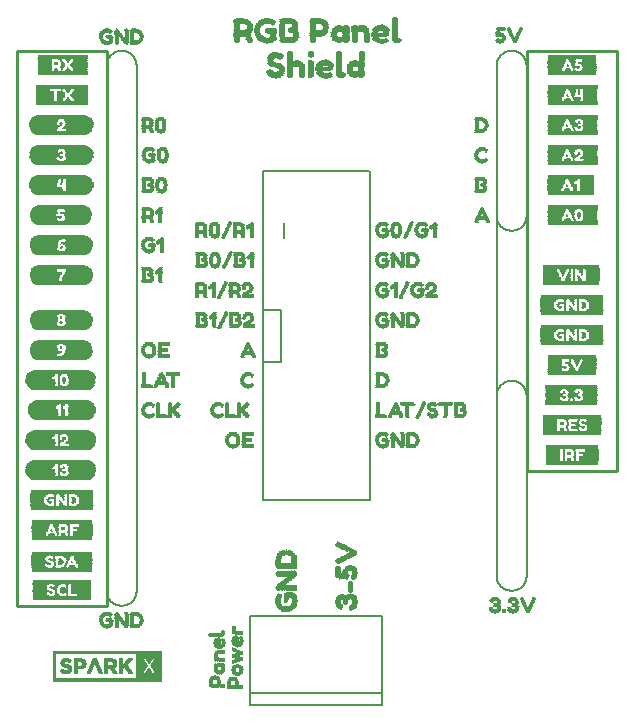
<source format=gto>
G75*
%MOIN*%
%OFA0B0*%
%FSLAX25Y25*%
%IPPOS*%
%LPD*%
%AMOC8*
5,1,8,0,0,1.08239X$1,22.5*
%
%ADD10C,0.01000*%
%ADD11C,0.00800*%
%ADD12R,0.00276X0.01654*%
%ADD13R,0.00276X0.03031*%
%ADD14R,0.00276X0.00551*%
%ADD15R,0.00315X0.03031*%
%ADD16R,0.00315X0.03858*%
%ADD17R,0.00315X0.01378*%
%ADD18R,0.00276X0.03858*%
%ADD19R,0.00276X0.04134*%
%ADD20R,0.00276X0.01929*%
%ADD21R,0.00236X0.04134*%
%ADD22R,0.00236X0.01929*%
%ADD23R,0.00236X0.02205*%
%ADD24R,0.00315X0.04685*%
%ADD25R,0.00315X0.04134*%
%ADD26R,0.00315X0.01929*%
%ADD27R,0.00276X0.04685*%
%ADD28R,0.00276X0.04409*%
%ADD29R,0.00276X0.05236*%
%ADD30R,0.00276X0.02205*%
%ADD31R,0.00315X0.02205*%
%ADD32R,0.00276X0.01102*%
%ADD33R,0.00276X0.02480*%
%ADD34R,0.00276X0.03307*%
%ADD35R,0.00276X0.03583*%
%ADD36R,0.00315X0.03307*%
%ADD37R,0.00315X0.04409*%
%ADD38R,0.00276X0.01378*%
%ADD39R,0.00276X0.00276*%
%ADD40R,0.00276X0.00827*%
%ADD41R,0.00276X0.02756*%
%ADD42R,0.00236X0.04685*%
%ADD43R,0.00236X0.04409*%
%ADD44R,0.00236X0.02756*%
%ADD45R,0.00236X0.02480*%
%ADD46R,0.00236X0.01102*%
%ADD47R,0.16535X0.00157*%
%ADD48R,0.08346X0.00157*%
%ADD49R,0.02520X0.00157*%
%ADD50R,0.04882X0.00157*%
%ADD51R,0.04724X0.00157*%
%ADD52R,0.01260X0.00157*%
%ADD53R,0.02205X0.00157*%
%ADD54R,0.04567X0.00157*%
%ADD55R,0.00787X0.00157*%
%ADD56R,0.01890X0.00157*%
%ADD57R,0.00630X0.00157*%
%ADD58R,0.01575X0.00157*%
%ADD59R,0.04409X0.00157*%
%ADD60R,0.00472X0.00157*%
%ADD61R,0.00945X0.00157*%
%ADD62R,0.01102X0.00157*%
%ADD63R,0.00315X0.00157*%
%ADD64R,0.05039X0.00157*%
%ADD65R,0.05197X0.00157*%
%ADD66R,0.05354X0.00157*%
%ADD67R,0.05512X0.00157*%
%ADD68R,0.05669X0.00157*%
%ADD69R,0.05827X0.00157*%
%ADD70R,0.01417X0.00157*%
%ADD71R,0.00157X0.00157*%
%ADD72R,0.02047X0.00157*%
%ADD73R,0.02362X0.00157*%
%ADD74R,0.00315X0.01654*%
%ADD75R,0.00236X0.04961*%
%ADD76R,0.00236X0.05236*%
%ADD77R,0.00315X0.05512*%
%ADD78R,0.00315X0.02480*%
%ADD79R,0.00276X0.05512*%
%ADD80R,0.00276X0.05787*%
%ADD81R,0.00236X0.03031*%
%ADD82R,0.00315X0.00276*%
%ADD83R,0.00276X0.06063*%
%ADD84R,0.00276X0.04961*%
%ADD85R,0.00236X0.01378*%
%ADD86R,0.00236X0.03583*%
%ADD87R,0.01181X0.00197*%
%ADD88R,0.00394X0.00197*%
%ADD89R,0.02165X0.00197*%
%ADD90R,0.00984X0.00197*%
%ADD91R,0.02756X0.00197*%
%ADD92R,0.01378X0.00197*%
%ADD93R,0.02953X0.00197*%
%ADD94R,0.03150X0.00197*%
%ADD95R,0.03346X0.00197*%
%ADD96R,0.03543X0.00197*%
%ADD97R,0.01575X0.00197*%
%ADD98R,0.03740X0.00197*%
%ADD99R,0.00787X0.00197*%
%ADD100R,0.00591X0.00197*%
%ADD101R,0.02362X0.00197*%
%ADD102R,0.01969X0.00197*%
%ADD103R,0.02362X0.00236*%
%ADD104R,0.01378X0.00236*%
%ADD105R,0.01772X0.00197*%
%ADD106R,0.02559X0.00197*%
%ADD107R,0.01575X0.00236*%
%ADD108R,0.00787X0.00236*%
%ADD109R,0.02165X0.00236*%
%ADD110R,0.03937X0.00197*%
%ADD111R,0.02756X0.00236*%
%ADD112R,0.03346X0.00236*%
%ADD113R,0.01181X0.00236*%
%ADD114R,0.02559X0.00236*%
%ADD115R,0.00197X0.00197*%
%ADD116R,0.04134X0.00197*%
%ADD117R,0.04528X0.00197*%
%ADD118R,0.04528X0.00236*%
%ADD119R,0.04921X0.00197*%
%ADD120R,0.01969X0.00236*%
%ADD121R,0.04134X0.00236*%
%ADD122R,0.03543X0.00236*%
%ADD123R,0.03937X0.00236*%
%ADD124R,0.01772X0.00236*%
%ADD125R,0.03740X0.00236*%
%ADD126R,0.04331X0.00236*%
%ADD127R,0.03150X0.00236*%
%ADD128R,0.04331X0.00197*%
%ADD129R,0.02953X0.00236*%
%ADD130R,0.05118X0.00197*%
%ADD131R,0.04724X0.00197*%
%ADD132R,0.17165X0.00157*%
%ADD133R,0.03937X0.00157*%
%ADD134R,0.03307X0.00157*%
%ADD135R,0.02677X0.00157*%
%ADD136R,0.03150X0.00157*%
%ADD137R,0.02992X0.00157*%
%ADD138R,0.06457X0.00157*%
%ADD139R,0.03622X0.00157*%
%ADD140R,0.01732X0.00157*%
%ADD141R,0.16220X0.00157*%
%ADD142R,0.08031X0.00157*%
%ADD143R,0.02835X0.00157*%
%ADD144R,0.06142X0.00157*%
%ADD145R,0.06299X0.00157*%
%ADD146R,0.05984X0.00157*%
%ADD147R,0.10079X0.00157*%
%ADD148R,0.15591X0.00157*%
%ADD149R,0.09606X0.00157*%
%ADD150R,0.06772X0.00157*%
%ADD151R,0.20315X0.00157*%
%ADD152R,0.06929X0.00157*%
%ADD153R,0.20945X0.00157*%
%ADD154R,0.13858X0.00157*%
%ADD155R,0.17480X0.00157*%
%ADD156R,0.19370X0.00157*%
%ADD157R,0.12756X0.00157*%
%ADD158R,0.06614X0.00157*%
%ADD159R,0.08976X0.00157*%
%ADD160R,0.18740X0.00157*%
%ADD161R,0.10551X0.00157*%
%ADD162R,0.18110X0.00157*%
%ADD163R,0.19055X0.00157*%
%ADD164R,0.19685X0.00157*%
%ADD165R,0.09764X0.00157*%
%ADD166R,0.09291X0.00157*%
%ADD167R,0.09449X0.00157*%
%ADD168R,0.09134X0.00157*%
%ADD169R,0.10709X0.00157*%
%ADD170R,0.10236X0.00157*%
%ADD171R,0.09921X0.00157*%
%ADD172R,0.08819X0.00157*%
%ADD173R,0.08661X0.00157*%
%ADD174R,0.08504X0.00157*%
%ADD175R,0.10866X0.00157*%
%ADD176R,0.20000X0.00157*%
%ADD177R,0.15906X0.00157*%
%ADD178R,0.16850X0.00157*%
%ADD179R,0.18425X0.00157*%
%ADD180R,0.10394X0.00157*%
%ADD181R,0.17795X0.00157*%
%ADD182R,0.21260X0.00157*%
%ADD183R,0.21575X0.00157*%
%ADD184R,0.21890X0.00157*%
%ADD185R,0.11969X0.00157*%
%ADD186R,0.20630X0.00157*%
%ADD187R,0.11811X0.00157*%
%ADD188R,0.00197X0.00984*%
%ADD189R,0.00197X0.01772*%
%ADD190R,0.00197X0.01378*%
%ADD191R,0.00197X0.02953*%
%ADD192R,0.00197X0.03346*%
%ADD193R,0.00197X0.03543*%
%ADD194R,0.00197X0.03740*%
%ADD195R,0.00197X0.03937*%
%ADD196R,0.00197X0.01181*%
%ADD197R,0.00197X0.01575*%
%ADD198R,0.00197X0.00394*%
%ADD199R,0.00197X0.02559*%
%ADD200R,0.00197X0.03150*%
%ADD201R,0.00236X0.03740*%
%ADD202R,0.00236X0.01181*%
%ADD203R,0.00236X0.01575*%
%ADD204R,0.00197X0.00591*%
%ADD205R,0.00197X0.01969*%
%ADD206R,0.00236X0.02953*%
%ADD207R,0.00197X0.00787*%
%ADD208R,0.00197X0.02362*%
%ADD209R,0.00197X0.02756*%
%ADD210R,0.00236X0.04724*%
%ADD211R,0.00197X0.04724*%
%ADD212R,0.00197X0.04331*%
%ADD213R,0.00197X0.04134*%
%ADD214R,0.00236X0.01969*%
%ADD215R,0.00236X0.01772*%
%ADD216R,0.00236X0.02362*%
%ADD217R,0.00197X0.02165*%
%ADD218R,0.01260X0.00315*%
%ADD219R,0.02835X0.00315*%
%ADD220R,0.02205X0.00315*%
%ADD221R,0.03465X0.00315*%
%ADD222R,0.03150X0.00315*%
%ADD223R,0.01890X0.00315*%
%ADD224R,0.04724X0.00315*%
%ADD225R,0.03780X0.00315*%
%ADD226R,0.05039X0.00315*%
%ADD227R,0.05354X0.00315*%
%ADD228R,0.05669X0.00315*%
%ADD229R,0.05984X0.00315*%
%ADD230R,0.06299X0.00315*%
%ADD231R,0.02520X0.00315*%
%ADD232R,0.01575X0.00315*%
%ADD233R,0.00630X0.00315*%
%ADD234R,0.00315X0.00315*%
%ADD235R,0.04094X0.00315*%
%ADD236R,0.06614X0.00315*%
%ADD237R,0.00945X0.00315*%
%ADD238R,0.04409X0.00315*%
%ADD239R,0.04724X0.00236*%
%ADD240C,0.00039*%
D10*
X0010000Y0097524D02*
X0040000Y0097524D01*
X0040000Y0102524D01*
X0040000Y0277524D01*
X0040000Y0282524D01*
X0010000Y0282524D01*
X0010000Y0097524D01*
X0180000Y0142524D02*
X0210000Y0142524D01*
X0210000Y0282524D01*
X0180000Y0282524D01*
X0180000Y0277524D01*
X0180000Y0227524D01*
X0180000Y0142524D01*
D11*
X0180000Y0167524D01*
X0175000Y0172524D02*
X0174860Y0172522D01*
X0174720Y0172516D01*
X0174580Y0172506D01*
X0174440Y0172493D01*
X0174301Y0172475D01*
X0174162Y0172453D01*
X0174025Y0172428D01*
X0173887Y0172399D01*
X0173751Y0172366D01*
X0173616Y0172329D01*
X0173482Y0172288D01*
X0173349Y0172243D01*
X0173217Y0172195D01*
X0173087Y0172143D01*
X0172958Y0172088D01*
X0172831Y0172029D01*
X0172705Y0171966D01*
X0172581Y0171900D01*
X0172460Y0171831D01*
X0172340Y0171758D01*
X0172222Y0171681D01*
X0172107Y0171602D01*
X0171993Y0171519D01*
X0171883Y0171433D01*
X0171774Y0171344D01*
X0171668Y0171252D01*
X0171565Y0171157D01*
X0171464Y0171060D01*
X0171367Y0170959D01*
X0171272Y0170856D01*
X0171180Y0170750D01*
X0171091Y0170641D01*
X0171005Y0170531D01*
X0170922Y0170417D01*
X0170843Y0170302D01*
X0170766Y0170184D01*
X0170693Y0170064D01*
X0170624Y0169943D01*
X0170558Y0169819D01*
X0170495Y0169693D01*
X0170436Y0169566D01*
X0170381Y0169437D01*
X0170329Y0169307D01*
X0170281Y0169175D01*
X0170236Y0169042D01*
X0170195Y0168908D01*
X0170158Y0168773D01*
X0170125Y0168637D01*
X0170096Y0168499D01*
X0170071Y0168362D01*
X0170049Y0168223D01*
X0170031Y0168084D01*
X0170018Y0167944D01*
X0170008Y0167804D01*
X0170002Y0167664D01*
X0170000Y0167524D01*
X0170000Y0227524D01*
X0170000Y0277524D01*
X0170002Y0277664D01*
X0170008Y0277804D01*
X0170018Y0277944D01*
X0170031Y0278084D01*
X0170049Y0278223D01*
X0170071Y0278362D01*
X0170096Y0278499D01*
X0170125Y0278637D01*
X0170158Y0278773D01*
X0170195Y0278908D01*
X0170236Y0279042D01*
X0170281Y0279175D01*
X0170329Y0279307D01*
X0170381Y0279437D01*
X0170436Y0279566D01*
X0170495Y0279693D01*
X0170558Y0279819D01*
X0170624Y0279943D01*
X0170693Y0280064D01*
X0170766Y0280184D01*
X0170843Y0280302D01*
X0170922Y0280417D01*
X0171005Y0280531D01*
X0171091Y0280641D01*
X0171180Y0280750D01*
X0171272Y0280856D01*
X0171367Y0280959D01*
X0171464Y0281060D01*
X0171565Y0281157D01*
X0171668Y0281252D01*
X0171774Y0281344D01*
X0171883Y0281433D01*
X0171993Y0281519D01*
X0172107Y0281602D01*
X0172222Y0281681D01*
X0172340Y0281758D01*
X0172460Y0281831D01*
X0172581Y0281900D01*
X0172705Y0281966D01*
X0172831Y0282029D01*
X0172958Y0282088D01*
X0173087Y0282143D01*
X0173217Y0282195D01*
X0173349Y0282243D01*
X0173482Y0282288D01*
X0173616Y0282329D01*
X0173751Y0282366D01*
X0173887Y0282399D01*
X0174025Y0282428D01*
X0174162Y0282453D01*
X0174301Y0282475D01*
X0174440Y0282493D01*
X0174580Y0282506D01*
X0174720Y0282516D01*
X0174860Y0282522D01*
X0175000Y0282524D01*
X0175140Y0282522D01*
X0175280Y0282516D01*
X0175420Y0282506D01*
X0175560Y0282493D01*
X0175699Y0282475D01*
X0175838Y0282453D01*
X0175975Y0282428D01*
X0176113Y0282399D01*
X0176249Y0282366D01*
X0176384Y0282329D01*
X0176518Y0282288D01*
X0176651Y0282243D01*
X0176783Y0282195D01*
X0176913Y0282143D01*
X0177042Y0282088D01*
X0177169Y0282029D01*
X0177295Y0281966D01*
X0177419Y0281900D01*
X0177540Y0281831D01*
X0177660Y0281758D01*
X0177778Y0281681D01*
X0177893Y0281602D01*
X0178007Y0281519D01*
X0178117Y0281433D01*
X0178226Y0281344D01*
X0178332Y0281252D01*
X0178435Y0281157D01*
X0178536Y0281060D01*
X0178633Y0280959D01*
X0178728Y0280856D01*
X0178820Y0280750D01*
X0178909Y0280641D01*
X0178995Y0280531D01*
X0179078Y0280417D01*
X0179157Y0280302D01*
X0179234Y0280184D01*
X0179307Y0280064D01*
X0179376Y0279943D01*
X0179442Y0279819D01*
X0179505Y0279693D01*
X0179564Y0279566D01*
X0179619Y0279437D01*
X0179671Y0279307D01*
X0179719Y0279175D01*
X0179764Y0279042D01*
X0179805Y0278908D01*
X0179842Y0278773D01*
X0179875Y0278637D01*
X0179904Y0278499D01*
X0179929Y0278362D01*
X0179951Y0278223D01*
X0179969Y0278084D01*
X0179982Y0277944D01*
X0179992Y0277804D01*
X0179998Y0277664D01*
X0180000Y0277524D01*
X0170000Y0227524D02*
X0170002Y0227384D01*
X0170008Y0227244D01*
X0170018Y0227104D01*
X0170031Y0226964D01*
X0170049Y0226825D01*
X0170071Y0226686D01*
X0170096Y0226549D01*
X0170125Y0226411D01*
X0170158Y0226275D01*
X0170195Y0226140D01*
X0170236Y0226006D01*
X0170281Y0225873D01*
X0170329Y0225741D01*
X0170381Y0225611D01*
X0170436Y0225482D01*
X0170495Y0225355D01*
X0170558Y0225229D01*
X0170624Y0225105D01*
X0170693Y0224984D01*
X0170766Y0224864D01*
X0170843Y0224746D01*
X0170922Y0224631D01*
X0171005Y0224517D01*
X0171091Y0224407D01*
X0171180Y0224298D01*
X0171272Y0224192D01*
X0171367Y0224089D01*
X0171464Y0223988D01*
X0171565Y0223891D01*
X0171668Y0223796D01*
X0171774Y0223704D01*
X0171883Y0223615D01*
X0171993Y0223529D01*
X0172107Y0223446D01*
X0172222Y0223367D01*
X0172340Y0223290D01*
X0172460Y0223217D01*
X0172581Y0223148D01*
X0172705Y0223082D01*
X0172831Y0223019D01*
X0172958Y0222960D01*
X0173087Y0222905D01*
X0173217Y0222853D01*
X0173349Y0222805D01*
X0173482Y0222760D01*
X0173616Y0222719D01*
X0173751Y0222682D01*
X0173887Y0222649D01*
X0174025Y0222620D01*
X0174162Y0222595D01*
X0174301Y0222573D01*
X0174440Y0222555D01*
X0174580Y0222542D01*
X0174720Y0222532D01*
X0174860Y0222526D01*
X0175000Y0222524D01*
X0175140Y0222526D01*
X0175280Y0222532D01*
X0175420Y0222542D01*
X0175560Y0222555D01*
X0175699Y0222573D01*
X0175838Y0222595D01*
X0175975Y0222620D01*
X0176113Y0222649D01*
X0176249Y0222682D01*
X0176384Y0222719D01*
X0176518Y0222760D01*
X0176651Y0222805D01*
X0176783Y0222853D01*
X0176913Y0222905D01*
X0177042Y0222960D01*
X0177169Y0223019D01*
X0177295Y0223082D01*
X0177419Y0223148D01*
X0177540Y0223217D01*
X0177660Y0223290D01*
X0177778Y0223367D01*
X0177893Y0223446D01*
X0178007Y0223529D01*
X0178117Y0223615D01*
X0178226Y0223704D01*
X0178332Y0223796D01*
X0178435Y0223891D01*
X0178536Y0223988D01*
X0178633Y0224089D01*
X0178728Y0224192D01*
X0178820Y0224298D01*
X0178909Y0224407D01*
X0178995Y0224517D01*
X0179078Y0224631D01*
X0179157Y0224746D01*
X0179234Y0224864D01*
X0179307Y0224984D01*
X0179376Y0225105D01*
X0179442Y0225229D01*
X0179505Y0225355D01*
X0179564Y0225482D01*
X0179619Y0225611D01*
X0179671Y0225741D01*
X0179719Y0225873D01*
X0179764Y0226006D01*
X0179805Y0226140D01*
X0179842Y0226275D01*
X0179875Y0226411D01*
X0179904Y0226549D01*
X0179929Y0226686D01*
X0179951Y0226825D01*
X0179969Y0226964D01*
X0179982Y0227104D01*
X0179992Y0227244D01*
X0179998Y0227384D01*
X0180000Y0227524D01*
X0175000Y0172524D02*
X0175140Y0172522D01*
X0175280Y0172516D01*
X0175420Y0172506D01*
X0175560Y0172493D01*
X0175699Y0172475D01*
X0175838Y0172453D01*
X0175975Y0172428D01*
X0176113Y0172399D01*
X0176249Y0172366D01*
X0176384Y0172329D01*
X0176518Y0172288D01*
X0176651Y0172243D01*
X0176783Y0172195D01*
X0176913Y0172143D01*
X0177042Y0172088D01*
X0177169Y0172029D01*
X0177295Y0171966D01*
X0177419Y0171900D01*
X0177540Y0171831D01*
X0177660Y0171758D01*
X0177778Y0171681D01*
X0177893Y0171602D01*
X0178007Y0171519D01*
X0178117Y0171433D01*
X0178226Y0171344D01*
X0178332Y0171252D01*
X0178435Y0171157D01*
X0178536Y0171060D01*
X0178633Y0170959D01*
X0178728Y0170856D01*
X0178820Y0170750D01*
X0178909Y0170641D01*
X0178995Y0170531D01*
X0179078Y0170417D01*
X0179157Y0170302D01*
X0179234Y0170184D01*
X0179307Y0170064D01*
X0179376Y0169943D01*
X0179442Y0169819D01*
X0179505Y0169693D01*
X0179564Y0169566D01*
X0179619Y0169437D01*
X0179671Y0169307D01*
X0179719Y0169175D01*
X0179764Y0169042D01*
X0179805Y0168908D01*
X0179842Y0168773D01*
X0179875Y0168637D01*
X0179904Y0168499D01*
X0179929Y0168362D01*
X0179951Y0168223D01*
X0179969Y0168084D01*
X0179982Y0167944D01*
X0179992Y0167804D01*
X0179998Y0167664D01*
X0180000Y0167524D01*
X0170000Y0167524D02*
X0170000Y0107524D01*
X0170002Y0107384D01*
X0170008Y0107244D01*
X0170018Y0107104D01*
X0170031Y0106964D01*
X0170049Y0106825D01*
X0170071Y0106686D01*
X0170096Y0106549D01*
X0170125Y0106411D01*
X0170158Y0106275D01*
X0170195Y0106140D01*
X0170236Y0106006D01*
X0170281Y0105873D01*
X0170329Y0105741D01*
X0170381Y0105611D01*
X0170436Y0105482D01*
X0170495Y0105355D01*
X0170558Y0105229D01*
X0170624Y0105105D01*
X0170693Y0104984D01*
X0170766Y0104864D01*
X0170843Y0104746D01*
X0170922Y0104631D01*
X0171005Y0104517D01*
X0171091Y0104407D01*
X0171180Y0104298D01*
X0171272Y0104192D01*
X0171367Y0104089D01*
X0171464Y0103988D01*
X0171565Y0103891D01*
X0171668Y0103796D01*
X0171774Y0103704D01*
X0171883Y0103615D01*
X0171993Y0103529D01*
X0172107Y0103446D01*
X0172222Y0103367D01*
X0172340Y0103290D01*
X0172460Y0103217D01*
X0172581Y0103148D01*
X0172705Y0103082D01*
X0172831Y0103019D01*
X0172958Y0102960D01*
X0173087Y0102905D01*
X0173217Y0102853D01*
X0173349Y0102805D01*
X0173482Y0102760D01*
X0173616Y0102719D01*
X0173751Y0102682D01*
X0173887Y0102649D01*
X0174025Y0102620D01*
X0174162Y0102595D01*
X0174301Y0102573D01*
X0174440Y0102555D01*
X0174580Y0102542D01*
X0174720Y0102532D01*
X0174860Y0102526D01*
X0175000Y0102524D01*
X0175140Y0102526D01*
X0175280Y0102532D01*
X0175420Y0102542D01*
X0175560Y0102555D01*
X0175699Y0102573D01*
X0175838Y0102595D01*
X0175975Y0102620D01*
X0176113Y0102649D01*
X0176249Y0102682D01*
X0176384Y0102719D01*
X0176518Y0102760D01*
X0176651Y0102805D01*
X0176783Y0102853D01*
X0176913Y0102905D01*
X0177042Y0102960D01*
X0177169Y0103019D01*
X0177295Y0103082D01*
X0177419Y0103148D01*
X0177540Y0103217D01*
X0177660Y0103290D01*
X0177778Y0103367D01*
X0177893Y0103446D01*
X0178007Y0103529D01*
X0178117Y0103615D01*
X0178226Y0103704D01*
X0178332Y0103796D01*
X0178435Y0103891D01*
X0178536Y0103988D01*
X0178633Y0104089D01*
X0178728Y0104192D01*
X0178820Y0104298D01*
X0178909Y0104407D01*
X0178995Y0104517D01*
X0179078Y0104631D01*
X0179157Y0104746D01*
X0179234Y0104864D01*
X0179307Y0104984D01*
X0179376Y0105105D01*
X0179442Y0105229D01*
X0179505Y0105355D01*
X0179564Y0105482D01*
X0179619Y0105611D01*
X0179671Y0105741D01*
X0179719Y0105873D01*
X0179764Y0106006D01*
X0179805Y0106140D01*
X0179842Y0106275D01*
X0179875Y0106411D01*
X0179904Y0106549D01*
X0179929Y0106686D01*
X0179951Y0106825D01*
X0179969Y0106964D01*
X0179982Y0107104D01*
X0179992Y0107244D01*
X0179998Y0107384D01*
X0180000Y0107524D01*
X0180000Y0142524D01*
X0131890Y0094059D02*
X0131890Y0068469D01*
X0087795Y0068469D01*
X0087795Y0094059D01*
X0131890Y0094059D01*
X0131890Y0068469D02*
X0131890Y0064531D01*
X0087795Y0064531D01*
X0087795Y0068469D01*
X0050000Y0102524D02*
X0050000Y0277524D01*
X0045000Y0282524D02*
X0044860Y0282522D01*
X0044720Y0282516D01*
X0044580Y0282506D01*
X0044440Y0282493D01*
X0044301Y0282475D01*
X0044162Y0282453D01*
X0044025Y0282428D01*
X0043887Y0282399D01*
X0043751Y0282366D01*
X0043616Y0282329D01*
X0043482Y0282288D01*
X0043349Y0282243D01*
X0043217Y0282195D01*
X0043087Y0282143D01*
X0042958Y0282088D01*
X0042831Y0282029D01*
X0042705Y0281966D01*
X0042581Y0281900D01*
X0042460Y0281831D01*
X0042340Y0281758D01*
X0042222Y0281681D01*
X0042107Y0281602D01*
X0041993Y0281519D01*
X0041883Y0281433D01*
X0041774Y0281344D01*
X0041668Y0281252D01*
X0041565Y0281157D01*
X0041464Y0281060D01*
X0041367Y0280959D01*
X0041272Y0280856D01*
X0041180Y0280750D01*
X0041091Y0280641D01*
X0041005Y0280531D01*
X0040922Y0280417D01*
X0040843Y0280302D01*
X0040766Y0280184D01*
X0040693Y0280064D01*
X0040624Y0279943D01*
X0040558Y0279819D01*
X0040495Y0279693D01*
X0040436Y0279566D01*
X0040381Y0279437D01*
X0040329Y0279307D01*
X0040281Y0279175D01*
X0040236Y0279042D01*
X0040195Y0278908D01*
X0040158Y0278773D01*
X0040125Y0278637D01*
X0040096Y0278499D01*
X0040071Y0278362D01*
X0040049Y0278223D01*
X0040031Y0278084D01*
X0040018Y0277944D01*
X0040008Y0277804D01*
X0040002Y0277664D01*
X0040000Y0277524D01*
X0045000Y0282524D02*
X0045140Y0282522D01*
X0045280Y0282516D01*
X0045420Y0282506D01*
X0045560Y0282493D01*
X0045699Y0282475D01*
X0045838Y0282453D01*
X0045975Y0282428D01*
X0046113Y0282399D01*
X0046249Y0282366D01*
X0046384Y0282329D01*
X0046518Y0282288D01*
X0046651Y0282243D01*
X0046783Y0282195D01*
X0046913Y0282143D01*
X0047042Y0282088D01*
X0047169Y0282029D01*
X0047295Y0281966D01*
X0047419Y0281900D01*
X0047540Y0281831D01*
X0047660Y0281758D01*
X0047778Y0281681D01*
X0047893Y0281602D01*
X0048007Y0281519D01*
X0048117Y0281433D01*
X0048226Y0281344D01*
X0048332Y0281252D01*
X0048435Y0281157D01*
X0048536Y0281060D01*
X0048633Y0280959D01*
X0048728Y0280856D01*
X0048820Y0280750D01*
X0048909Y0280641D01*
X0048995Y0280531D01*
X0049078Y0280417D01*
X0049157Y0280302D01*
X0049234Y0280184D01*
X0049307Y0280064D01*
X0049376Y0279943D01*
X0049442Y0279819D01*
X0049505Y0279693D01*
X0049564Y0279566D01*
X0049619Y0279437D01*
X0049671Y0279307D01*
X0049719Y0279175D01*
X0049764Y0279042D01*
X0049805Y0278908D01*
X0049842Y0278773D01*
X0049875Y0278637D01*
X0049904Y0278499D01*
X0049929Y0278362D01*
X0049951Y0278223D01*
X0049969Y0278084D01*
X0049982Y0277944D01*
X0049992Y0277804D01*
X0049998Y0277664D01*
X0050000Y0277524D01*
X0092283Y0242287D02*
X0127323Y0242287D01*
X0127717Y0242287D02*
X0127717Y0132760D01*
X0092283Y0132760D01*
X0092283Y0178862D01*
X0098189Y0178862D01*
X0098189Y0196185D01*
X0092283Y0196185D01*
X0092283Y0242287D01*
X0099075Y0225024D02*
X0099075Y0220024D01*
X0092283Y0196185D02*
X0092283Y0178862D01*
X0040000Y0102524D02*
X0040002Y0102384D01*
X0040008Y0102244D01*
X0040018Y0102104D01*
X0040031Y0101964D01*
X0040049Y0101825D01*
X0040071Y0101686D01*
X0040096Y0101549D01*
X0040125Y0101411D01*
X0040158Y0101275D01*
X0040195Y0101140D01*
X0040236Y0101006D01*
X0040281Y0100873D01*
X0040329Y0100741D01*
X0040381Y0100611D01*
X0040436Y0100482D01*
X0040495Y0100355D01*
X0040558Y0100229D01*
X0040624Y0100105D01*
X0040693Y0099984D01*
X0040766Y0099864D01*
X0040843Y0099746D01*
X0040922Y0099631D01*
X0041005Y0099517D01*
X0041091Y0099407D01*
X0041180Y0099298D01*
X0041272Y0099192D01*
X0041367Y0099089D01*
X0041464Y0098988D01*
X0041565Y0098891D01*
X0041668Y0098796D01*
X0041774Y0098704D01*
X0041883Y0098615D01*
X0041993Y0098529D01*
X0042107Y0098446D01*
X0042222Y0098367D01*
X0042340Y0098290D01*
X0042460Y0098217D01*
X0042581Y0098148D01*
X0042705Y0098082D01*
X0042831Y0098019D01*
X0042958Y0097960D01*
X0043087Y0097905D01*
X0043217Y0097853D01*
X0043349Y0097805D01*
X0043482Y0097760D01*
X0043616Y0097719D01*
X0043751Y0097682D01*
X0043887Y0097649D01*
X0044025Y0097620D01*
X0044162Y0097595D01*
X0044301Y0097573D01*
X0044440Y0097555D01*
X0044580Y0097542D01*
X0044720Y0097532D01*
X0044860Y0097526D01*
X0045000Y0097524D01*
X0045140Y0097526D01*
X0045280Y0097532D01*
X0045420Y0097542D01*
X0045560Y0097555D01*
X0045699Y0097573D01*
X0045838Y0097595D01*
X0045975Y0097620D01*
X0046113Y0097649D01*
X0046249Y0097682D01*
X0046384Y0097719D01*
X0046518Y0097760D01*
X0046651Y0097805D01*
X0046783Y0097853D01*
X0046913Y0097905D01*
X0047042Y0097960D01*
X0047169Y0098019D01*
X0047295Y0098082D01*
X0047419Y0098148D01*
X0047540Y0098217D01*
X0047660Y0098290D01*
X0047778Y0098367D01*
X0047893Y0098446D01*
X0048007Y0098529D01*
X0048117Y0098615D01*
X0048226Y0098704D01*
X0048332Y0098796D01*
X0048435Y0098891D01*
X0048536Y0098988D01*
X0048633Y0099089D01*
X0048728Y0099192D01*
X0048820Y0099298D01*
X0048909Y0099407D01*
X0048995Y0099517D01*
X0049078Y0099631D01*
X0049157Y0099746D01*
X0049234Y0099864D01*
X0049307Y0099984D01*
X0049376Y0100105D01*
X0049442Y0100229D01*
X0049505Y0100355D01*
X0049564Y0100482D01*
X0049619Y0100611D01*
X0049671Y0100741D01*
X0049719Y0100873D01*
X0049764Y0101006D01*
X0049805Y0101140D01*
X0049842Y0101275D01*
X0049875Y0101411D01*
X0049904Y0101549D01*
X0049929Y0101686D01*
X0049951Y0101825D01*
X0049969Y0101964D01*
X0049982Y0102104D01*
X0049992Y0102244D01*
X0049998Y0102384D01*
X0050000Y0102524D01*
D12*
X0096988Y0108039D03*
X0099744Y0115205D03*
X0100295Y0115205D03*
X0103327Y0108039D03*
X0116398Y0098618D03*
X0121673Y0100547D03*
X0123327Y0115154D03*
X0120846Y0116256D03*
X0116988Y0117909D03*
D13*
X0116398Y0108677D03*
X0119744Y0099307D03*
X0120020Y0099307D03*
X0101949Y0107626D03*
X0099744Y0100185D03*
X0099469Y0100185D03*
D14*
X0103878Y0098945D03*
X0116398Y0112398D03*
X0116398Y0117634D03*
D15*
X0116693Y0098756D03*
D16*
X0116693Y0108815D03*
X0096693Y0111898D03*
D17*
X0096693Y0103492D03*
X0116693Y0112260D03*
X0116693Y0117772D03*
X0118622Y0097102D03*
D18*
X0116988Y0098618D03*
X0123327Y0098618D03*
X0121949Y0103854D03*
X0121673Y0103854D03*
X0121398Y0103854D03*
X0121122Y0103854D03*
X0121122Y0115154D03*
X0100846Y0107213D03*
X0099469Y0104457D03*
D19*
X0099744Y0104594D03*
X0103327Y0099083D03*
X0116988Y0108677D03*
X0118091Y0108402D03*
X0119744Y0108402D03*
X0123051Y0108402D03*
D20*
X0121673Y0110055D03*
X0121398Y0110055D03*
X0121122Y0110055D03*
X0119744Y0113362D03*
X0119469Y0113362D03*
X0120020Y0113638D03*
X0120295Y0113638D03*
X0120846Y0113913D03*
X0118917Y0113087D03*
X0117815Y0112535D03*
X0116988Y0112260D03*
X0120295Y0116394D03*
X0120020Y0116669D03*
X0119744Y0116669D03*
X0119469Y0116945D03*
X0119193Y0116945D03*
X0118917Y0117220D03*
X0118091Y0117496D03*
X0117815Y0117772D03*
X0121398Y0100685D03*
X0121122Y0100409D03*
X0121949Y0100409D03*
X0121673Y0096827D03*
X0121398Y0096827D03*
X0103327Y0103492D03*
X0103051Y0103492D03*
X0102500Y0103492D03*
X0102224Y0103492D03*
X0101949Y0103492D03*
X0101673Y0103492D03*
X0101398Y0103492D03*
X0101122Y0103492D03*
X0100846Y0103492D03*
X0100295Y0103492D03*
X0100020Y0103492D03*
X0100020Y0105697D03*
X0100020Y0108177D03*
X0100295Y0108177D03*
X0099744Y0108177D03*
X0099469Y0108177D03*
X0099193Y0108177D03*
X0098917Y0108177D03*
X0098091Y0108177D03*
X0097815Y0108177D03*
X0098917Y0110657D03*
X0099193Y0110657D03*
X0099469Y0110657D03*
X0099744Y0110657D03*
X0100020Y0110657D03*
X0100295Y0110657D03*
X0100846Y0110657D03*
X0101122Y0110657D03*
X0101398Y0110657D03*
X0101673Y0110657D03*
X0101122Y0115067D03*
X0100846Y0115067D03*
X0100020Y0115343D03*
X0099469Y0115067D03*
X0099193Y0115067D03*
X0096988Y0103492D03*
X0096398Y0099083D03*
X0099193Y0096327D03*
X0099469Y0096327D03*
X0099744Y0096327D03*
X0100020Y0096327D03*
X0100295Y0096327D03*
X0100846Y0096327D03*
X0101398Y0096602D03*
X0101398Y0101012D03*
X0101673Y0101012D03*
X0101122Y0101012D03*
D21*
X0117244Y0098756D03*
X0117244Y0108677D03*
D22*
X0118346Y0107299D03*
X0117244Y0112260D03*
X0118346Y0112811D03*
X0118346Y0117496D03*
X0118346Y0100409D03*
X0118346Y0097102D03*
X0102756Y0103492D03*
X0098346Y0108177D03*
X0097244Y0108177D03*
X0098346Y0110657D03*
D23*
X0097244Y0103630D03*
X0117244Y0117909D03*
X0122756Y0115154D03*
D24*
X0117520Y0098756D03*
D25*
X0117520Y0108677D03*
X0100551Y0107075D03*
D26*
X0098622Y0108177D03*
X0097520Y0108177D03*
X0098622Y0110657D03*
X0100551Y0110657D03*
X0100551Y0103492D03*
X0100551Y0096327D03*
X0118622Y0100409D03*
X0118622Y0107299D03*
X0117520Y0112535D03*
X0120551Y0113913D03*
X0120551Y0116394D03*
X0118622Y0117220D03*
X0117520Y0117772D03*
D27*
X0120295Y0108402D03*
X0122224Y0108402D03*
X0122500Y0108402D03*
X0117815Y0098756D03*
X0103051Y0099083D03*
X0096988Y0112035D03*
D28*
X0103327Y0111898D03*
X0096988Y0098945D03*
X0117815Y0108539D03*
X0120020Y0108264D03*
X0123051Y0098618D03*
D29*
X0122500Y0098756D03*
X0122224Y0098756D03*
X0118091Y0098756D03*
D30*
X0118917Y0100272D03*
X0120846Y0100272D03*
X0121949Y0096965D03*
X0121949Y0109917D03*
X0120846Y0109917D03*
X0119193Y0113224D03*
X0118091Y0112673D03*
X0123051Y0115154D03*
X0103051Y0108039D03*
X0100295Y0105835D03*
X0101949Y0100874D03*
X0101673Y0096740D03*
X0101122Y0096465D03*
X0098917Y0096465D03*
X0096398Y0111622D03*
X0098917Y0114929D03*
X0101398Y0114929D03*
X0101673Y0114654D03*
D31*
X0098622Y0114654D03*
X0098622Y0096740D03*
X0118622Y0112949D03*
D32*
X0123878Y0098618D03*
X0118917Y0097240D03*
D33*
X0118917Y0107575D03*
X0101949Y0097154D03*
X0097815Y0103768D03*
D34*
X0098917Y0104181D03*
X0100295Y0100323D03*
X0100020Y0100047D03*
X0101673Y0107488D03*
X0119193Y0107988D03*
X0120846Y0103854D03*
X0120295Y0099445D03*
X0119469Y0099445D03*
X0119193Y0099720D03*
X0121673Y0115154D03*
X0121949Y0115154D03*
D35*
X0121398Y0115016D03*
X0123327Y0108402D03*
X0119469Y0108126D03*
X0122224Y0103717D03*
X0101398Y0107350D03*
X0101122Y0107350D03*
X0099193Y0104319D03*
D36*
X0098622Y0104181D03*
X0100551Y0100323D03*
X0096693Y0098945D03*
X0120551Y0099720D03*
D37*
X0120551Y0108539D03*
D38*
X0120846Y0107299D03*
X0121949Y0107024D03*
X0121122Y0096827D03*
D39*
X0121122Y0107299D03*
X0096398Y0108177D03*
X0096398Y0103492D03*
D40*
X0121673Y0107024D03*
X0123878Y0108402D03*
D41*
X0122500Y0115154D03*
X0122224Y0115154D03*
X0102500Y0107764D03*
X0102224Y0107764D03*
X0098091Y0103906D03*
X0100846Y0100598D03*
D42*
X0122756Y0098756D03*
D43*
X0122756Y0108264D03*
D44*
X0123583Y0098618D03*
X0098346Y0114378D03*
X0085362Y0085693D03*
X0079362Y0085209D03*
D45*
X0098346Y0096878D03*
X0102756Y0107902D03*
X0123583Y0108402D03*
D46*
X0123583Y0115154D03*
X0098346Y0100598D03*
D47*
X0024945Y0234374D03*
X0024945Y0240673D03*
X0024945Y0244374D03*
X0024945Y0250673D03*
X0024945Y0254374D03*
X0024945Y0260673D03*
X0025315Y0274374D03*
X0025315Y0274531D03*
X0025315Y0274689D03*
X0025315Y0274846D03*
X0025315Y0275004D03*
X0025315Y0275161D03*
X0025315Y0275319D03*
X0025315Y0279728D03*
X0025315Y0279886D03*
X0025315Y0280043D03*
X0025315Y0280201D03*
X0025315Y0280358D03*
X0025315Y0280516D03*
X0025315Y0280673D03*
X0195315Y0270673D03*
X0195315Y0270516D03*
X0195315Y0270358D03*
X0195315Y0270201D03*
X0195315Y0270043D03*
X0195315Y0269886D03*
X0195315Y0269728D03*
X0195315Y0265319D03*
X0195315Y0265161D03*
X0195315Y0265004D03*
X0195315Y0264846D03*
X0195315Y0264689D03*
X0195315Y0264531D03*
X0195315Y0264374D03*
X0195315Y0260673D03*
X0195315Y0260516D03*
X0195315Y0260358D03*
X0195315Y0260201D03*
X0195315Y0260043D03*
X0195315Y0259886D03*
X0195315Y0259728D03*
X0195315Y0255319D03*
X0195315Y0255161D03*
X0195315Y0255004D03*
X0195315Y0254846D03*
X0195315Y0254689D03*
X0195315Y0254531D03*
X0195315Y0254374D03*
X0195315Y0250673D03*
X0195315Y0250516D03*
X0195315Y0250358D03*
X0195315Y0250201D03*
X0195315Y0250043D03*
X0195315Y0249886D03*
X0195315Y0249728D03*
X0195315Y0245319D03*
X0195315Y0245161D03*
X0195315Y0245004D03*
X0195315Y0244846D03*
X0195315Y0244689D03*
X0195315Y0244531D03*
X0195315Y0244374D03*
X0195315Y0230673D03*
X0195315Y0230516D03*
X0195315Y0230358D03*
X0195315Y0230201D03*
X0195315Y0230043D03*
X0195315Y0229886D03*
X0195315Y0229728D03*
X0195315Y0225319D03*
X0195315Y0225161D03*
X0195315Y0225004D03*
X0195315Y0224846D03*
X0195315Y0224689D03*
X0195315Y0224531D03*
X0195315Y0224374D03*
D48*
X0021220Y0279571D03*
D49*
X0027126Y0279571D03*
X0027256Y0269571D03*
X0024736Y0268154D03*
X0024736Y0266894D03*
X0023421Y0100476D03*
X0192161Y0209413D03*
X0195236Y0229256D03*
X0195394Y0239098D03*
X0196181Y0247366D03*
X0195236Y0249256D03*
X0195866Y0257996D03*
X0195236Y0259256D03*
X0196654Y0266421D03*
X0196654Y0266579D03*
X0195236Y0269413D03*
X0193661Y0275476D03*
X0196654Y0179413D03*
X0196098Y0158469D03*
X0196098Y0158311D03*
X0196098Y0158154D03*
X0196098Y0156421D03*
X0197516Y0157051D03*
D50*
X0202476Y0157524D03*
X0202476Y0158783D03*
X0202476Y0158941D03*
X0202476Y0159098D03*
X0202476Y0155949D03*
X0202476Y0155791D03*
X0201114Y0165949D03*
X0201114Y0167366D03*
X0201114Y0167839D03*
X0201114Y0168941D03*
X0200827Y0178154D03*
X0200827Y0178311D03*
X0203051Y0186264D03*
X0203051Y0186421D03*
X0203051Y0188626D03*
X0203051Y0196264D03*
X0203051Y0196421D03*
X0203051Y0198626D03*
X0186988Y0198626D03*
X0186988Y0196421D03*
X0186988Y0196264D03*
X0186988Y0188626D03*
X0186988Y0186421D03*
X0186988Y0186264D03*
X0189488Y0179413D03*
X0189488Y0179256D03*
X0189488Y0177051D03*
X0189488Y0176579D03*
X0189488Y0175634D03*
X0188831Y0168941D03*
X0188831Y0168783D03*
X0188831Y0168469D03*
X0188831Y0168311D03*
X0188831Y0165949D03*
X0187988Y0155476D03*
X0187988Y0208154D03*
X0187988Y0208311D03*
X0189488Y0226579D03*
X0189488Y0226736D03*
X0189331Y0235476D03*
X0189331Y0236421D03*
X0189331Y0236579D03*
X0189488Y0246579D03*
X0189488Y0246736D03*
X0189488Y0256579D03*
X0189488Y0256736D03*
X0189488Y0266579D03*
X0189488Y0266736D03*
X0189488Y0275476D03*
X0189488Y0276421D03*
X0189488Y0276579D03*
X0200827Y0275949D03*
X0200827Y0275791D03*
X0200827Y0277524D03*
X0200827Y0277681D03*
X0200827Y0278626D03*
X0201142Y0265476D03*
X0201142Y0259098D03*
X0201142Y0257681D03*
X0201142Y0257366D03*
X0201142Y0255791D03*
X0201142Y0248941D03*
X0201142Y0248783D03*
X0201142Y0247366D03*
X0201142Y0247209D03*
X0200039Y0235476D03*
X0201142Y0228941D03*
X0201142Y0226106D03*
X0201142Y0225949D03*
X0033051Y0133626D03*
X0033051Y0131421D03*
X0033051Y0131264D03*
X0032764Y0111079D03*
X0032764Y0110921D03*
X0032764Y0109976D03*
X0017331Y0110291D03*
X0017331Y0110449D03*
X0017331Y0111236D03*
X0017331Y0112181D03*
X0017331Y0112339D03*
X0017331Y0113441D03*
X0017331Y0113598D03*
X0017488Y0121579D03*
X0017488Y0121736D03*
X0016988Y0131264D03*
X0016988Y0131421D03*
X0016988Y0133626D03*
X0017831Y0104098D03*
X0017831Y0103941D03*
X0017831Y0102681D03*
X0017831Y0101736D03*
X0017831Y0100791D03*
X0031272Y0266421D03*
X0031272Y0268469D03*
X0031272Y0268626D03*
X0031272Y0269571D03*
X0031142Y0276421D03*
X0031142Y0278469D03*
X0031142Y0279571D03*
D51*
X0031220Y0279413D03*
X0031220Y0278783D03*
X0031220Y0278626D03*
X0031220Y0276264D03*
X0031220Y0275476D03*
X0031350Y0269413D03*
X0031350Y0268783D03*
X0031350Y0266264D03*
X0031350Y0265476D03*
X0018909Y0268783D03*
X0019409Y0275476D03*
X0019409Y0275634D03*
X0019409Y0279413D03*
X0016909Y0133469D03*
X0016909Y0133311D03*
X0016909Y0133154D03*
X0016909Y0131894D03*
X0016909Y0131736D03*
X0016909Y0131579D03*
X0017409Y0121421D03*
X0017409Y0121264D03*
X0017409Y0120476D03*
X0017252Y0113283D03*
X0017252Y0113126D03*
X0017252Y0112969D03*
X0017252Y0112811D03*
X0017252Y0112654D03*
X0017252Y0112496D03*
X0017252Y0111079D03*
X0017252Y0110921D03*
X0017252Y0110764D03*
X0017252Y0110606D03*
X0017752Y0103783D03*
X0017752Y0103626D03*
X0017752Y0103469D03*
X0017752Y0103311D03*
X0017752Y0103154D03*
X0017752Y0102996D03*
X0017752Y0102839D03*
X0017752Y0101579D03*
X0017752Y0101421D03*
X0017752Y0101106D03*
X0017752Y0100949D03*
X0032398Y0100476D03*
X0032843Y0110606D03*
X0032843Y0110764D03*
X0033000Y0123626D03*
X0033130Y0131579D03*
X0033130Y0131736D03*
X0033130Y0133311D03*
X0033130Y0133469D03*
X0187909Y0155634D03*
X0187909Y0155791D03*
X0187909Y0155949D03*
X0187909Y0156106D03*
X0187909Y0156264D03*
X0187909Y0156421D03*
X0187909Y0156579D03*
X0187909Y0156736D03*
X0187909Y0156894D03*
X0187909Y0157051D03*
X0187909Y0157209D03*
X0187909Y0157366D03*
X0187909Y0157524D03*
X0187909Y0157681D03*
X0187909Y0157839D03*
X0187909Y0157996D03*
X0187909Y0158154D03*
X0187909Y0158311D03*
X0187909Y0158469D03*
X0187909Y0158626D03*
X0187909Y0158783D03*
X0187909Y0158941D03*
X0187909Y0159098D03*
X0187909Y0159256D03*
X0187909Y0159413D03*
X0188752Y0166106D03*
X0188752Y0166264D03*
X0188752Y0166421D03*
X0188752Y0166894D03*
X0188752Y0168626D03*
X0189409Y0176421D03*
X0189409Y0178154D03*
X0189409Y0178311D03*
X0189409Y0178469D03*
X0189409Y0178626D03*
X0189409Y0178783D03*
X0189409Y0178941D03*
X0189409Y0179098D03*
X0186909Y0186579D03*
X0186909Y0186736D03*
X0186909Y0186894D03*
X0186909Y0188154D03*
X0186909Y0188311D03*
X0186909Y0188469D03*
X0186909Y0196579D03*
X0186909Y0196736D03*
X0186909Y0196894D03*
X0186909Y0198154D03*
X0186909Y0198311D03*
X0186909Y0198469D03*
X0187909Y0208469D03*
X0187909Y0208626D03*
X0187909Y0209413D03*
X0189409Y0225476D03*
X0189409Y0226264D03*
X0189409Y0226421D03*
X0189252Y0235634D03*
X0189252Y0236106D03*
X0189252Y0236264D03*
X0189409Y0245476D03*
X0189409Y0246264D03*
X0189409Y0246421D03*
X0189409Y0255476D03*
X0189409Y0256264D03*
X0189409Y0256421D03*
X0189409Y0265476D03*
X0189409Y0266264D03*
X0189409Y0266421D03*
X0189409Y0276106D03*
X0189409Y0276264D03*
X0200906Y0276264D03*
X0200906Y0276106D03*
X0200906Y0277209D03*
X0200906Y0277366D03*
X0200906Y0278783D03*
X0200906Y0278941D03*
X0200906Y0279098D03*
X0200906Y0279256D03*
X0200906Y0279413D03*
X0201220Y0269413D03*
X0201220Y0269256D03*
X0201220Y0269098D03*
X0201220Y0268941D03*
X0201220Y0268783D03*
X0201220Y0268626D03*
X0201220Y0268469D03*
X0201220Y0268311D03*
X0201220Y0268154D03*
X0201220Y0267996D03*
X0201220Y0267839D03*
X0201220Y0267681D03*
X0201220Y0267524D03*
X0201220Y0267366D03*
X0201220Y0267209D03*
X0201220Y0267051D03*
X0201220Y0266894D03*
X0201220Y0266736D03*
X0201220Y0266579D03*
X0201220Y0266421D03*
X0201220Y0266264D03*
X0201220Y0266106D03*
X0201220Y0265949D03*
X0201220Y0265791D03*
X0201220Y0265634D03*
X0201220Y0258941D03*
X0201220Y0258783D03*
X0201220Y0258626D03*
X0201220Y0257996D03*
X0201220Y0257839D03*
X0201220Y0257209D03*
X0201220Y0256106D03*
X0201220Y0255949D03*
X0201220Y0248626D03*
X0201220Y0248469D03*
X0201220Y0248311D03*
X0201220Y0247839D03*
X0201220Y0247681D03*
X0201220Y0247524D03*
X0200118Y0239413D03*
X0200118Y0239256D03*
X0200118Y0239098D03*
X0200118Y0238941D03*
X0200118Y0238783D03*
X0200118Y0238626D03*
X0200118Y0238469D03*
X0200118Y0238311D03*
X0200118Y0238154D03*
X0200118Y0237996D03*
X0200118Y0237839D03*
X0200118Y0237681D03*
X0200118Y0237524D03*
X0200118Y0237366D03*
X0200118Y0237209D03*
X0200118Y0237051D03*
X0200118Y0236894D03*
X0200118Y0236736D03*
X0200118Y0236579D03*
X0200118Y0236421D03*
X0200118Y0236264D03*
X0200118Y0236106D03*
X0200118Y0235949D03*
X0200118Y0235791D03*
X0200118Y0235634D03*
X0201220Y0228783D03*
X0201220Y0228626D03*
X0201220Y0228469D03*
X0201220Y0226421D03*
X0201220Y0226264D03*
X0201925Y0209413D03*
X0201925Y0205476D03*
X0203130Y0198469D03*
X0203130Y0198311D03*
X0203130Y0196736D03*
X0203130Y0196579D03*
X0203130Y0188469D03*
X0203130Y0188311D03*
X0203130Y0186736D03*
X0203130Y0186579D03*
X0200906Y0179413D03*
X0200906Y0178626D03*
X0200906Y0178469D03*
X0201193Y0168783D03*
X0201193Y0168626D03*
X0201193Y0168469D03*
X0201193Y0168311D03*
X0201193Y0168154D03*
X0201193Y0167996D03*
X0201193Y0167209D03*
X0201193Y0167051D03*
X0201193Y0166264D03*
X0201193Y0166106D03*
X0202555Y0157366D03*
X0202555Y0157209D03*
X0202555Y0156264D03*
X0202555Y0156106D03*
X0201665Y0148626D03*
X0188909Y0148626D03*
X0188909Y0148783D03*
X0188909Y0148941D03*
X0188909Y0149098D03*
X0188909Y0149256D03*
X0188909Y0149413D03*
X0188909Y0148469D03*
X0188909Y0148311D03*
X0188909Y0148154D03*
X0188909Y0147996D03*
X0188909Y0147839D03*
X0188909Y0147681D03*
X0188909Y0147524D03*
X0188909Y0147366D03*
X0188909Y0147209D03*
X0188909Y0147051D03*
X0188909Y0146894D03*
X0188909Y0146736D03*
X0188909Y0146579D03*
X0188909Y0146421D03*
X0188909Y0146264D03*
X0188909Y0146106D03*
X0188909Y0145949D03*
X0188909Y0145791D03*
X0188909Y0145634D03*
X0188909Y0145476D03*
D52*
X0194264Y0145634D03*
X0194264Y0145791D03*
X0194264Y0145949D03*
X0194264Y0147839D03*
X0194264Y0147996D03*
X0194264Y0148154D03*
X0194264Y0148311D03*
X0195681Y0149413D03*
X0197516Y0155476D03*
X0197043Y0157524D03*
X0197043Y0157681D03*
X0193264Y0159413D03*
X0191846Y0158311D03*
X0191846Y0158154D03*
X0191846Y0157996D03*
X0191846Y0157839D03*
X0191846Y0155949D03*
X0191846Y0155791D03*
X0191846Y0155634D03*
X0193949Y0165476D03*
X0192531Y0166736D03*
X0192531Y0166894D03*
X0195996Y0165476D03*
X0197413Y0166736D03*
X0197256Y0166894D03*
X0194921Y0176894D03*
X0194921Y0177051D03*
X0194764Y0177209D03*
X0194764Y0177366D03*
X0194606Y0177524D03*
X0194606Y0177681D03*
X0196654Y0177996D03*
X0196654Y0178154D03*
X0194941Y0185949D03*
X0194941Y0186106D03*
X0192736Y0185476D03*
X0191161Y0186579D03*
X0192736Y0189413D03*
X0195256Y0188783D03*
X0199035Y0188154D03*
X0199035Y0186736D03*
X0199035Y0196736D03*
X0199035Y0198154D03*
X0195256Y0198783D03*
X0192736Y0199413D03*
X0191161Y0196579D03*
X0192736Y0195476D03*
X0194941Y0195949D03*
X0194941Y0196106D03*
X0197673Y0206106D03*
X0198146Y0208626D03*
X0198146Y0208783D03*
X0194051Y0207366D03*
X0194051Y0207209D03*
X0192161Y0207996D03*
X0192161Y0208154D03*
X0196181Y0235634D03*
X0196181Y0235791D03*
X0196181Y0235949D03*
X0196181Y0236106D03*
X0195236Y0237996D03*
X0195394Y0247681D03*
X0195236Y0247996D03*
X0195236Y0248154D03*
X0196024Y0255476D03*
X0197441Y0256736D03*
X0197441Y0256894D03*
X0195394Y0267681D03*
X0195394Y0267839D03*
X0195394Y0277839D03*
X0195394Y0277996D03*
X0029035Y0133154D03*
X0029035Y0131736D03*
X0024941Y0131106D03*
X0024941Y0130949D03*
X0022736Y0130476D03*
X0021161Y0131579D03*
X0022736Y0134413D03*
X0025256Y0133783D03*
X0024469Y0140476D03*
X0025886Y0141736D03*
X0025728Y0141894D03*
X0024469Y0144413D03*
X0024469Y0154413D03*
X0025469Y0160791D03*
X0025469Y0160949D03*
X0025469Y0161106D03*
X0025469Y0161264D03*
X0025469Y0161421D03*
X0025469Y0161579D03*
X0025469Y0161736D03*
X0025469Y0161894D03*
X0025469Y0162051D03*
X0025469Y0162209D03*
X0025469Y0162366D03*
X0025469Y0162524D03*
X0025469Y0162681D03*
X0025469Y0164256D03*
X0025886Y0172051D03*
X0025886Y0172209D03*
X0025886Y0172366D03*
X0025886Y0172524D03*
X0025886Y0172681D03*
X0025886Y0172839D03*
X0024469Y0174413D03*
X0027016Y0124413D03*
X0025598Y0123311D03*
X0025598Y0123154D03*
X0025598Y0122996D03*
X0025598Y0122839D03*
X0025598Y0120949D03*
X0025598Y0120791D03*
X0023394Y0122681D03*
X0023394Y0122839D03*
X0024496Y0112811D03*
X0024496Y0111079D03*
X0022291Y0112339D03*
X0020874Y0111236D03*
X0027016Y0112654D03*
X0027016Y0112811D03*
X0023421Y0104098D03*
X0021374Y0101736D03*
X0026728Y0100476D03*
X0024866Y0246894D03*
X0027256Y0266106D03*
X0027126Y0276106D03*
X0025551Y0277839D03*
X0024606Y0279413D03*
X0027126Y0278941D03*
D53*
X0027126Y0279413D03*
X0027256Y0269413D03*
X0024579Y0268469D03*
X0024579Y0266579D03*
X0024421Y0265476D03*
X0024941Y0152524D03*
X0021661Y0120634D03*
X0021819Y0112654D03*
X0026858Y0113598D03*
X0028591Y0110134D03*
X0022319Y0103154D03*
X0192161Y0209098D03*
X0192161Y0209256D03*
X0193579Y0205476D03*
X0193661Y0225634D03*
X0195236Y0228941D03*
X0195236Y0229098D03*
X0193504Y0235634D03*
X0193661Y0245634D03*
X0195236Y0249098D03*
X0193661Y0255634D03*
X0196024Y0257366D03*
X0196024Y0257524D03*
X0195236Y0259098D03*
X0193661Y0265634D03*
X0196811Y0265634D03*
X0196811Y0265791D03*
X0196811Y0265949D03*
X0195236Y0269098D03*
X0195236Y0269256D03*
X0193661Y0275634D03*
X0195236Y0279256D03*
X0196654Y0179256D03*
X0196654Y0179098D03*
X0193819Y0178311D03*
X0193819Y0178154D03*
X0195079Y0175791D03*
X0195051Y0168941D03*
X0195209Y0168154D03*
D54*
X0201272Y0166894D03*
X0201272Y0166736D03*
X0201272Y0166579D03*
X0201272Y0166421D03*
X0202634Y0157051D03*
X0202634Y0156894D03*
X0202634Y0156736D03*
X0202634Y0156579D03*
X0202634Y0156421D03*
X0201744Y0149413D03*
X0201744Y0149256D03*
X0201744Y0149098D03*
X0201744Y0148941D03*
X0201744Y0148783D03*
X0188673Y0166579D03*
X0188673Y0166736D03*
X0189331Y0175791D03*
X0189331Y0175949D03*
X0189331Y0176264D03*
X0189331Y0177209D03*
X0189331Y0177366D03*
X0189331Y0177524D03*
X0189331Y0177681D03*
X0189331Y0177839D03*
X0189331Y0177996D03*
X0186831Y0187051D03*
X0186831Y0187209D03*
X0186831Y0187366D03*
X0186831Y0187524D03*
X0186831Y0187681D03*
X0186831Y0187839D03*
X0186831Y0187996D03*
X0186831Y0197051D03*
X0186831Y0197209D03*
X0186831Y0197366D03*
X0186831Y0197524D03*
X0186831Y0197681D03*
X0186831Y0197839D03*
X0186831Y0197996D03*
X0187831Y0208783D03*
X0187831Y0208941D03*
X0187831Y0209256D03*
X0189331Y0225634D03*
X0189331Y0225949D03*
X0189331Y0226106D03*
X0189173Y0235791D03*
X0189173Y0235949D03*
X0189331Y0245634D03*
X0189331Y0245949D03*
X0189331Y0246106D03*
X0189331Y0255634D03*
X0189331Y0255949D03*
X0189331Y0256106D03*
X0189331Y0265634D03*
X0189331Y0265791D03*
X0189331Y0265949D03*
X0189331Y0266106D03*
X0189331Y0275634D03*
X0189331Y0275791D03*
X0189331Y0275949D03*
X0200984Y0276421D03*
X0200984Y0276579D03*
X0200984Y0276736D03*
X0200984Y0276894D03*
X0200984Y0277051D03*
X0201299Y0258469D03*
X0201299Y0258311D03*
X0201299Y0258154D03*
X0201299Y0257051D03*
X0201299Y0256894D03*
X0201299Y0256736D03*
X0201299Y0256579D03*
X0201299Y0256421D03*
X0201299Y0256264D03*
X0201299Y0248154D03*
X0201299Y0247996D03*
X0201299Y0246264D03*
X0201299Y0245634D03*
X0201299Y0245476D03*
X0201299Y0228311D03*
X0201299Y0228154D03*
X0201299Y0227996D03*
X0201299Y0227839D03*
X0201299Y0227681D03*
X0201299Y0227524D03*
X0201299Y0227366D03*
X0201299Y0227209D03*
X0201299Y0227051D03*
X0201299Y0226894D03*
X0201299Y0226736D03*
X0201299Y0226579D03*
X0202004Y0209256D03*
X0202004Y0209098D03*
X0202004Y0208941D03*
X0202004Y0208783D03*
X0202004Y0208626D03*
X0202004Y0208469D03*
X0202004Y0208311D03*
X0202004Y0208154D03*
X0202004Y0207996D03*
X0202004Y0207839D03*
X0202004Y0207681D03*
X0202004Y0207524D03*
X0202004Y0207366D03*
X0202004Y0207209D03*
X0202004Y0207051D03*
X0202004Y0206894D03*
X0202004Y0206736D03*
X0202004Y0206579D03*
X0202004Y0206421D03*
X0202004Y0206264D03*
X0202004Y0206106D03*
X0202004Y0205949D03*
X0202004Y0205791D03*
X0202004Y0205634D03*
X0203209Y0198154D03*
X0203209Y0197996D03*
X0203209Y0197839D03*
X0203209Y0197681D03*
X0203209Y0197524D03*
X0203209Y0197366D03*
X0203209Y0197209D03*
X0203209Y0197051D03*
X0203209Y0196894D03*
X0203209Y0188154D03*
X0203209Y0187996D03*
X0203209Y0187839D03*
X0203209Y0187681D03*
X0203209Y0187524D03*
X0203209Y0187366D03*
X0203209Y0187209D03*
X0203209Y0187051D03*
X0203209Y0186894D03*
X0200984Y0179256D03*
X0200984Y0178941D03*
X0200984Y0178783D03*
X0033209Y0133154D03*
X0033209Y0132996D03*
X0033209Y0132839D03*
X0033209Y0132681D03*
X0033209Y0132524D03*
X0033209Y0132366D03*
X0033209Y0132209D03*
X0033209Y0132051D03*
X0033209Y0131894D03*
X0033079Y0124413D03*
X0033079Y0124256D03*
X0033079Y0124098D03*
X0033079Y0123941D03*
X0033079Y0123783D03*
X0032921Y0110449D03*
X0032921Y0110291D03*
X0032921Y0110134D03*
X0032476Y0101106D03*
X0032476Y0100949D03*
X0032476Y0100791D03*
X0032476Y0100634D03*
X0017673Y0101264D03*
X0017331Y0120634D03*
X0017331Y0120791D03*
X0017331Y0120949D03*
X0017331Y0121106D03*
X0016831Y0132051D03*
X0016831Y0132209D03*
X0016831Y0132366D03*
X0016831Y0132524D03*
X0016831Y0132681D03*
X0016831Y0132839D03*
X0016831Y0132996D03*
X0031429Y0265634D03*
X0031429Y0265791D03*
X0031429Y0265949D03*
X0031429Y0266106D03*
X0031429Y0268941D03*
X0031429Y0269098D03*
X0031429Y0269256D03*
X0031299Y0275634D03*
X0031299Y0275791D03*
X0031299Y0276106D03*
X0031299Y0278941D03*
X0031299Y0279256D03*
X0019331Y0279256D03*
X0019331Y0279098D03*
X0019331Y0278941D03*
X0019331Y0278783D03*
X0019331Y0278626D03*
X0019331Y0278469D03*
X0019331Y0278311D03*
X0019331Y0278154D03*
X0019331Y0277996D03*
X0019331Y0277839D03*
X0019331Y0277681D03*
X0019331Y0277524D03*
X0019331Y0277366D03*
X0019331Y0277209D03*
X0019331Y0277051D03*
X0019331Y0276894D03*
X0019331Y0276736D03*
X0019331Y0276579D03*
X0019331Y0276421D03*
X0019331Y0276264D03*
X0019331Y0276106D03*
X0019331Y0275949D03*
X0019331Y0275791D03*
X0018831Y0269413D03*
X0018831Y0269256D03*
X0018831Y0269098D03*
X0018831Y0268941D03*
D55*
X0025000Y0275476D03*
X0025000Y0276421D03*
X0025315Y0278311D03*
X0025157Y0278469D03*
X0024685Y0279256D03*
X0027047Y0278626D03*
X0027177Y0268626D03*
X0027177Y0266421D03*
X0024945Y0258469D03*
X0024945Y0248469D03*
X0024945Y0246421D03*
X0025102Y0239413D03*
X0024945Y0238154D03*
X0024945Y0237996D03*
X0024945Y0237839D03*
X0024945Y0237681D03*
X0024630Y0226421D03*
X0024945Y0216736D03*
X0024945Y0216421D03*
X0024945Y0193469D03*
X0024945Y0193311D03*
X0024945Y0192051D03*
X0024945Y0191421D03*
X0024945Y0183469D03*
X0024945Y0183311D03*
X0024945Y0183154D03*
X0024232Y0173941D03*
X0024232Y0173783D03*
X0024232Y0171106D03*
X0024232Y0170949D03*
X0025232Y0163783D03*
X0024232Y0154098D03*
X0025807Y0153469D03*
X0024232Y0151579D03*
X0024232Y0144098D03*
X0024232Y0143941D03*
X0024232Y0143311D03*
X0024232Y0140949D03*
X0024232Y0140791D03*
X0022815Y0134256D03*
X0022815Y0133469D03*
X0024705Y0131736D03*
X0024705Y0131579D03*
X0025492Y0133154D03*
X0027067Y0130476D03*
X0027252Y0124098D03*
X0027252Y0122051D03*
X0027252Y0121894D03*
X0027252Y0121736D03*
X0027409Y0120476D03*
X0023787Y0120476D03*
X0023630Y0121736D03*
X0023630Y0121894D03*
X0022528Y0113756D03*
X0022528Y0113126D03*
X0022528Y0112181D03*
X0022528Y0110291D03*
X0026937Y0112024D03*
X0026937Y0112181D03*
X0026807Y0103311D03*
X0025390Y0101421D03*
X0023343Y0101264D03*
X0023343Y0101106D03*
X0022870Y0102681D03*
X0021240Y0131421D03*
X0192453Y0145476D03*
X0195917Y0146736D03*
X0195917Y0146894D03*
X0195917Y0147051D03*
X0195917Y0148941D03*
X0197437Y0155634D03*
X0198854Y0156421D03*
X0198854Y0158469D03*
X0197437Y0159256D03*
X0193500Y0158941D03*
X0193500Y0157051D03*
X0193500Y0156894D03*
X0193500Y0156736D03*
X0195917Y0165634D03*
X0192610Y0166421D03*
X0192610Y0168469D03*
X0192795Y0176421D03*
X0194370Y0178626D03*
X0197067Y0185476D03*
X0195492Y0188154D03*
X0194705Y0186736D03*
X0194705Y0186579D03*
X0192815Y0188469D03*
X0192815Y0189256D03*
X0191240Y0186421D03*
X0191240Y0196421D03*
X0192815Y0198469D03*
X0192815Y0199256D03*
X0195492Y0198154D03*
X0194705Y0196736D03*
X0194705Y0196579D03*
X0197067Y0195476D03*
X0195862Y0205476D03*
X0197437Y0206736D03*
X0198382Y0207996D03*
X0198382Y0208154D03*
X0194287Y0208154D03*
X0194287Y0208311D03*
X0195630Y0226736D03*
X0195630Y0226894D03*
X0195472Y0227051D03*
X0195472Y0227209D03*
X0193583Y0227209D03*
X0197520Y0226579D03*
X0197520Y0228469D03*
X0195787Y0245476D03*
X0195787Y0246579D03*
X0193583Y0247209D03*
X0195630Y0256894D03*
X0197520Y0256421D03*
X0197520Y0258469D03*
X0193583Y0257209D03*
X0195630Y0266736D03*
X0195472Y0267051D03*
X0195472Y0267209D03*
X0197520Y0267996D03*
X0197520Y0268154D03*
X0197520Y0268311D03*
X0197520Y0268469D03*
X0197205Y0276421D03*
D56*
X0195236Y0278783D03*
X0195236Y0278941D03*
X0193661Y0276106D03*
X0193661Y0275949D03*
X0193661Y0265949D03*
X0195236Y0258783D03*
X0195551Y0258154D03*
X0193661Y0255949D03*
X0193661Y0245949D03*
X0195236Y0238783D03*
X0195866Y0237366D03*
X0195866Y0237209D03*
X0193504Y0235949D03*
X0195236Y0228783D03*
X0195236Y0228626D03*
X0193661Y0225949D03*
X0192161Y0208941D03*
X0192161Y0208783D03*
X0193736Y0206106D03*
X0193736Y0205949D03*
X0197831Y0205476D03*
X0195098Y0199413D03*
X0195098Y0195476D03*
X0195098Y0189413D03*
X0195098Y0185476D03*
X0196654Y0178941D03*
X0196654Y0178783D03*
X0195079Y0176106D03*
X0195051Y0168469D03*
X0195051Y0166894D03*
X0197358Y0157209D03*
X0028591Y0110449D03*
X0021976Y0112496D03*
X0021661Y0120949D03*
X0023079Y0124098D03*
X0023079Y0124256D03*
X0025098Y0130476D03*
X0025098Y0134413D03*
X0024783Y0152366D03*
X0022476Y0102996D03*
X0023421Y0100634D03*
X0024421Y0265634D03*
X0024421Y0266106D03*
X0024421Y0266264D03*
X0027256Y0269256D03*
X0027126Y0275791D03*
X0027126Y0279256D03*
D57*
X0025079Y0278626D03*
X0024921Y0278783D03*
X0024764Y0279098D03*
X0027126Y0276421D03*
X0025024Y0238783D03*
X0025024Y0238626D03*
X0025024Y0238469D03*
X0025024Y0238311D03*
X0024709Y0227051D03*
X0025024Y0216894D03*
X0024154Y0173626D03*
X0024154Y0173469D03*
X0024154Y0173311D03*
X0024154Y0171579D03*
X0024154Y0171421D03*
X0024154Y0171264D03*
X0025886Y0171421D03*
X0025886Y0173469D03*
X0025154Y0163626D03*
X0024154Y0153941D03*
X0024154Y0153783D03*
X0024154Y0152681D03*
X0024154Y0151421D03*
X0024154Y0150476D03*
X0024154Y0143783D03*
X0024154Y0143626D03*
X0024154Y0143469D03*
X0024154Y0141894D03*
X0024154Y0141106D03*
X0022894Y0134098D03*
X0022894Y0133941D03*
X0022894Y0133783D03*
X0022894Y0133626D03*
X0022894Y0132839D03*
X0024626Y0131894D03*
X0025571Y0132996D03*
X0027146Y0134413D03*
X0028720Y0131421D03*
X0027146Y0130634D03*
X0022894Y0130791D03*
X0027331Y0123941D03*
X0027331Y0123783D03*
X0027331Y0122366D03*
X0027331Y0122209D03*
X0027331Y0121579D03*
X0027331Y0121421D03*
X0023709Y0121421D03*
X0023709Y0121579D03*
X0021661Y0122209D03*
X0022606Y0113598D03*
X0022606Y0113441D03*
X0022606Y0113283D03*
X0022606Y0112024D03*
X0022606Y0110449D03*
X0024339Y0110921D03*
X0026228Y0110606D03*
X0026228Y0110449D03*
X0026386Y0110764D03*
X0026701Y0111394D03*
X0026858Y0111709D03*
X0026858Y0111866D03*
X0028591Y0111709D03*
X0026886Y0104256D03*
X0026886Y0103469D03*
X0026886Y0101579D03*
X0023264Y0101579D03*
X0023264Y0101421D03*
X0021531Y0103626D03*
X0021031Y0113126D03*
X0192374Y0149413D03*
X0195996Y0148783D03*
X0195996Y0148626D03*
X0195996Y0147366D03*
X0195996Y0147209D03*
X0195996Y0146579D03*
X0195996Y0146421D03*
X0195996Y0146264D03*
X0195996Y0145476D03*
X0193579Y0155476D03*
X0193579Y0156264D03*
X0193579Y0156421D03*
X0193579Y0156579D03*
X0193579Y0157209D03*
X0193579Y0157366D03*
X0193579Y0158626D03*
X0193579Y0158783D03*
X0197358Y0159098D03*
X0198776Y0158626D03*
X0197358Y0155791D03*
X0195839Y0165791D03*
X0195524Y0166421D03*
X0194421Y0166421D03*
X0194106Y0165791D03*
X0192874Y0177051D03*
X0194449Y0179413D03*
X0196654Y0177524D03*
X0196654Y0177366D03*
X0197146Y0185634D03*
X0198720Y0186421D03*
X0197146Y0189413D03*
X0195571Y0187996D03*
X0194626Y0186894D03*
X0192894Y0187839D03*
X0192894Y0188626D03*
X0192894Y0188783D03*
X0192894Y0188941D03*
X0192894Y0189098D03*
X0192894Y0185791D03*
X0192894Y0195791D03*
X0192894Y0197839D03*
X0192894Y0198626D03*
X0192894Y0198783D03*
X0192894Y0198941D03*
X0192894Y0199098D03*
X0194626Y0196894D03*
X0195571Y0197996D03*
X0197146Y0199413D03*
X0198720Y0196421D03*
X0197146Y0195634D03*
X0197358Y0206894D03*
X0197358Y0207051D03*
X0198461Y0207839D03*
X0195783Y0209413D03*
X0194366Y0209413D03*
X0194366Y0208626D03*
X0194366Y0208469D03*
X0192161Y0207524D03*
X0192161Y0207366D03*
X0196024Y0225791D03*
X0196024Y0225949D03*
X0195866Y0226106D03*
X0195866Y0226264D03*
X0195709Y0226421D03*
X0195709Y0226579D03*
X0197441Y0226421D03*
X0193504Y0237209D03*
X0195709Y0246421D03*
X0197441Y0248469D03*
X0196024Y0255791D03*
X0195709Y0256421D03*
X0195551Y0256736D03*
X0195551Y0266894D03*
X0193661Y0267209D03*
X0197598Y0268626D03*
X0197598Y0268783D03*
X0197598Y0268941D03*
X0197598Y0269098D03*
X0197598Y0269256D03*
X0197598Y0269413D03*
X0196024Y0275634D03*
X0195866Y0276421D03*
X0197283Y0277051D03*
X0193661Y0277209D03*
X0193661Y0277366D03*
D58*
X0193661Y0276264D03*
X0195394Y0278154D03*
X0195394Y0278311D03*
X0195394Y0268154D03*
X0193661Y0266264D03*
X0193661Y0256264D03*
X0195236Y0248469D03*
X0193661Y0246264D03*
X0196024Y0236736D03*
X0196024Y0236579D03*
X0196181Y0235476D03*
X0193504Y0236264D03*
X0195236Y0228469D03*
X0195236Y0228311D03*
X0193661Y0226264D03*
X0197988Y0209098D03*
X0197831Y0205791D03*
X0197831Y0205634D03*
X0193894Y0206579D03*
X0193894Y0206736D03*
X0192161Y0208469D03*
X0195098Y0199256D03*
X0199193Y0197839D03*
X0199193Y0197681D03*
X0199193Y0197524D03*
X0199193Y0197366D03*
X0199193Y0197209D03*
X0195098Y0189256D03*
X0199193Y0187839D03*
X0199193Y0187681D03*
X0199193Y0187524D03*
X0199193Y0187366D03*
X0199193Y0187209D03*
X0196654Y0178469D03*
X0194291Y0177996D03*
X0195079Y0176421D03*
X0191004Y0186894D03*
X0191004Y0187051D03*
X0191004Y0196894D03*
X0191004Y0197051D03*
X0197201Y0157366D03*
X0191846Y0155476D03*
X0194264Y0145476D03*
X0029193Y0132839D03*
X0029193Y0132681D03*
X0029193Y0132524D03*
X0029193Y0132366D03*
X0029193Y0132209D03*
X0025098Y0134256D03*
X0021004Y0132051D03*
X0021004Y0131894D03*
X0023236Y0123626D03*
X0023236Y0123469D03*
X0023236Y0123311D03*
X0021661Y0121264D03*
X0025598Y0120476D03*
X0027016Y0113126D03*
X0027016Y0112969D03*
X0024654Y0112496D03*
X0024654Y0112339D03*
X0024654Y0111709D03*
X0024654Y0111551D03*
X0024654Y0111394D03*
X0028591Y0110764D03*
X0025469Y0103311D03*
X0023421Y0100791D03*
X0024626Y0142366D03*
X0024626Y0142524D03*
X0024626Y0142681D03*
X0024626Y0142839D03*
X0025469Y0160476D03*
X0027256Y0265949D03*
X0027256Y0269098D03*
X0027126Y0275949D03*
X0025551Y0277366D03*
X0025551Y0277524D03*
X0025551Y0277681D03*
X0025394Y0277209D03*
X0025236Y0277051D03*
X0027126Y0279098D03*
D59*
X0031378Y0279098D03*
X0031378Y0275949D03*
X0187752Y0209098D03*
X0189252Y0225791D03*
X0189252Y0245791D03*
X0189252Y0255791D03*
X0201378Y0246106D03*
X0201378Y0245949D03*
X0201378Y0245791D03*
X0201063Y0179098D03*
X0189252Y0176106D03*
X0197043Y0156894D03*
D60*
X0197280Y0155949D03*
X0197122Y0158626D03*
X0197280Y0158783D03*
X0197280Y0158941D03*
X0193657Y0158469D03*
X0193657Y0158311D03*
X0193657Y0158154D03*
X0193657Y0157996D03*
X0193657Y0157839D03*
X0193657Y0157681D03*
X0193657Y0157524D03*
X0193657Y0156106D03*
X0193657Y0155949D03*
X0193657Y0155791D03*
X0193657Y0155634D03*
X0192453Y0149256D03*
X0192453Y0149098D03*
X0192453Y0148941D03*
X0192453Y0148783D03*
X0192453Y0148626D03*
X0192453Y0148469D03*
X0192453Y0148311D03*
X0192453Y0148154D03*
X0192453Y0147996D03*
X0192453Y0147839D03*
X0192453Y0147681D03*
X0192453Y0147524D03*
X0192453Y0147366D03*
X0192453Y0147209D03*
X0192453Y0147051D03*
X0192453Y0146894D03*
X0192453Y0146736D03*
X0192453Y0146579D03*
X0192453Y0146421D03*
X0192453Y0146264D03*
X0192453Y0146106D03*
X0192453Y0145949D03*
X0192453Y0145791D03*
X0192453Y0145634D03*
X0196075Y0145634D03*
X0196075Y0145791D03*
X0196075Y0145949D03*
X0196075Y0146106D03*
X0196075Y0147524D03*
X0196075Y0147681D03*
X0196075Y0147839D03*
X0196075Y0147996D03*
X0196075Y0148154D03*
X0196075Y0148311D03*
X0196075Y0148469D03*
X0195760Y0165949D03*
X0195760Y0166106D03*
X0194343Y0166264D03*
X0194185Y0166106D03*
X0194185Y0165949D03*
X0192610Y0168626D03*
X0194370Y0178783D03*
X0194370Y0178941D03*
X0194370Y0179098D03*
X0194370Y0179256D03*
X0192972Y0185949D03*
X0192972Y0186106D03*
X0192972Y0186264D03*
X0192972Y0186421D03*
X0192972Y0186579D03*
X0192972Y0186736D03*
X0192972Y0186894D03*
X0192972Y0187051D03*
X0192972Y0187209D03*
X0192972Y0187366D03*
X0192972Y0187524D03*
X0192972Y0187681D03*
X0194547Y0187051D03*
X0195650Y0187681D03*
X0195650Y0187839D03*
X0197067Y0187839D03*
X0197067Y0187996D03*
X0197067Y0188154D03*
X0197067Y0188311D03*
X0197067Y0188469D03*
X0197067Y0188626D03*
X0197067Y0188783D03*
X0197067Y0188941D03*
X0197067Y0189098D03*
X0197067Y0189256D03*
X0197067Y0187681D03*
X0197067Y0187524D03*
X0197067Y0187366D03*
X0197067Y0187209D03*
X0197067Y0187051D03*
X0197067Y0186894D03*
X0197067Y0186736D03*
X0197067Y0186579D03*
X0197067Y0186421D03*
X0197067Y0186264D03*
X0197067Y0186106D03*
X0197067Y0185949D03*
X0197067Y0185791D03*
X0197067Y0195791D03*
X0197067Y0195949D03*
X0197067Y0196106D03*
X0197067Y0196264D03*
X0197067Y0196421D03*
X0197067Y0196579D03*
X0197067Y0196736D03*
X0197067Y0196894D03*
X0197067Y0197051D03*
X0197067Y0197209D03*
X0197067Y0197366D03*
X0197067Y0197524D03*
X0197067Y0197681D03*
X0197067Y0197839D03*
X0197067Y0197996D03*
X0197067Y0198154D03*
X0197067Y0198311D03*
X0197067Y0198469D03*
X0197067Y0198626D03*
X0197067Y0198783D03*
X0197067Y0198941D03*
X0197067Y0199098D03*
X0197067Y0199256D03*
X0195650Y0197839D03*
X0195650Y0197681D03*
X0194547Y0197051D03*
X0192972Y0197051D03*
X0192972Y0196894D03*
X0192972Y0196736D03*
X0192972Y0196579D03*
X0192972Y0196421D03*
X0192972Y0196264D03*
X0192972Y0196106D03*
X0192972Y0195949D03*
X0192972Y0197209D03*
X0192972Y0197366D03*
X0192972Y0197524D03*
X0192972Y0197681D03*
X0195862Y0205634D03*
X0195862Y0205791D03*
X0195862Y0205949D03*
X0195862Y0206106D03*
X0195862Y0206264D03*
X0195862Y0206421D03*
X0195862Y0206579D03*
X0195862Y0206736D03*
X0195862Y0206894D03*
X0195862Y0207051D03*
X0195862Y0207209D03*
X0195862Y0207366D03*
X0195862Y0207524D03*
X0195862Y0207681D03*
X0195862Y0207839D03*
X0195862Y0207996D03*
X0195862Y0208154D03*
X0195862Y0208311D03*
X0195862Y0208469D03*
X0195862Y0208626D03*
X0195862Y0208783D03*
X0195862Y0208941D03*
X0195862Y0209098D03*
X0195862Y0209256D03*
X0194445Y0209256D03*
X0194445Y0209098D03*
X0194445Y0208941D03*
X0194445Y0208783D03*
X0197280Y0207209D03*
X0198539Y0207681D03*
X0193583Y0227366D03*
X0193583Y0227524D03*
X0193583Y0237366D03*
X0195787Y0245634D03*
X0195787Y0246264D03*
X0193583Y0247366D03*
X0193583Y0247524D03*
X0195945Y0255949D03*
X0195787Y0256106D03*
X0195787Y0256264D03*
X0195630Y0256579D03*
X0193583Y0257366D03*
X0193583Y0257524D03*
X0197520Y0258626D03*
X0193583Y0267366D03*
X0195787Y0276264D03*
X0028512Y0111866D03*
X0026780Y0111551D03*
X0026622Y0111236D03*
X0026622Y0111079D03*
X0026465Y0110921D03*
X0022685Y0110921D03*
X0022685Y0110764D03*
X0022685Y0110606D03*
X0022685Y0111079D03*
X0022685Y0111394D03*
X0022685Y0111551D03*
X0022685Y0111709D03*
X0022685Y0111866D03*
X0026965Y0104098D03*
X0026965Y0103626D03*
X0026965Y0101421D03*
X0026965Y0101264D03*
X0026965Y0100791D03*
X0023185Y0101736D03*
X0023185Y0101894D03*
X0023185Y0102051D03*
X0023028Y0102366D03*
X0023028Y0102524D03*
X0023787Y0121106D03*
X0023787Y0121264D03*
X0021583Y0122366D03*
X0027409Y0122524D03*
X0027409Y0122681D03*
X0027409Y0122839D03*
X0027409Y0122996D03*
X0027409Y0123154D03*
X0027409Y0123311D03*
X0027409Y0123469D03*
X0027409Y0123626D03*
X0027409Y0121264D03*
X0027409Y0121106D03*
X0027409Y0120949D03*
X0027409Y0120634D03*
X0027067Y0130791D03*
X0027067Y0130949D03*
X0027067Y0131106D03*
X0027067Y0131264D03*
X0027067Y0131421D03*
X0027067Y0131579D03*
X0027067Y0131736D03*
X0027067Y0131894D03*
X0027067Y0132051D03*
X0027067Y0132209D03*
X0027067Y0132366D03*
X0027067Y0132524D03*
X0027067Y0132681D03*
X0027067Y0132839D03*
X0027067Y0132996D03*
X0027067Y0133154D03*
X0027067Y0133311D03*
X0027067Y0133469D03*
X0027067Y0133626D03*
X0027067Y0133783D03*
X0027067Y0133941D03*
X0027067Y0134098D03*
X0027067Y0134256D03*
X0025650Y0132839D03*
X0025650Y0132681D03*
X0024547Y0132051D03*
X0022972Y0132051D03*
X0022972Y0131894D03*
X0022972Y0131736D03*
X0022972Y0131579D03*
X0022972Y0131421D03*
X0022972Y0131264D03*
X0022972Y0131106D03*
X0022972Y0130949D03*
X0022972Y0132209D03*
X0022972Y0132366D03*
X0022972Y0132524D03*
X0022972Y0132681D03*
X0024075Y0141264D03*
X0024075Y0141421D03*
X0024075Y0141579D03*
X0024075Y0141736D03*
X0024075Y0150634D03*
X0024075Y0150791D03*
X0024075Y0150949D03*
X0024075Y0151106D03*
X0024075Y0151264D03*
X0024075Y0152839D03*
X0024075Y0152996D03*
X0024075Y0153154D03*
X0024075Y0153311D03*
X0024075Y0153469D03*
X0024075Y0153626D03*
X0025075Y0162839D03*
X0025075Y0162996D03*
X0025075Y0163469D03*
X0024075Y0171736D03*
X0024075Y0171894D03*
X0024075Y0172051D03*
X0024075Y0172209D03*
X0024075Y0172366D03*
X0024075Y0172524D03*
X0024075Y0172681D03*
X0024075Y0172839D03*
X0024075Y0172996D03*
X0024075Y0173154D03*
X0024945Y0182996D03*
X0024945Y0183626D03*
X0024945Y0193154D03*
X0024945Y0193626D03*
X0025102Y0238941D03*
X0025102Y0239098D03*
X0025102Y0239256D03*
X0027177Y0266579D03*
X0027177Y0268469D03*
X0025130Y0268783D03*
X0025130Y0269413D03*
X0025000Y0276106D03*
X0025000Y0276264D03*
X0024843Y0278941D03*
X0027047Y0278469D03*
D61*
X0027126Y0278783D03*
X0025394Y0278154D03*
X0025079Y0276579D03*
X0023189Y0276421D03*
X0023189Y0276264D03*
X0023189Y0278469D03*
X0027126Y0276264D03*
X0027256Y0266264D03*
X0024866Y0258311D03*
X0024866Y0257996D03*
X0024866Y0257839D03*
X0024709Y0257681D03*
X0025024Y0216579D03*
X0024866Y0191894D03*
X0024311Y0174098D03*
X0025886Y0173311D03*
X0025886Y0173154D03*
X0025886Y0171736D03*
X0025886Y0171579D03*
X0024311Y0170791D03*
X0025311Y0163941D03*
X0024311Y0154256D03*
X0025728Y0152839D03*
X0024311Y0151736D03*
X0024311Y0144256D03*
X0024311Y0143154D03*
X0025728Y0143154D03*
X0025886Y0143311D03*
X0025886Y0143469D03*
X0025886Y0141421D03*
X0024311Y0140634D03*
X0025413Y0133469D03*
X0025413Y0133311D03*
X0024783Y0131421D03*
X0022894Y0130634D03*
X0020531Y0132209D03*
X0020531Y0132366D03*
X0020531Y0132524D03*
X0020531Y0132681D03*
X0028878Y0133469D03*
X0023551Y0122209D03*
X0023551Y0122051D03*
X0025441Y0121421D03*
X0024339Y0112969D03*
X0022449Y0112969D03*
X0021031Y0112969D03*
X0021031Y0110921D03*
X0022449Y0110134D03*
X0026071Y0110291D03*
X0027016Y0112339D03*
X0027016Y0112496D03*
X0023106Y0103626D03*
X0021531Y0103469D03*
X0021531Y0101421D03*
X0026886Y0100634D03*
X0191689Y0156421D03*
X0191689Y0158469D03*
X0193421Y0159098D03*
X0197516Y0159413D03*
X0197413Y0166421D03*
X0197256Y0168154D03*
X0197413Y0168311D03*
X0197413Y0168469D03*
X0194106Y0165634D03*
X0192531Y0168311D03*
X0196654Y0177681D03*
X0196654Y0177839D03*
X0192894Y0185634D03*
X0194783Y0186421D03*
X0195413Y0188311D03*
X0195413Y0188469D03*
X0198878Y0188469D03*
X0194783Y0196421D03*
X0195413Y0198311D03*
X0195413Y0198469D03*
X0198878Y0198469D03*
X0192894Y0195634D03*
X0190531Y0197209D03*
X0190531Y0197366D03*
X0190531Y0197524D03*
X0190531Y0197681D03*
X0192161Y0207681D03*
X0192161Y0207839D03*
X0194209Y0207839D03*
X0194209Y0207996D03*
X0197516Y0206579D03*
X0198303Y0208311D03*
X0196024Y0225634D03*
X0197441Y0226736D03*
X0197441Y0228311D03*
X0195394Y0227524D03*
X0195394Y0227366D03*
X0197283Y0247681D03*
X0197441Y0247996D03*
X0197441Y0248154D03*
X0197441Y0248311D03*
X0196024Y0255634D03*
X0197441Y0258311D03*
X0195394Y0267366D03*
X0197441Y0267681D03*
X0197441Y0267839D03*
X0196024Y0275476D03*
X0195866Y0276579D03*
X0195551Y0277209D03*
X0195551Y0277366D03*
X0190531Y0187681D03*
X0190531Y0187524D03*
X0190531Y0187366D03*
X0190531Y0187209D03*
X0195839Y0149098D03*
X0194106Y0148469D03*
X0194106Y0146421D03*
D62*
X0194185Y0146264D03*
X0194185Y0146106D03*
X0194185Y0147681D03*
X0195760Y0149256D03*
X0191768Y0156106D03*
X0191768Y0156264D03*
X0191768Y0157681D03*
X0193343Y0159256D03*
X0196965Y0157839D03*
X0198854Y0156579D03*
X0197335Y0166579D03*
X0192610Y0166579D03*
X0192453Y0168154D03*
X0192795Y0176579D03*
X0194862Y0186264D03*
X0195335Y0188626D03*
X0198957Y0188311D03*
X0198957Y0186579D03*
X0191240Y0188469D03*
X0190610Y0187839D03*
X0194862Y0196264D03*
X0195335Y0198626D03*
X0198957Y0198311D03*
X0198957Y0196579D03*
X0191240Y0198469D03*
X0190610Y0197839D03*
X0194130Y0207524D03*
X0194130Y0207681D03*
X0197594Y0206421D03*
X0197594Y0206264D03*
X0198224Y0208469D03*
X0197520Y0226894D03*
X0197520Y0227051D03*
X0197520Y0227209D03*
X0197520Y0227366D03*
X0197520Y0227524D03*
X0197520Y0227681D03*
X0197520Y0227839D03*
X0197520Y0227996D03*
X0197520Y0228154D03*
X0195315Y0227839D03*
X0195315Y0227681D03*
X0195787Y0246736D03*
X0195315Y0247839D03*
X0197362Y0247839D03*
X0197520Y0256579D03*
X0197362Y0258154D03*
X0195472Y0267524D03*
X0197205Y0276579D03*
X0195787Y0277051D03*
X0195472Y0277524D03*
X0195472Y0277681D03*
X0028957Y0133311D03*
X0028957Y0131579D03*
X0024862Y0131264D03*
X0025335Y0133626D03*
X0021240Y0133469D03*
X0020610Y0132839D03*
X0025807Y0141579D03*
X0024390Y0151894D03*
X0025650Y0152681D03*
X0025807Y0152996D03*
X0025807Y0153154D03*
X0025807Y0153311D03*
X0025390Y0164098D03*
X0024390Y0170634D03*
X0025807Y0171894D03*
X0025807Y0172996D03*
X0024390Y0174256D03*
X0024945Y0191579D03*
X0024945Y0191736D03*
X0024630Y0226579D03*
X0024945Y0246579D03*
X0024945Y0246736D03*
X0024787Y0248154D03*
X0024945Y0248311D03*
X0024945Y0258154D03*
X0027177Y0268783D03*
X0023268Y0275791D03*
X0023268Y0275949D03*
X0023268Y0276106D03*
X0023268Y0277681D03*
X0023268Y0277839D03*
X0023268Y0277996D03*
X0023268Y0278154D03*
X0023268Y0278311D03*
X0025472Y0277996D03*
X0025157Y0276736D03*
X0027094Y0124256D03*
X0025520Y0123469D03*
X0025520Y0122681D03*
X0025520Y0121264D03*
X0025520Y0121106D03*
X0023472Y0122366D03*
X0023472Y0122524D03*
X0022370Y0113913D03*
X0020953Y0111079D03*
X0025992Y0110134D03*
X0026807Y0104413D03*
X0025390Y0103469D03*
X0023343Y0103941D03*
X0023185Y0103783D03*
X0023028Y0103469D03*
X0022713Y0102839D03*
X0021453Y0101579D03*
X0023343Y0100949D03*
D63*
X0023106Y0102209D03*
X0027043Y0101106D03*
X0027043Y0100949D03*
X0027043Y0103783D03*
X0027043Y0103941D03*
X0028591Y0112024D03*
X0028591Y0112181D03*
X0022764Y0111236D03*
X0023866Y0120634D03*
X0023866Y0120791D03*
X0023866Y0120949D03*
X0021661Y0122524D03*
X0021661Y0122681D03*
X0027488Y0120791D03*
X0024469Y0132209D03*
X0024469Y0132366D03*
X0025728Y0132524D03*
X0025886Y0143626D03*
X0024996Y0163154D03*
X0024996Y0163311D03*
X0025024Y0216264D03*
X0025024Y0248626D03*
X0025079Y0275634D03*
X0027126Y0276579D03*
X0027126Y0278311D03*
X0192161Y0207209D03*
X0192161Y0207051D03*
X0197201Y0207366D03*
X0198618Y0207366D03*
X0198618Y0207524D03*
X0195728Y0197524D03*
X0194469Y0197366D03*
X0194469Y0197209D03*
X0195728Y0187524D03*
X0194469Y0187366D03*
X0194469Y0187209D03*
X0196654Y0177209D03*
X0196654Y0177051D03*
X0197413Y0168626D03*
X0195681Y0166264D03*
X0197201Y0156264D03*
X0197201Y0156106D03*
X0193504Y0237524D03*
X0195709Y0246106D03*
X0193661Y0267524D03*
X0193661Y0267681D03*
X0195866Y0275791D03*
X0195866Y0275949D03*
X0193661Y0277524D03*
X0193661Y0277681D03*
D64*
X0189567Y0276894D03*
X0189567Y0276736D03*
X0189567Y0267051D03*
X0189567Y0266894D03*
X0189567Y0257209D03*
X0189567Y0257051D03*
X0189567Y0256894D03*
X0189567Y0247209D03*
X0189567Y0247051D03*
X0189567Y0246894D03*
X0189409Y0236894D03*
X0189409Y0236736D03*
X0189567Y0227209D03*
X0189567Y0227051D03*
X0189567Y0226894D03*
X0201063Y0225791D03*
X0201063Y0229098D03*
X0201063Y0247051D03*
X0201063Y0249098D03*
X0201063Y0255634D03*
X0201063Y0257524D03*
X0201063Y0259256D03*
X0200748Y0275634D03*
X0188067Y0209571D03*
X0188067Y0207996D03*
X0188067Y0207839D03*
X0187067Y0198941D03*
X0187067Y0198783D03*
X0187067Y0196106D03*
X0187067Y0188941D03*
X0187067Y0188783D03*
X0187067Y0186106D03*
X0189567Y0175476D03*
X0188909Y0169098D03*
X0188909Y0165791D03*
X0201035Y0165791D03*
X0201035Y0167524D03*
X0201035Y0167681D03*
X0201035Y0169098D03*
X0200748Y0177839D03*
X0200748Y0177996D03*
X0200748Y0179571D03*
X0202972Y0186106D03*
X0202972Y0188783D03*
X0202972Y0196106D03*
X0202972Y0198783D03*
X0202398Y0159256D03*
X0202398Y0158626D03*
X0202398Y0157681D03*
X0032972Y0133783D03*
X0032972Y0131106D03*
X0032685Y0111394D03*
X0032685Y0111236D03*
X0017409Y0112024D03*
X0017409Y0113756D03*
X0017567Y0121894D03*
X0017567Y0122051D03*
X0017067Y0131106D03*
X0017067Y0133783D03*
X0017067Y0133941D03*
X0017909Y0104256D03*
X0017909Y0102524D03*
X0031193Y0266579D03*
X0031193Y0268311D03*
X0031063Y0276579D03*
X0031063Y0276736D03*
X0031063Y0278311D03*
D65*
X0030984Y0278154D03*
X0030984Y0276894D03*
X0031114Y0268154D03*
X0031114Y0266736D03*
X0032894Y0133941D03*
X0032894Y0130949D03*
X0032764Y0122839D03*
X0032764Y0122681D03*
X0032764Y0122524D03*
X0032764Y0122366D03*
X0032764Y0122209D03*
X0032764Y0122051D03*
X0032606Y0111709D03*
X0032606Y0111551D03*
X0017488Y0111866D03*
X0017488Y0110134D03*
X0017988Y0104413D03*
X0017988Y0102366D03*
X0017988Y0100634D03*
X0017646Y0122209D03*
X0017646Y0122366D03*
X0017146Y0130949D03*
X0187146Y0185949D03*
X0187146Y0195949D03*
X0188146Y0207524D03*
X0188146Y0207681D03*
X0200984Y0225634D03*
X0200984Y0229256D03*
X0189646Y0227524D03*
X0189646Y0227366D03*
X0189488Y0237051D03*
X0189488Y0237209D03*
X0189646Y0247366D03*
X0189646Y0247524D03*
X0189646Y0257366D03*
X0189646Y0257524D03*
X0189646Y0267209D03*
X0189646Y0267366D03*
X0189646Y0277051D03*
X0189646Y0277209D03*
X0189646Y0277366D03*
X0200669Y0277839D03*
X0200984Y0249256D03*
X0200984Y0246894D03*
X0202894Y0198941D03*
X0202894Y0195949D03*
X0202894Y0188941D03*
X0202894Y0185949D03*
X0200669Y0177681D03*
X0200669Y0177524D03*
X0200957Y0169256D03*
X0200957Y0165634D03*
X0202319Y0159413D03*
X0202319Y0158469D03*
X0202319Y0155634D03*
X0201429Y0147839D03*
X0201429Y0147681D03*
X0201429Y0147524D03*
X0201429Y0147366D03*
X0201429Y0147209D03*
X0188988Y0165634D03*
X0188988Y0168154D03*
X0188988Y0169256D03*
D66*
X0189067Y0169413D03*
X0189067Y0165476D03*
X0200878Y0169413D03*
X0200591Y0177209D03*
X0200591Y0177366D03*
X0202815Y0185791D03*
X0202815Y0189098D03*
X0202815Y0195791D03*
X0202815Y0199098D03*
X0187224Y0199098D03*
X0187224Y0195791D03*
X0187224Y0189098D03*
X0187224Y0185791D03*
X0188224Y0207209D03*
X0188224Y0207366D03*
X0200906Y0225476D03*
X0200906Y0229413D03*
X0189724Y0227839D03*
X0189724Y0227681D03*
X0189567Y0237366D03*
X0189567Y0237524D03*
X0189724Y0247681D03*
X0189724Y0247839D03*
X0189724Y0257681D03*
X0189724Y0257839D03*
X0189724Y0267524D03*
X0189724Y0267681D03*
X0189724Y0277524D03*
X0189724Y0277681D03*
X0200591Y0277996D03*
X0200591Y0275476D03*
X0200906Y0259413D03*
X0200906Y0255476D03*
X0200906Y0249413D03*
X0200906Y0246736D03*
X0201350Y0147051D03*
X0032815Y0134098D03*
X0032815Y0130791D03*
X0032528Y0112024D03*
X0032528Y0111866D03*
X0017567Y0113913D03*
X0017724Y0122524D03*
X0017724Y0122681D03*
X0017224Y0130791D03*
X0017224Y0134098D03*
X0018067Y0100476D03*
X0031035Y0266894D03*
X0031035Y0267051D03*
X0031035Y0267996D03*
X0030906Y0277051D03*
X0030906Y0277996D03*
D67*
X0030827Y0277839D03*
X0030827Y0277209D03*
X0030957Y0267839D03*
X0030957Y0267209D03*
X0032736Y0134256D03*
X0017803Y0122996D03*
X0017803Y0122839D03*
X0017303Y0134256D03*
X0032449Y0112339D03*
X0032449Y0112181D03*
X0017646Y0109976D03*
X0018146Y0102209D03*
X0187303Y0189256D03*
X0187303Y0199256D03*
X0188303Y0206894D03*
X0188303Y0207051D03*
X0202736Y0199256D03*
X0202736Y0189256D03*
X0200512Y0177051D03*
X0200512Y0176894D03*
X0200799Y0165476D03*
X0202161Y0157839D03*
X0202161Y0155476D03*
X0189803Y0227996D03*
X0189803Y0228154D03*
X0189646Y0237681D03*
X0189646Y0237839D03*
X0189803Y0247996D03*
X0189803Y0248154D03*
X0189803Y0257996D03*
X0189803Y0258154D03*
X0189803Y0267839D03*
X0189803Y0267996D03*
X0189803Y0277839D03*
X0189803Y0277996D03*
D68*
X0189882Y0278154D03*
X0189882Y0278311D03*
X0189882Y0268311D03*
X0189882Y0268154D03*
X0189882Y0258469D03*
X0189882Y0258311D03*
X0189882Y0248469D03*
X0189882Y0248311D03*
X0189724Y0238154D03*
X0189724Y0237996D03*
X0189882Y0228469D03*
X0189882Y0228311D03*
X0200748Y0229571D03*
X0200748Y0246579D03*
X0200748Y0259571D03*
X0188382Y0206736D03*
X0188382Y0206579D03*
X0187382Y0195634D03*
X0187382Y0185634D03*
X0200433Y0176736D03*
X0200433Y0176579D03*
X0202657Y0185634D03*
X0202657Y0195634D03*
X0202083Y0159571D03*
X0032657Y0130634D03*
X0032370Y0112654D03*
X0032370Y0112496D03*
X0017724Y0111709D03*
X0017724Y0114071D03*
X0017882Y0123154D03*
X0017882Y0123311D03*
X0017382Y0130634D03*
X0018224Y0104571D03*
X0030878Y0267366D03*
X0030878Y0267681D03*
X0030748Y0277366D03*
X0030748Y0277681D03*
D69*
X0030669Y0277524D03*
X0030799Y0267524D03*
X0032579Y0134413D03*
X0017461Y0134413D03*
X0017961Y0123783D03*
X0017961Y0123626D03*
X0017961Y0123469D03*
X0032291Y0113126D03*
X0032291Y0112969D03*
X0032291Y0112811D03*
X0187461Y0189413D03*
X0187461Y0199413D03*
X0188461Y0206264D03*
X0188461Y0206421D03*
X0202579Y0199413D03*
X0202579Y0189413D03*
X0200354Y0176421D03*
X0200354Y0176264D03*
X0200642Y0169571D03*
X0189303Y0169571D03*
X0189303Y0167996D03*
X0189303Y0167839D03*
X0189303Y0167681D03*
X0189303Y0167524D03*
X0189303Y0167366D03*
X0189303Y0167209D03*
X0189961Y0228626D03*
X0189961Y0228783D03*
X0189803Y0238311D03*
X0189803Y0238469D03*
X0189961Y0248626D03*
X0189961Y0248783D03*
X0189961Y0258626D03*
X0189961Y0258783D03*
X0189961Y0268469D03*
X0189961Y0268626D03*
X0189961Y0268783D03*
X0189961Y0278469D03*
X0189961Y0278626D03*
X0200669Y0249571D03*
X0200669Y0246421D03*
D70*
X0195945Y0246894D03*
X0195157Y0248311D03*
X0195157Y0238469D03*
X0195157Y0238311D03*
X0195157Y0238154D03*
X0195315Y0237839D03*
X0196102Y0236421D03*
X0196102Y0236264D03*
X0195315Y0228154D03*
X0195315Y0227996D03*
X0196102Y0225476D03*
X0198067Y0208941D03*
X0197752Y0205949D03*
X0193972Y0206894D03*
X0193972Y0207051D03*
X0192083Y0208311D03*
X0195177Y0199098D03*
X0195177Y0198941D03*
X0195020Y0195791D03*
X0199114Y0196894D03*
X0199114Y0197051D03*
X0199114Y0197996D03*
X0191083Y0196736D03*
X0195177Y0189098D03*
X0195177Y0188941D03*
X0195020Y0185791D03*
X0199114Y0186894D03*
X0199114Y0187051D03*
X0199114Y0187996D03*
X0191083Y0186736D03*
X0194370Y0177839D03*
X0195000Y0176736D03*
X0195000Y0176579D03*
X0196732Y0178311D03*
X0198697Y0156736D03*
X0195315Y0267996D03*
X0029114Y0132996D03*
X0029114Y0132051D03*
X0029114Y0131894D03*
X0025020Y0130791D03*
X0025177Y0133941D03*
X0025177Y0134098D03*
X0021083Y0131736D03*
X0023315Y0123154D03*
X0023315Y0122996D03*
X0025677Y0120634D03*
X0024575Y0112654D03*
X0024575Y0111236D03*
X0022370Y0109976D03*
X0025390Y0101579D03*
X0024547Y0152051D03*
X0025547Y0160634D03*
X0025547Y0164413D03*
X0024547Y0170476D03*
X0027177Y0268941D03*
X0023268Y0275476D03*
X0023268Y0275634D03*
X0025157Y0276894D03*
D71*
X0025000Y0275949D03*
X0025000Y0275791D03*
X0025130Y0269256D03*
X0025130Y0269098D03*
X0025130Y0268941D03*
X0027177Y0268311D03*
X0027177Y0266736D03*
X0024787Y0217839D03*
X0023815Y0162839D03*
X0024390Y0132524D03*
X0025807Y0132366D03*
X0194390Y0187524D03*
X0195807Y0187366D03*
X0195807Y0197366D03*
X0194390Y0197524D03*
X0197122Y0207524D03*
X0193583Y0227681D03*
X0193583Y0237681D03*
X0196732Y0237839D03*
X0195787Y0245791D03*
X0195787Y0245949D03*
X0193583Y0247681D03*
X0193583Y0257681D03*
X0195787Y0276106D03*
D72*
X0193740Y0275791D03*
X0195157Y0279098D03*
X0195315Y0268941D03*
X0195315Y0268783D03*
X0193583Y0265791D03*
X0195157Y0258941D03*
X0196102Y0257209D03*
X0193583Y0255791D03*
X0195157Y0248941D03*
X0196102Y0247209D03*
X0193583Y0245791D03*
X0195787Y0237681D03*
X0195787Y0237524D03*
X0193583Y0235791D03*
X0193583Y0225791D03*
X0193657Y0205791D03*
X0193657Y0205634D03*
X0193740Y0178469D03*
X0195000Y0175949D03*
X0194972Y0168783D03*
X0194972Y0168626D03*
X0195130Y0168311D03*
X0028512Y0110291D03*
X0026937Y0113441D03*
X0021583Y0120791D03*
X0023000Y0124413D03*
X0027177Y0265634D03*
X0024500Y0266421D03*
X0024500Y0268626D03*
X0027047Y0275634D03*
D73*
X0027047Y0275476D03*
X0024657Y0268311D03*
X0024657Y0266736D03*
X0027177Y0265476D03*
X0025020Y0142051D03*
X0021583Y0120476D03*
X0021740Y0112811D03*
X0028512Y0109976D03*
X0023500Y0104413D03*
X0022240Y0103311D03*
X0193583Y0225476D03*
X0193583Y0235476D03*
X0195315Y0238941D03*
X0193583Y0245476D03*
X0193583Y0255476D03*
X0195945Y0257681D03*
X0195945Y0257839D03*
X0193583Y0265476D03*
X0196732Y0266106D03*
X0196732Y0266264D03*
X0196575Y0276736D03*
X0196417Y0276894D03*
X0195157Y0279413D03*
X0195000Y0175634D03*
X0194972Y0169098D03*
D74*
X0100551Y0115205D03*
X0096693Y0108039D03*
D75*
X0097244Y0098945D03*
D76*
X0102756Y0099083D03*
X0102756Y0112311D03*
X0097244Y0112311D03*
D77*
X0097520Y0112449D03*
X0097520Y0098945D03*
D78*
X0097520Y0103768D03*
D79*
X0097815Y0098669D03*
X0098091Y0098669D03*
X0102500Y0098945D03*
X0102500Y0112449D03*
D80*
X0102224Y0112587D03*
X0098091Y0112587D03*
X0097815Y0112587D03*
D81*
X0098346Y0104043D03*
X0103583Y0099083D03*
D82*
X0098622Y0100736D03*
D83*
X0102224Y0098945D03*
X0101949Y0112724D03*
D84*
X0103051Y0112173D03*
D85*
X0103583Y0108177D03*
X0103583Y0103492D03*
X0083394Y0086776D03*
X0083394Y0084413D03*
X0084378Y0084413D03*
X0078378Y0081961D03*
X0077394Y0081961D03*
X0077394Y0083732D03*
X0077394Y0087866D03*
X0078378Y0087866D03*
X0077394Y0079598D03*
X0077394Y0077630D03*
X0077394Y0075268D03*
X0083394Y0074768D03*
X0083394Y0077327D03*
D86*
X0103583Y0111760D03*
D87*
X0082087Y0155102D03*
X0086929Y0164709D03*
X0087283Y0184709D03*
X0081535Y0191362D03*
X0081535Y0191559D03*
X0081535Y0191717D03*
X0081535Y0191913D03*
X0081535Y0192346D03*
X0081535Y0192543D03*
X0081535Y0192740D03*
X0081535Y0192937D03*
X0081535Y0193134D03*
X0081535Y0193331D03*
X0081535Y0193528D03*
X0081535Y0193724D03*
X0079961Y0195102D03*
X0076024Y0194906D03*
X0077402Y0199748D03*
X0077402Y0199945D03*
X0081339Y0200378D03*
X0081339Y0200575D03*
X0081339Y0200732D03*
X0081339Y0200929D03*
X0081339Y0202740D03*
X0081339Y0202937D03*
X0081339Y0203134D03*
X0081339Y0203331D03*
X0081339Y0203528D03*
X0081339Y0203724D03*
X0079764Y0205102D03*
X0075827Y0204906D03*
X0074843Y0211913D03*
X0074843Y0212346D03*
X0074843Y0212740D03*
X0074843Y0212937D03*
X0076220Y0215102D03*
X0080354Y0212740D03*
X0081339Y0214906D03*
X0081339Y0215102D03*
X0088622Y0214906D03*
X0087047Y0205102D03*
X0085669Y0203134D03*
X0085669Y0202937D03*
X0085669Y0202740D03*
X0084094Y0203134D03*
X0084094Y0203331D03*
X0087244Y0195102D03*
X0077598Y0189945D03*
X0077598Y0189748D03*
X0063929Y0164709D03*
X0058220Y0174709D03*
X0052315Y0174709D03*
X0052315Y0174906D03*
X0052315Y0174512D03*
X0052315Y0174315D03*
X0052315Y0174118D03*
X0052315Y0173921D03*
X0052315Y0173724D03*
X0052315Y0173528D03*
X0052315Y0173331D03*
X0052315Y0173134D03*
X0052315Y0172937D03*
X0052315Y0172740D03*
X0052315Y0172543D03*
X0052315Y0172346D03*
X0052315Y0171913D03*
X0052315Y0171717D03*
X0052315Y0171559D03*
X0052315Y0171362D03*
X0054087Y0185102D03*
X0058024Y0209906D03*
X0058417Y0214945D03*
X0058417Y0215378D03*
X0058417Y0215575D03*
X0058417Y0215732D03*
X0058417Y0215929D03*
X0058417Y0216362D03*
X0058417Y0216559D03*
X0058417Y0216717D03*
X0058417Y0216913D03*
X0058417Y0217346D03*
X0058417Y0217543D03*
X0058417Y0217740D03*
X0058417Y0219709D03*
X0058024Y0229906D03*
X0055268Y0236362D03*
X0055268Y0236717D03*
X0058220Y0240102D03*
X0059598Y0238134D03*
X0059598Y0237937D03*
X0059598Y0236913D03*
X0059992Y0246717D03*
X0059992Y0248134D03*
X0057433Y0248331D03*
X0052315Y0247740D03*
X0052315Y0247346D03*
X0052315Y0255378D03*
X0052315Y0255575D03*
X0052315Y0255732D03*
X0052315Y0255929D03*
X0052315Y0257740D03*
X0052315Y0257937D03*
X0052315Y0258134D03*
X0052315Y0258331D03*
X0052315Y0258528D03*
X0052315Y0258724D03*
X0055071Y0258331D03*
X0055071Y0258134D03*
X0058024Y0260102D03*
X0051701Y0286846D03*
X0051701Y0287240D03*
X0046583Y0289209D03*
X0046583Y0289406D03*
X0076024Y0225102D03*
X0074646Y0222937D03*
X0074646Y0222740D03*
X0074646Y0222346D03*
X0074646Y0221913D03*
X0080157Y0222740D03*
X0081142Y0224906D03*
X0081142Y0225102D03*
X0130315Y0164906D03*
X0130315Y0164709D03*
X0133661Y0172346D03*
X0133661Y0172740D03*
X0136417Y0164709D03*
X0144882Y0162740D03*
X0145866Y0164906D03*
X0145866Y0165102D03*
X0149606Y0163921D03*
X0147441Y0161362D03*
X0152953Y0160378D03*
X0156496Y0161362D03*
X0156496Y0161559D03*
X0156496Y0161717D03*
X0156496Y0161913D03*
X0156496Y0162346D03*
X0156496Y0162543D03*
X0156496Y0162740D03*
X0156496Y0162937D03*
X0156496Y0163134D03*
X0156496Y0163331D03*
X0156496Y0163528D03*
X0156496Y0163724D03*
X0143701Y0152740D03*
X0143701Y0152346D03*
X0138583Y0154709D03*
X0138583Y0154906D03*
X0133268Y0181559D03*
X0133268Y0181717D03*
X0138583Y0194709D03*
X0138583Y0194906D03*
X0137992Y0199748D03*
X0137992Y0199945D03*
X0136417Y0204906D03*
X0140354Y0205102D03*
X0146850Y0203134D03*
X0146850Y0202937D03*
X0146850Y0202740D03*
X0148228Y0205102D03*
X0143701Y0212346D03*
X0143701Y0212740D03*
X0138583Y0214709D03*
X0138583Y0214906D03*
X0135236Y0221913D03*
X0135236Y0222346D03*
X0135236Y0222740D03*
X0135236Y0222937D03*
X0136614Y0225102D03*
X0140748Y0222740D03*
X0141732Y0224906D03*
X0141732Y0225102D03*
X0165283Y0229709D03*
X0166268Y0236559D03*
X0166268Y0236717D03*
X0166661Y0257346D03*
X0166661Y0257740D03*
X0175236Y0286913D03*
X0174055Y0289709D03*
X0170512Y0288724D03*
X0143701Y0192740D03*
X0143701Y0192346D03*
X0169496Y0100102D03*
X0170874Y0096362D03*
X0174220Y0096559D03*
X0174417Y0098528D03*
X0175598Y0100102D03*
X0176780Y0098528D03*
X0182488Y0099709D03*
X0051701Y0092740D03*
X0051701Y0092346D03*
X0046583Y0094709D03*
X0046583Y0094906D03*
D88*
X0040087Y0089748D03*
X0054283Y0159748D03*
X0063929Y0165102D03*
X0052315Y0175102D03*
X0077283Y0159748D03*
X0086929Y0165102D03*
X0087283Y0169748D03*
X0087283Y0169748D03*
X0076024Y0195102D03*
X0075827Y0205102D03*
X0088622Y0215102D03*
X0058024Y0210102D03*
X0054283Y0214748D03*
X0057236Y0217740D03*
X0054283Y0244748D03*
X0040087Y0284248D03*
X0130315Y0165102D03*
X0132087Y0149748D03*
X0148622Y0159748D03*
X0132087Y0189748D03*
X0132087Y0199748D03*
X0136417Y0205102D03*
X0132087Y0209748D03*
X0132087Y0219748D03*
X0145276Y0219748D03*
X0143898Y0199748D03*
X0165283Y0244748D03*
X0170315Y0286362D03*
X0177992Y0290102D03*
X0178551Y0100102D03*
X0182291Y0100102D03*
D89*
X0176091Y0097346D03*
X0175500Y0099906D03*
X0169594Y0099906D03*
X0169988Y0097740D03*
X0169988Y0097543D03*
X0132185Y0149945D03*
X0132972Y0152740D03*
X0132972Y0152937D03*
X0135728Y0153724D03*
X0136319Y0163724D03*
X0148720Y0164906D03*
X0157382Y0165102D03*
X0158760Y0162346D03*
X0135728Y0193724D03*
X0132972Y0192937D03*
X0132972Y0192740D03*
X0132185Y0189945D03*
X0131398Y0185102D03*
X0132579Y0182740D03*
X0132579Y0182543D03*
X0132579Y0182346D03*
X0132185Y0199945D03*
X0132972Y0202740D03*
X0132972Y0202937D03*
X0135925Y0202937D03*
X0135925Y0203921D03*
X0132185Y0209945D03*
X0132972Y0212740D03*
X0132972Y0212937D03*
X0135728Y0213724D03*
X0132185Y0219945D03*
X0132972Y0222740D03*
X0132972Y0222937D03*
X0145374Y0219945D03*
X0148130Y0204906D03*
X0148524Y0201913D03*
X0147736Y0201362D03*
X0165185Y0228724D03*
X0165579Y0237346D03*
X0165579Y0237543D03*
X0165579Y0237740D03*
X0164398Y0240102D03*
X0165185Y0249906D03*
X0088130Y0213921D03*
X0088130Y0212937D03*
X0085177Y0212937D03*
X0085177Y0212346D03*
X0083799Y0215102D03*
X0086949Y0204906D03*
X0087343Y0201913D03*
X0086555Y0201362D03*
X0082421Y0195102D03*
X0083799Y0192346D03*
X0087343Y0191717D03*
X0087539Y0191913D03*
X0087185Y0183724D03*
X0087185Y0174906D03*
X0087185Y0174906D03*
X0077185Y0164906D03*
X0058319Y0173724D03*
X0054185Y0164906D03*
X0072579Y0192346D03*
X0072579Y0192937D03*
X0071201Y0195102D03*
X0075531Y0193921D03*
X0075531Y0192937D03*
X0075335Y0202937D03*
X0075335Y0203921D03*
X0072579Y0212346D03*
X0072579Y0212937D03*
X0071201Y0215102D03*
X0057925Y0217937D03*
X0057925Y0218921D03*
X0053201Y0210102D03*
X0054579Y0207937D03*
X0054579Y0207346D03*
X0057531Y0207937D03*
X0057531Y0208921D03*
X0057531Y0228921D03*
X0054776Y0237346D03*
X0054579Y0237543D03*
X0054579Y0237740D03*
X0053398Y0240102D03*
X0054382Y0244945D03*
X0058713Y0249906D03*
X0040185Y0284445D03*
X0040972Y0287240D03*
X0040972Y0287437D03*
X0043728Y0288224D03*
X0043728Y0093724D03*
X0040972Y0092937D03*
X0040972Y0092740D03*
X0040185Y0089945D03*
D90*
X0043335Y0089945D03*
X0046681Y0089945D03*
X0043335Y0094906D03*
X0061272Y0159945D03*
X0061272Y0164906D03*
X0063831Y0164906D03*
X0062256Y0169945D03*
X0056350Y0169945D03*
X0057138Y0164906D03*
X0055366Y0163724D03*
X0054185Y0165102D03*
X0058319Y0174906D03*
X0070217Y0199945D03*
X0072972Y0199945D03*
X0075728Y0199945D03*
X0075925Y0189945D03*
X0085965Y0192740D03*
X0087185Y0184906D03*
X0087185Y0175102D03*
X0087185Y0175102D03*
X0088366Y0173724D03*
X0088366Y0173724D03*
X0086831Y0164906D03*
X0084272Y0164906D03*
X0080138Y0164906D03*
X0078366Y0163724D03*
X0077185Y0165102D03*
X0084272Y0159945D03*
X0057925Y0204945D03*
X0058516Y0219906D03*
X0057925Y0224945D03*
X0055169Y0224945D03*
X0052413Y0224945D03*
X0070217Y0219945D03*
X0072972Y0219945D03*
X0078878Y0219748D03*
X0082815Y0219945D03*
X0088327Y0219945D03*
X0088327Y0224906D03*
X0088524Y0209945D03*
X0079075Y0209748D03*
X0058713Y0250102D03*
X0055366Y0248724D03*
X0046681Y0284445D03*
X0043335Y0284445D03*
X0043335Y0289406D03*
X0135335Y0214906D03*
X0135335Y0209945D03*
X0138681Y0209945D03*
X0139469Y0219748D03*
X0146358Y0223724D03*
X0149508Y0224906D03*
X0149508Y0219945D03*
X0165185Y0229906D03*
X0166366Y0248724D03*
X0165185Y0250102D03*
X0170413Y0286913D03*
X0174154Y0289906D03*
X0178091Y0289906D03*
X0136319Y0199945D03*
X0135335Y0194906D03*
X0135335Y0189945D03*
X0138681Y0189945D03*
X0136319Y0164906D03*
X0140256Y0159945D03*
X0143602Y0159748D03*
X0138681Y0149945D03*
X0135335Y0149945D03*
X0135335Y0154906D03*
X0153051Y0159945D03*
X0178453Y0099906D03*
X0182390Y0099906D03*
X0172547Y0094945D03*
X0168217Y0096717D03*
X0168413Y0098528D03*
D91*
X0169496Y0099709D03*
X0175598Y0099709D03*
X0180520Y0096717D03*
X0141339Y0154906D03*
X0137992Y0151913D03*
X0136024Y0152937D03*
X0136417Y0163134D03*
X0131299Y0174906D03*
X0137992Y0191913D03*
X0136024Y0192937D03*
X0141339Y0194906D03*
X0137992Y0211913D03*
X0136024Y0212937D03*
X0136614Y0220378D03*
X0141339Y0214906D03*
X0165283Y0228134D03*
X0164299Y0259906D03*
X0176024Y0286717D03*
X0171102Y0287937D03*
X0171496Y0289906D03*
X0087283Y0183134D03*
X0084961Y0162937D03*
X0082087Y0154709D03*
X0061961Y0162937D03*
X0058220Y0173134D03*
X0054087Y0184709D03*
X0076220Y0210378D03*
X0076024Y0220378D03*
X0053299Y0229906D03*
X0058024Y0255378D03*
X0058024Y0259512D03*
X0045992Y0286413D03*
X0044024Y0287437D03*
X0049339Y0289406D03*
X0148622Y0164709D03*
X0049339Y0094906D03*
X0045992Y0091913D03*
X0044024Y0092937D03*
D92*
X0043335Y0092543D03*
X0043335Y0092346D03*
X0043335Y0091913D03*
X0043335Y0091717D03*
X0043335Y0091559D03*
X0043335Y0091362D03*
X0043335Y0090929D03*
X0043335Y0090732D03*
X0043335Y0090575D03*
X0043335Y0090378D03*
X0041563Y0091362D03*
X0041563Y0091559D03*
X0041563Y0091717D03*
X0044909Y0092543D03*
X0046681Y0092543D03*
X0046681Y0092346D03*
X0046681Y0092740D03*
X0046681Y0092937D03*
X0046681Y0093134D03*
X0046681Y0093331D03*
X0046681Y0093528D03*
X0046681Y0093724D03*
X0046681Y0093921D03*
X0046681Y0094118D03*
X0046681Y0094315D03*
X0046681Y0094512D03*
X0048453Y0093724D03*
X0048453Y0093528D03*
X0048453Y0093331D03*
X0048453Y0093134D03*
X0048453Y0092937D03*
X0048453Y0092740D03*
X0048453Y0092543D03*
X0048453Y0092346D03*
X0048453Y0091913D03*
X0048453Y0091717D03*
X0048453Y0091559D03*
X0048453Y0091362D03*
X0051602Y0091717D03*
X0051602Y0091913D03*
X0051799Y0092543D03*
X0051602Y0092937D03*
X0051602Y0093134D03*
X0043335Y0094709D03*
X0040185Y0095102D03*
X0038217Y0093134D03*
X0038217Y0092937D03*
X0038217Y0092740D03*
X0038217Y0092543D03*
X0038217Y0092346D03*
X0038217Y0091913D03*
X0038413Y0091559D03*
X0080217Y0151717D03*
X0080217Y0151913D03*
X0080217Y0152346D03*
X0080217Y0152543D03*
X0080217Y0152740D03*
X0080217Y0152937D03*
X0080217Y0153134D03*
X0083957Y0153134D03*
X0083957Y0152937D03*
X0083957Y0152740D03*
X0083957Y0152543D03*
X0083957Y0152346D03*
X0083957Y0151913D03*
X0083957Y0151717D03*
X0083760Y0151559D03*
X0085728Y0151559D03*
X0085728Y0151717D03*
X0085728Y0151362D03*
X0085728Y0153331D03*
X0085728Y0153528D03*
X0085728Y0153724D03*
X0084272Y0160378D03*
X0084272Y0160575D03*
X0084272Y0160732D03*
X0084272Y0160929D03*
X0084272Y0161362D03*
X0084272Y0161559D03*
X0084272Y0163528D03*
X0084272Y0163724D03*
X0084272Y0163921D03*
X0084272Y0164118D03*
X0084272Y0164315D03*
X0084272Y0164512D03*
X0084272Y0164709D03*
X0080138Y0164709D03*
X0080138Y0164512D03*
X0080138Y0164315D03*
X0080138Y0164118D03*
X0080138Y0163921D03*
X0080138Y0163724D03*
X0080138Y0163528D03*
X0080138Y0163331D03*
X0080138Y0163134D03*
X0080138Y0162937D03*
X0080138Y0162740D03*
X0080138Y0162543D03*
X0080138Y0162346D03*
X0080138Y0161913D03*
X0080138Y0161717D03*
X0080138Y0161559D03*
X0080138Y0161362D03*
X0075413Y0161559D03*
X0075413Y0161717D03*
X0075217Y0161913D03*
X0075217Y0162346D03*
X0075217Y0162543D03*
X0075217Y0162740D03*
X0075217Y0162937D03*
X0075413Y0163331D03*
X0085413Y0171559D03*
X0085413Y0171559D03*
X0085413Y0171717D03*
X0085413Y0171717D03*
X0085217Y0171913D03*
X0085217Y0171913D03*
X0085217Y0172346D03*
X0085217Y0172346D03*
X0085217Y0172543D03*
X0085217Y0172543D03*
X0085217Y0172740D03*
X0085217Y0172740D03*
X0085217Y0172937D03*
X0085217Y0172937D03*
X0085413Y0173331D03*
X0085413Y0173331D03*
X0085217Y0180378D03*
X0085413Y0180732D03*
X0086201Y0182346D03*
X0086398Y0182740D03*
X0088169Y0182543D03*
X0088169Y0182346D03*
X0088957Y0180732D03*
X0089154Y0180378D03*
X0087185Y0184512D03*
X0084390Y0191362D03*
X0084390Y0191559D03*
X0084390Y0191717D03*
X0084390Y0191913D03*
X0084193Y0193331D03*
X0084193Y0193528D03*
X0084193Y0193724D03*
X0085965Y0193528D03*
X0085965Y0193331D03*
X0085965Y0193134D03*
X0085965Y0192937D03*
X0086161Y0193724D03*
X0088524Y0193528D03*
X0088524Y0193331D03*
X0088524Y0193134D03*
X0088524Y0192937D03*
X0084193Y0200378D03*
X0083996Y0200732D03*
X0083996Y0202740D03*
X0083996Y0202937D03*
X0083996Y0203528D03*
X0085768Y0203528D03*
X0085768Y0203331D03*
X0088130Y0203528D03*
X0088130Y0203724D03*
X0088327Y0203331D03*
X0088327Y0203134D03*
X0088130Y0202937D03*
X0088524Y0210378D03*
X0088524Y0210575D03*
X0088524Y0210732D03*
X0088524Y0210929D03*
X0088524Y0211362D03*
X0088524Y0211559D03*
X0088524Y0211717D03*
X0088524Y0211913D03*
X0088524Y0212346D03*
X0088524Y0212543D03*
X0088524Y0212740D03*
X0088524Y0214709D03*
X0085571Y0213724D03*
X0085571Y0213528D03*
X0085571Y0213331D03*
X0085768Y0211913D03*
X0085768Y0211717D03*
X0085768Y0211559D03*
X0085768Y0211362D03*
X0083012Y0211362D03*
X0083012Y0211559D03*
X0083012Y0211717D03*
X0083012Y0211913D03*
X0083012Y0212346D03*
X0083012Y0212543D03*
X0083012Y0212740D03*
X0083012Y0212937D03*
X0083012Y0213134D03*
X0083012Y0213331D03*
X0083012Y0213528D03*
X0083012Y0213724D03*
X0081240Y0214512D03*
X0081240Y0214709D03*
X0081043Y0214315D03*
X0081043Y0214118D03*
X0080846Y0213921D03*
X0080846Y0213724D03*
X0080650Y0213528D03*
X0080650Y0213331D03*
X0080453Y0213134D03*
X0080453Y0212937D03*
X0080256Y0212543D03*
X0080256Y0212346D03*
X0080059Y0211913D03*
X0079862Y0211717D03*
X0079862Y0211559D03*
X0079665Y0211362D03*
X0079469Y0210929D03*
X0079469Y0210732D03*
X0079272Y0210575D03*
X0079272Y0210378D03*
X0079075Y0209945D03*
X0077500Y0211559D03*
X0077500Y0211717D03*
X0077500Y0211913D03*
X0077500Y0212346D03*
X0077500Y0212543D03*
X0077500Y0212740D03*
X0077500Y0212937D03*
X0077500Y0213134D03*
X0077500Y0213331D03*
X0077303Y0213528D03*
X0077303Y0213724D03*
X0077303Y0211362D03*
X0074941Y0211362D03*
X0074941Y0211559D03*
X0074941Y0211717D03*
X0074744Y0212543D03*
X0074941Y0213134D03*
X0074941Y0213331D03*
X0074941Y0213528D03*
X0072972Y0213528D03*
X0072972Y0213724D03*
X0072972Y0213331D03*
X0073169Y0211913D03*
X0073169Y0211717D03*
X0073169Y0211559D03*
X0073169Y0211362D03*
X0070413Y0211362D03*
X0070413Y0211559D03*
X0070413Y0211717D03*
X0070413Y0211913D03*
X0070413Y0212346D03*
X0070413Y0212543D03*
X0070413Y0212740D03*
X0070413Y0212937D03*
X0070413Y0213134D03*
X0070413Y0213331D03*
X0070413Y0213528D03*
X0070413Y0213724D03*
X0070217Y0220378D03*
X0070217Y0220575D03*
X0070217Y0220732D03*
X0070217Y0220929D03*
X0070217Y0222740D03*
X0070217Y0222937D03*
X0070217Y0223134D03*
X0070217Y0223331D03*
X0070217Y0223528D03*
X0070217Y0223724D03*
X0072972Y0223528D03*
X0072972Y0223331D03*
X0072972Y0223134D03*
X0072972Y0222937D03*
X0074547Y0222543D03*
X0074744Y0223134D03*
X0074744Y0223331D03*
X0074744Y0223528D03*
X0074744Y0221717D03*
X0074744Y0221559D03*
X0074744Y0221362D03*
X0072972Y0220575D03*
X0072972Y0220378D03*
X0072776Y0220929D03*
X0077106Y0221362D03*
X0077303Y0221559D03*
X0077303Y0221717D03*
X0077303Y0221913D03*
X0077303Y0222346D03*
X0077303Y0222543D03*
X0077303Y0222740D03*
X0077303Y0222937D03*
X0077303Y0223134D03*
X0077303Y0223331D03*
X0077106Y0223528D03*
X0077106Y0223724D03*
X0080059Y0222543D03*
X0080059Y0222346D03*
X0079862Y0221913D03*
X0079665Y0221717D03*
X0079665Y0221559D03*
X0079469Y0221362D03*
X0079272Y0220929D03*
X0079272Y0220732D03*
X0079075Y0220575D03*
X0079075Y0220378D03*
X0078878Y0219945D03*
X0080256Y0222937D03*
X0080256Y0223134D03*
X0080453Y0223331D03*
X0080453Y0223528D03*
X0080650Y0223724D03*
X0080650Y0223921D03*
X0080846Y0224118D03*
X0080846Y0224315D03*
X0081043Y0224512D03*
X0081043Y0224709D03*
X0082815Y0223724D03*
X0082815Y0223528D03*
X0082815Y0223331D03*
X0082815Y0223134D03*
X0082815Y0222937D03*
X0082815Y0222740D03*
X0082815Y0220929D03*
X0082815Y0220732D03*
X0082815Y0220575D03*
X0082815Y0220378D03*
X0085374Y0220732D03*
X0085374Y0220929D03*
X0085571Y0220378D03*
X0085374Y0222740D03*
X0085571Y0222937D03*
X0085571Y0223134D03*
X0085571Y0223331D03*
X0085374Y0223528D03*
X0088327Y0222740D03*
X0088327Y0222543D03*
X0088327Y0222346D03*
X0088327Y0221913D03*
X0088327Y0221717D03*
X0088327Y0221559D03*
X0088327Y0221362D03*
X0088327Y0220929D03*
X0088327Y0220732D03*
X0088327Y0220575D03*
X0088327Y0220378D03*
X0088327Y0224709D03*
X0079665Y0204906D03*
X0079665Y0204709D03*
X0079469Y0204512D03*
X0079469Y0204315D03*
X0079469Y0204118D03*
X0079272Y0203921D03*
X0079272Y0203724D03*
X0079075Y0203528D03*
X0079075Y0203331D03*
X0078878Y0203134D03*
X0078878Y0202937D03*
X0078681Y0202740D03*
X0078681Y0202543D03*
X0078484Y0202346D03*
X0078287Y0201913D03*
X0078287Y0201717D03*
X0078091Y0201559D03*
X0078091Y0201362D03*
X0077894Y0200929D03*
X0077697Y0200732D03*
X0077697Y0200575D03*
X0077500Y0200378D03*
X0075728Y0200378D03*
X0075728Y0200575D03*
X0075728Y0200732D03*
X0075728Y0200929D03*
X0075728Y0201362D03*
X0075728Y0201559D03*
X0075728Y0201717D03*
X0075728Y0201913D03*
X0075728Y0202346D03*
X0075728Y0202543D03*
X0075728Y0202740D03*
X0075728Y0204709D03*
X0072972Y0203528D03*
X0072972Y0203331D03*
X0072972Y0203134D03*
X0072972Y0202937D03*
X0072776Y0200929D03*
X0072972Y0200575D03*
X0072972Y0200378D03*
X0070217Y0200378D03*
X0070217Y0200575D03*
X0070217Y0200732D03*
X0070217Y0200929D03*
X0070217Y0202740D03*
X0070217Y0202937D03*
X0070217Y0203134D03*
X0070217Y0203331D03*
X0070217Y0203528D03*
X0070217Y0203724D03*
X0075925Y0194709D03*
X0075925Y0192740D03*
X0075925Y0192543D03*
X0075925Y0192346D03*
X0075925Y0191913D03*
X0075925Y0191717D03*
X0075925Y0191559D03*
X0075925Y0191362D03*
X0075925Y0190929D03*
X0075925Y0190732D03*
X0075925Y0190575D03*
X0075925Y0190378D03*
X0077697Y0190378D03*
X0077894Y0190575D03*
X0077894Y0190732D03*
X0078091Y0190929D03*
X0078287Y0191362D03*
X0078287Y0191559D03*
X0078484Y0191717D03*
X0078484Y0191913D03*
X0078681Y0192346D03*
X0078878Y0192543D03*
X0078878Y0192740D03*
X0079075Y0192937D03*
X0079075Y0193134D03*
X0079272Y0193331D03*
X0079272Y0193528D03*
X0079469Y0193724D03*
X0079469Y0193921D03*
X0079665Y0194118D03*
X0079665Y0194315D03*
X0079665Y0194512D03*
X0079862Y0194709D03*
X0079862Y0194906D03*
X0072972Y0193724D03*
X0072972Y0193528D03*
X0072972Y0193331D03*
X0073169Y0191913D03*
X0073169Y0191717D03*
X0073169Y0191559D03*
X0073169Y0191362D03*
X0070413Y0191362D03*
X0070413Y0191559D03*
X0070413Y0191717D03*
X0070413Y0191913D03*
X0070413Y0192346D03*
X0070413Y0192543D03*
X0070413Y0192740D03*
X0070413Y0192937D03*
X0070413Y0193134D03*
X0070413Y0193331D03*
X0070413Y0193528D03*
X0070413Y0193724D03*
X0057728Y0183724D03*
X0057728Y0183528D03*
X0057728Y0183331D03*
X0057728Y0181717D03*
X0057728Y0181559D03*
X0057728Y0181362D03*
X0055957Y0181717D03*
X0055957Y0181913D03*
X0055760Y0181559D03*
X0055957Y0182346D03*
X0055957Y0182543D03*
X0055957Y0182740D03*
X0055957Y0182937D03*
X0055957Y0183134D03*
X0052217Y0183134D03*
X0052217Y0182937D03*
X0052217Y0182740D03*
X0052217Y0182543D03*
X0052217Y0182346D03*
X0052217Y0181913D03*
X0052217Y0181717D03*
X0058319Y0174512D03*
X0059106Y0172740D03*
X0059303Y0172346D03*
X0060091Y0170732D03*
X0060091Y0170575D03*
X0060287Y0170378D03*
X0062256Y0170378D03*
X0062256Y0170575D03*
X0062256Y0170732D03*
X0062256Y0170929D03*
X0062256Y0171362D03*
X0062256Y0171559D03*
X0062256Y0171717D03*
X0062256Y0171913D03*
X0062256Y0172346D03*
X0062256Y0172543D03*
X0062256Y0172740D03*
X0062256Y0172937D03*
X0062256Y0173134D03*
X0062256Y0173331D03*
X0062256Y0173528D03*
X0062256Y0173724D03*
X0062256Y0173921D03*
X0057335Y0172543D03*
X0056547Y0170732D03*
X0056350Y0170575D03*
X0056350Y0170378D03*
X0057138Y0164709D03*
X0057138Y0164512D03*
X0057138Y0164315D03*
X0057138Y0164118D03*
X0057138Y0163921D03*
X0057138Y0163724D03*
X0057138Y0163528D03*
X0057138Y0163331D03*
X0057138Y0163134D03*
X0057138Y0162937D03*
X0057138Y0162740D03*
X0057138Y0162543D03*
X0057138Y0162346D03*
X0057138Y0161913D03*
X0057138Y0161717D03*
X0057138Y0161559D03*
X0057138Y0161362D03*
X0061272Y0161362D03*
X0061272Y0161559D03*
X0061272Y0160929D03*
X0061272Y0160732D03*
X0061272Y0160575D03*
X0061272Y0160378D03*
X0061272Y0163528D03*
X0061272Y0163724D03*
X0061272Y0163921D03*
X0061272Y0164118D03*
X0061272Y0164315D03*
X0061272Y0164512D03*
X0061272Y0164709D03*
X0052413Y0163331D03*
X0052217Y0162937D03*
X0052217Y0162740D03*
X0052217Y0162543D03*
X0052217Y0162346D03*
X0052217Y0161913D03*
X0052413Y0161717D03*
X0052413Y0161559D03*
X0057925Y0205378D03*
X0057925Y0205575D03*
X0057925Y0205732D03*
X0057925Y0205929D03*
X0057925Y0206362D03*
X0057925Y0206559D03*
X0057925Y0206717D03*
X0057925Y0206913D03*
X0057925Y0207346D03*
X0057925Y0207543D03*
X0057925Y0207740D03*
X0057925Y0209709D03*
X0054972Y0208724D03*
X0054972Y0208528D03*
X0054972Y0208331D03*
X0055169Y0206913D03*
X0055169Y0206717D03*
X0055169Y0206559D03*
X0055169Y0206362D03*
X0052413Y0206362D03*
X0052413Y0206559D03*
X0052413Y0206717D03*
X0052413Y0206913D03*
X0052413Y0207346D03*
X0052413Y0207543D03*
X0052413Y0207740D03*
X0052413Y0207937D03*
X0052413Y0208134D03*
X0052413Y0208331D03*
X0052413Y0208528D03*
X0052413Y0208724D03*
X0052413Y0216717D03*
X0052217Y0216913D03*
X0052217Y0217346D03*
X0052217Y0217543D03*
X0052217Y0217740D03*
X0052217Y0217937D03*
X0052217Y0218134D03*
X0052413Y0218331D03*
X0054185Y0220102D03*
X0055563Y0216717D03*
X0055563Y0216559D03*
X0055563Y0216362D03*
X0055169Y0225378D03*
X0055169Y0225575D03*
X0054972Y0225929D03*
X0055169Y0227937D03*
X0055169Y0228134D03*
X0055169Y0228331D03*
X0055169Y0228528D03*
X0052413Y0228528D03*
X0052413Y0228724D03*
X0052413Y0228331D03*
X0052413Y0228134D03*
X0052413Y0227937D03*
X0052413Y0227740D03*
X0052413Y0225929D03*
X0052413Y0225732D03*
X0052413Y0225575D03*
X0052413Y0225378D03*
X0057925Y0225378D03*
X0057925Y0225575D03*
X0057925Y0225732D03*
X0057925Y0225929D03*
X0057925Y0226362D03*
X0057925Y0226559D03*
X0057925Y0226717D03*
X0057925Y0226913D03*
X0057925Y0227346D03*
X0057925Y0227543D03*
X0057925Y0227740D03*
X0057925Y0229709D03*
X0057138Y0236362D03*
X0056941Y0236559D03*
X0056941Y0236717D03*
X0056941Y0236913D03*
X0056941Y0237346D03*
X0056941Y0237543D03*
X0056941Y0237740D03*
X0056941Y0237937D03*
X0056941Y0238134D03*
X0056941Y0238331D03*
X0057138Y0238528D03*
X0057138Y0238724D03*
X0055169Y0238724D03*
X0055169Y0238528D03*
X0055169Y0238331D03*
X0055169Y0236913D03*
X0055366Y0236559D03*
X0052413Y0236559D03*
X0052413Y0236717D03*
X0052413Y0236913D03*
X0052413Y0237346D03*
X0052413Y0237543D03*
X0052413Y0237740D03*
X0052413Y0237937D03*
X0052413Y0238134D03*
X0052413Y0238331D03*
X0052413Y0238528D03*
X0052413Y0238724D03*
X0052413Y0236362D03*
X0059500Y0236362D03*
X0059500Y0236559D03*
X0059500Y0236717D03*
X0059697Y0237346D03*
X0059697Y0237543D03*
X0059697Y0237740D03*
X0059500Y0238331D03*
X0059500Y0238528D03*
X0059894Y0246362D03*
X0059894Y0246559D03*
X0060091Y0246913D03*
X0060091Y0247346D03*
X0060091Y0247543D03*
X0060091Y0247740D03*
X0060091Y0247937D03*
X0059894Y0248331D03*
X0059894Y0248528D03*
X0057531Y0248528D03*
X0057335Y0248134D03*
X0057335Y0247937D03*
X0057335Y0247740D03*
X0057335Y0247543D03*
X0057335Y0247346D03*
X0057335Y0246913D03*
X0057335Y0246717D03*
X0057531Y0246559D03*
X0057531Y0246362D03*
X0055563Y0246362D03*
X0055563Y0246559D03*
X0055563Y0246717D03*
X0052413Y0246717D03*
X0052413Y0246913D03*
X0052217Y0247543D03*
X0052413Y0247937D03*
X0052413Y0248134D03*
X0054382Y0250102D03*
X0055169Y0255378D03*
X0054972Y0255732D03*
X0056744Y0256362D03*
X0056744Y0256559D03*
X0056744Y0256717D03*
X0056744Y0256913D03*
X0056744Y0257346D03*
X0056744Y0257543D03*
X0056744Y0257740D03*
X0056744Y0257937D03*
X0056744Y0258134D03*
X0056744Y0258331D03*
X0056744Y0258528D03*
X0056941Y0258724D03*
X0054972Y0258528D03*
X0054972Y0257937D03*
X0054972Y0257740D03*
X0059106Y0258724D03*
X0059303Y0258528D03*
X0059303Y0258331D03*
X0059303Y0258134D03*
X0059303Y0257937D03*
X0059303Y0257740D03*
X0059303Y0257543D03*
X0059303Y0257346D03*
X0059303Y0256913D03*
X0059303Y0256717D03*
X0059303Y0256559D03*
X0051602Y0286217D03*
X0051602Y0286413D03*
X0051799Y0287043D03*
X0051602Y0287437D03*
X0051602Y0287634D03*
X0048453Y0287634D03*
X0048453Y0287831D03*
X0048453Y0288028D03*
X0048453Y0288224D03*
X0048453Y0287437D03*
X0048453Y0287240D03*
X0048453Y0287043D03*
X0048453Y0286846D03*
X0048453Y0286413D03*
X0048453Y0286217D03*
X0048453Y0286059D03*
X0048453Y0285862D03*
X0046681Y0286846D03*
X0046681Y0287043D03*
X0046681Y0287240D03*
X0046681Y0287437D03*
X0046681Y0287634D03*
X0046681Y0287831D03*
X0046681Y0288028D03*
X0046681Y0288224D03*
X0046681Y0288421D03*
X0046681Y0288618D03*
X0046681Y0288815D03*
X0046681Y0289012D03*
X0044909Y0287043D03*
X0043335Y0287043D03*
X0043335Y0286846D03*
X0043335Y0286413D03*
X0043335Y0286217D03*
X0043335Y0286059D03*
X0043335Y0285862D03*
X0043335Y0285429D03*
X0043335Y0285232D03*
X0043335Y0285075D03*
X0043335Y0284878D03*
X0041563Y0285862D03*
X0041563Y0286059D03*
X0041563Y0286217D03*
X0043335Y0289209D03*
X0040185Y0289602D03*
X0038217Y0287634D03*
X0038217Y0287437D03*
X0038217Y0287240D03*
X0038217Y0287043D03*
X0038217Y0286846D03*
X0038217Y0286413D03*
X0038413Y0286059D03*
X0130217Y0223134D03*
X0130217Y0222937D03*
X0130217Y0222740D03*
X0130217Y0222543D03*
X0130217Y0222346D03*
X0130217Y0221913D03*
X0130413Y0221559D03*
X0133563Y0221559D03*
X0133563Y0221717D03*
X0133563Y0221362D03*
X0135335Y0221362D03*
X0135335Y0221559D03*
X0135335Y0221717D03*
X0135138Y0222543D03*
X0135335Y0223134D03*
X0135335Y0223331D03*
X0135335Y0223528D03*
X0137697Y0223528D03*
X0137697Y0223724D03*
X0137894Y0223331D03*
X0137894Y0223134D03*
X0137894Y0222937D03*
X0137894Y0222740D03*
X0137894Y0222543D03*
X0137894Y0222346D03*
X0137894Y0221913D03*
X0137894Y0221717D03*
X0137894Y0221559D03*
X0137697Y0221362D03*
X0139665Y0220575D03*
X0139665Y0220378D03*
X0139862Y0220732D03*
X0139862Y0220929D03*
X0140059Y0221362D03*
X0140256Y0221559D03*
X0140256Y0221717D03*
X0140453Y0221913D03*
X0140650Y0222346D03*
X0140650Y0222543D03*
X0140846Y0222937D03*
X0140846Y0223134D03*
X0141043Y0223331D03*
X0141043Y0223528D03*
X0141240Y0223724D03*
X0141240Y0223921D03*
X0141437Y0224118D03*
X0141437Y0224315D03*
X0141634Y0224512D03*
X0141634Y0224709D03*
X0143406Y0223331D03*
X0143406Y0223134D03*
X0143209Y0222937D03*
X0143209Y0222740D03*
X0143209Y0222543D03*
X0143209Y0222346D03*
X0143406Y0221913D03*
X0143406Y0221717D03*
X0146555Y0221717D03*
X0146555Y0221559D03*
X0146555Y0221362D03*
X0145177Y0225102D03*
X0149508Y0224709D03*
X0149508Y0222740D03*
X0149508Y0222543D03*
X0149508Y0222346D03*
X0149508Y0221913D03*
X0149508Y0221717D03*
X0149508Y0221559D03*
X0149508Y0221362D03*
X0149508Y0220929D03*
X0149508Y0220732D03*
X0149508Y0220575D03*
X0149508Y0220378D03*
X0143602Y0213134D03*
X0143602Y0212937D03*
X0143799Y0212543D03*
X0143602Y0211913D03*
X0143602Y0211717D03*
X0140453Y0211717D03*
X0140453Y0211559D03*
X0140453Y0211362D03*
X0140453Y0211913D03*
X0140453Y0212346D03*
X0140453Y0212543D03*
X0140453Y0212740D03*
X0140453Y0212937D03*
X0140453Y0213134D03*
X0140453Y0213331D03*
X0140453Y0213528D03*
X0140453Y0213724D03*
X0138681Y0213724D03*
X0138681Y0213528D03*
X0138681Y0213331D03*
X0138681Y0213134D03*
X0138681Y0212937D03*
X0138681Y0212740D03*
X0138681Y0212543D03*
X0138681Y0212346D03*
X0138681Y0213921D03*
X0138681Y0214118D03*
X0138681Y0214315D03*
X0138681Y0214512D03*
X0136909Y0212543D03*
X0135335Y0212543D03*
X0135335Y0212346D03*
X0135335Y0211913D03*
X0135335Y0211717D03*
X0135335Y0211559D03*
X0135335Y0211362D03*
X0135335Y0210929D03*
X0135335Y0210732D03*
X0135335Y0210575D03*
X0135335Y0210378D03*
X0133563Y0211362D03*
X0133563Y0211559D03*
X0133563Y0211717D03*
X0130413Y0211559D03*
X0130217Y0211913D03*
X0130217Y0212346D03*
X0130217Y0212543D03*
X0130217Y0212740D03*
X0130217Y0212937D03*
X0130217Y0213134D03*
X0132185Y0215102D03*
X0135335Y0214709D03*
X0139469Y0219945D03*
X0132185Y0225102D03*
X0132185Y0205102D03*
X0130217Y0203134D03*
X0130217Y0202937D03*
X0130217Y0202740D03*
X0130217Y0202543D03*
X0130217Y0202346D03*
X0130217Y0201913D03*
X0130413Y0201559D03*
X0133563Y0201559D03*
X0133563Y0201717D03*
X0133563Y0201362D03*
X0136319Y0201362D03*
X0136319Y0201559D03*
X0136319Y0201717D03*
X0136319Y0201913D03*
X0136319Y0202346D03*
X0136319Y0202543D03*
X0136319Y0202740D03*
X0136319Y0200929D03*
X0136319Y0200732D03*
X0136319Y0200575D03*
X0136319Y0200378D03*
X0138091Y0200378D03*
X0138287Y0200575D03*
X0138287Y0200732D03*
X0138484Y0200929D03*
X0138681Y0201362D03*
X0138681Y0201559D03*
X0138878Y0201717D03*
X0138878Y0201913D03*
X0139075Y0202346D03*
X0139272Y0202543D03*
X0139272Y0202740D03*
X0139469Y0202937D03*
X0139469Y0203134D03*
X0139665Y0203331D03*
X0139665Y0203528D03*
X0139862Y0203724D03*
X0139862Y0203921D03*
X0140059Y0204118D03*
X0140059Y0204315D03*
X0140059Y0204512D03*
X0140256Y0204709D03*
X0140256Y0204906D03*
X0142028Y0203331D03*
X0141831Y0203134D03*
X0141831Y0202937D03*
X0141831Y0202740D03*
X0141831Y0202543D03*
X0141831Y0202346D03*
X0141831Y0201913D03*
X0142028Y0201717D03*
X0143799Y0205102D03*
X0146949Y0203528D03*
X0146949Y0203331D03*
X0149311Y0203528D03*
X0149311Y0203724D03*
X0149508Y0203331D03*
X0149508Y0203134D03*
X0149311Y0202937D03*
X0145177Y0201717D03*
X0145177Y0201559D03*
X0145177Y0201362D03*
X0143602Y0193134D03*
X0143602Y0192937D03*
X0143799Y0192543D03*
X0143602Y0191913D03*
X0143602Y0191717D03*
X0140453Y0191717D03*
X0140453Y0191559D03*
X0140453Y0191362D03*
X0140453Y0191913D03*
X0140453Y0192346D03*
X0140453Y0192543D03*
X0140453Y0192740D03*
X0140453Y0192937D03*
X0140453Y0193134D03*
X0140453Y0193331D03*
X0140453Y0193528D03*
X0140453Y0193724D03*
X0138681Y0193724D03*
X0138681Y0193528D03*
X0138681Y0193331D03*
X0138681Y0193134D03*
X0138681Y0192937D03*
X0138681Y0192740D03*
X0138681Y0192543D03*
X0138681Y0192346D03*
X0138681Y0193921D03*
X0138681Y0194118D03*
X0138681Y0194315D03*
X0138681Y0194512D03*
X0136909Y0192543D03*
X0135335Y0192543D03*
X0135335Y0192346D03*
X0135335Y0191913D03*
X0135335Y0191717D03*
X0135335Y0191559D03*
X0135335Y0191362D03*
X0135335Y0190929D03*
X0135335Y0190732D03*
X0135335Y0190575D03*
X0135335Y0190378D03*
X0133563Y0191362D03*
X0133563Y0191559D03*
X0133563Y0191717D03*
X0130413Y0191559D03*
X0130217Y0191913D03*
X0130217Y0192346D03*
X0130217Y0192543D03*
X0130217Y0192740D03*
X0130217Y0192937D03*
X0130217Y0193134D03*
X0132185Y0195102D03*
X0135335Y0194709D03*
X0136319Y0204709D03*
X0133169Y0183528D03*
X0133169Y0183331D03*
X0133169Y0181913D03*
X0133169Y0181362D03*
X0130413Y0181362D03*
X0130413Y0181559D03*
X0130413Y0181717D03*
X0130413Y0181913D03*
X0130413Y0182346D03*
X0130413Y0182543D03*
X0130413Y0182740D03*
X0130413Y0182937D03*
X0130413Y0183134D03*
X0130413Y0183331D03*
X0130413Y0183528D03*
X0130413Y0183724D03*
X0130413Y0173724D03*
X0130413Y0173528D03*
X0130413Y0173331D03*
X0130413Y0173134D03*
X0130413Y0172937D03*
X0130413Y0172740D03*
X0130413Y0172543D03*
X0130413Y0172346D03*
X0130413Y0171913D03*
X0130413Y0171717D03*
X0130413Y0171559D03*
X0130413Y0171362D03*
X0133563Y0171717D03*
X0133563Y0171913D03*
X0133760Y0172543D03*
X0133563Y0172937D03*
X0133563Y0173134D03*
X0136319Y0164512D03*
X0135531Y0162740D03*
X0135335Y0162346D03*
X0134547Y0160732D03*
X0134350Y0160378D03*
X0137303Y0162346D03*
X0137303Y0162543D03*
X0138091Y0160732D03*
X0138287Y0160378D03*
X0140256Y0160378D03*
X0140256Y0160575D03*
X0140256Y0160732D03*
X0140256Y0160929D03*
X0140256Y0161362D03*
X0140256Y0161559D03*
X0140256Y0161717D03*
X0140256Y0161913D03*
X0140256Y0162346D03*
X0140256Y0162543D03*
X0140256Y0162740D03*
X0140256Y0162937D03*
X0140256Y0163134D03*
X0140256Y0163331D03*
X0140256Y0163528D03*
X0140256Y0163724D03*
X0140256Y0163921D03*
X0144390Y0161717D03*
X0144390Y0161559D03*
X0144193Y0161362D03*
X0143996Y0160929D03*
X0143996Y0160732D03*
X0143799Y0160575D03*
X0143799Y0160378D03*
X0143602Y0159945D03*
X0144587Y0161913D03*
X0144783Y0162346D03*
X0144783Y0162543D03*
X0144980Y0162937D03*
X0144980Y0163134D03*
X0145177Y0163331D03*
X0145177Y0163528D03*
X0145374Y0163724D03*
X0145374Y0163921D03*
X0145571Y0164118D03*
X0145571Y0164315D03*
X0145768Y0164512D03*
X0145768Y0164709D03*
X0147539Y0163724D03*
X0147539Y0163528D03*
X0147539Y0163331D03*
X0148720Y0165102D03*
X0149902Y0161717D03*
X0149902Y0161559D03*
X0149902Y0161362D03*
X0153051Y0161362D03*
X0153051Y0161559D03*
X0153051Y0161717D03*
X0153051Y0161913D03*
X0153051Y0162346D03*
X0153051Y0162543D03*
X0153051Y0162740D03*
X0153051Y0162937D03*
X0153051Y0163134D03*
X0153051Y0163331D03*
X0153051Y0163528D03*
X0153051Y0163724D03*
X0153051Y0163921D03*
X0153051Y0160929D03*
X0153051Y0160732D03*
X0153051Y0160575D03*
X0159350Y0161362D03*
X0159350Y0161559D03*
X0159350Y0161717D03*
X0159350Y0161913D03*
X0159154Y0163331D03*
X0159154Y0163528D03*
X0159154Y0163724D03*
X0143602Y0153134D03*
X0143602Y0152937D03*
X0143799Y0152543D03*
X0143602Y0151913D03*
X0143602Y0151717D03*
X0140453Y0151717D03*
X0140453Y0151559D03*
X0140453Y0151362D03*
X0140453Y0151913D03*
X0140453Y0152346D03*
X0140453Y0152543D03*
X0140453Y0152740D03*
X0140453Y0152937D03*
X0140453Y0153134D03*
X0140453Y0153331D03*
X0140453Y0153528D03*
X0140453Y0153724D03*
X0138681Y0153724D03*
X0138681Y0153528D03*
X0138681Y0153331D03*
X0138681Y0153134D03*
X0138681Y0152937D03*
X0138681Y0152740D03*
X0138681Y0152543D03*
X0138681Y0152346D03*
X0138681Y0153921D03*
X0138681Y0154118D03*
X0138681Y0154315D03*
X0138681Y0154512D03*
X0136909Y0152543D03*
X0135335Y0152543D03*
X0135335Y0152346D03*
X0135335Y0151913D03*
X0135335Y0151717D03*
X0135335Y0151559D03*
X0135335Y0151362D03*
X0135335Y0150929D03*
X0135335Y0150732D03*
X0135335Y0150575D03*
X0135335Y0150378D03*
X0133563Y0151362D03*
X0133563Y0151559D03*
X0133563Y0151717D03*
X0130413Y0151559D03*
X0130217Y0151913D03*
X0130217Y0152346D03*
X0130217Y0152543D03*
X0130217Y0152740D03*
X0130217Y0152937D03*
X0130217Y0153134D03*
X0132185Y0155102D03*
X0135335Y0154709D03*
X0130413Y0161362D03*
X0130413Y0161559D03*
X0130413Y0161717D03*
X0130413Y0161913D03*
X0130413Y0162346D03*
X0130413Y0162543D03*
X0130413Y0162740D03*
X0130413Y0162937D03*
X0130413Y0163134D03*
X0130413Y0163331D03*
X0130413Y0163528D03*
X0130413Y0163724D03*
X0130413Y0163921D03*
X0130413Y0164118D03*
X0130413Y0164315D03*
X0130413Y0164512D03*
X0163217Y0225378D03*
X0163413Y0225732D03*
X0164201Y0227346D03*
X0164398Y0227740D03*
X0166169Y0227543D03*
X0166169Y0227346D03*
X0166957Y0225732D03*
X0167154Y0225378D03*
X0165185Y0229512D03*
X0166169Y0236362D03*
X0166169Y0236913D03*
X0166169Y0238331D03*
X0166169Y0238528D03*
X0163413Y0238528D03*
X0163413Y0238724D03*
X0163413Y0238331D03*
X0163413Y0238134D03*
X0163413Y0237937D03*
X0163413Y0237740D03*
X0163413Y0237543D03*
X0163413Y0237346D03*
X0163413Y0236913D03*
X0163413Y0236717D03*
X0163413Y0236559D03*
X0163413Y0236362D03*
X0163413Y0246559D03*
X0163413Y0246717D03*
X0163217Y0246913D03*
X0163217Y0247346D03*
X0163217Y0247543D03*
X0163217Y0247740D03*
X0163217Y0247937D03*
X0163413Y0248331D03*
X0163413Y0256362D03*
X0163413Y0256559D03*
X0163413Y0256717D03*
X0163413Y0256913D03*
X0163413Y0257346D03*
X0163413Y0257543D03*
X0163413Y0257740D03*
X0163413Y0257937D03*
X0163413Y0258134D03*
X0163413Y0258331D03*
X0163413Y0258528D03*
X0163413Y0258724D03*
X0166563Y0258134D03*
X0166563Y0257937D03*
X0166760Y0257543D03*
X0166563Y0256913D03*
X0166563Y0256717D03*
X0172382Y0286362D03*
X0172382Y0286559D03*
X0172382Y0286717D03*
X0174744Y0287937D03*
X0174744Y0288134D03*
X0174547Y0288331D03*
X0174547Y0288528D03*
X0174350Y0288724D03*
X0174350Y0288921D03*
X0174154Y0289118D03*
X0174154Y0289315D03*
X0174941Y0287740D03*
X0174941Y0287543D03*
X0175138Y0287346D03*
X0176909Y0286913D03*
X0177106Y0287346D03*
X0177106Y0287543D03*
X0177303Y0287740D03*
X0177303Y0287937D03*
X0177500Y0288331D03*
X0177697Y0288724D03*
X0177894Y0289118D03*
X0178091Y0289512D03*
X0178091Y0289709D03*
X0170413Y0288528D03*
X0178453Y0099709D03*
X0178453Y0099512D03*
X0178453Y0099315D03*
X0178650Y0099118D03*
X0178650Y0098921D03*
X0178846Y0098724D03*
X0178846Y0098528D03*
X0179043Y0098331D03*
X0179043Y0098134D03*
X0179240Y0097937D03*
X0179240Y0097740D03*
X0179437Y0097543D03*
X0179437Y0097346D03*
X0179634Y0096913D03*
X0181209Y0096913D03*
X0181406Y0097346D03*
X0181602Y0097543D03*
X0181602Y0097740D03*
X0181799Y0097937D03*
X0181799Y0098134D03*
X0181996Y0098528D03*
X0182193Y0098921D03*
X0182390Y0099315D03*
X0182390Y0099512D03*
X0180421Y0095378D03*
X0176878Y0096362D03*
X0176878Y0096559D03*
X0176878Y0096717D03*
X0176681Y0098331D03*
X0176681Y0098724D03*
X0174516Y0098724D03*
X0174319Y0096362D03*
X0172547Y0095929D03*
X0172547Y0095732D03*
X0172547Y0095575D03*
X0172547Y0095378D03*
X0170972Y0096559D03*
X0170776Y0096717D03*
X0170776Y0098528D03*
X0170776Y0098724D03*
X0168413Y0098724D03*
X0168217Y0096559D03*
X0168217Y0096362D03*
D93*
X0169594Y0099512D03*
X0136122Y0152740D03*
X0136319Y0162937D03*
X0148524Y0162740D03*
X0148720Y0162543D03*
X0148917Y0162346D03*
X0148720Y0160378D03*
X0157579Y0159945D03*
X0136122Y0192740D03*
X0131398Y0179945D03*
X0143799Y0204709D03*
X0148130Y0204512D03*
X0136122Y0212740D03*
X0136516Y0224512D03*
X0164398Y0234945D03*
X0165185Y0227937D03*
X0165185Y0249709D03*
X0171201Y0285378D03*
X0171201Y0287740D03*
X0171398Y0288921D03*
X0171398Y0289118D03*
X0086949Y0204512D03*
X0083996Y0209945D03*
X0082224Y0204906D03*
X0076122Y0214512D03*
X0071398Y0209945D03*
X0071201Y0204906D03*
X0071398Y0189945D03*
X0058516Y0183134D03*
X0058319Y0172937D03*
X0054185Y0164709D03*
X0062059Y0163134D03*
X0062059Y0161913D03*
X0077185Y0164709D03*
X0085059Y0163134D03*
X0085059Y0161913D03*
X0086516Y0153134D03*
X0087185Y0174709D03*
X0087185Y0174709D03*
X0087185Y0182937D03*
X0082618Y0189945D03*
X0087343Y0194512D03*
X0083602Y0224906D03*
X0075925Y0224512D03*
X0071201Y0224906D03*
X0058319Y0235378D03*
X0058319Y0239512D03*
X0058713Y0245378D03*
X0058713Y0245575D03*
X0058713Y0249512D03*
X0053201Y0259906D03*
X0053398Y0234945D03*
X0054185Y0219709D03*
X0053398Y0204945D03*
X0044122Y0287240D03*
X0044122Y0092740D03*
D94*
X0040087Y0094709D03*
X0082087Y0150378D03*
X0086614Y0151913D03*
X0087205Y0155102D03*
X0085157Y0161717D03*
X0085157Y0163331D03*
X0087244Y0194315D03*
X0082520Y0194906D03*
X0076220Y0210575D03*
X0076220Y0214315D03*
X0076024Y0220575D03*
X0076024Y0224315D03*
X0071299Y0214906D03*
X0083898Y0214906D03*
X0071299Y0194906D03*
X0059205Y0185102D03*
X0058614Y0181913D03*
X0054087Y0180378D03*
X0053299Y0170929D03*
X0062157Y0163331D03*
X0062157Y0161717D03*
X0053299Y0209906D03*
X0058220Y0235575D03*
X0058220Y0239315D03*
X0053496Y0239906D03*
X0054283Y0249709D03*
X0058614Y0249315D03*
X0058024Y0255575D03*
X0058024Y0259315D03*
X0040087Y0289209D03*
X0131496Y0184906D03*
X0132087Y0194709D03*
X0132087Y0204709D03*
X0132087Y0214709D03*
X0136614Y0220575D03*
X0136614Y0224315D03*
X0132087Y0224709D03*
X0145276Y0224709D03*
X0164496Y0239906D03*
X0171299Y0287346D03*
X0171299Y0287543D03*
X0171496Y0289315D03*
X0171496Y0289512D03*
X0171496Y0289709D03*
X0157480Y0164906D03*
X0148622Y0164512D03*
X0132087Y0154709D03*
X0131299Y0160929D03*
X0175598Y0099512D03*
X0175598Y0095378D03*
X0169496Y0095378D03*
D95*
X0169594Y0095575D03*
X0169594Y0099118D03*
X0169594Y0099315D03*
X0175500Y0099315D03*
X0141437Y0154709D03*
X0148720Y0160575D03*
X0148524Y0164118D03*
X0148720Y0164315D03*
X0157579Y0164709D03*
X0141437Y0194709D03*
X0148130Y0204118D03*
X0148130Y0204315D03*
X0141437Y0214709D03*
X0136516Y0220732D03*
X0136516Y0224118D03*
X0132185Y0220378D03*
X0132185Y0210378D03*
X0132185Y0200378D03*
X0132185Y0190378D03*
X0131398Y0174709D03*
X0131594Y0159945D03*
X0132185Y0150378D03*
X0086713Y0152346D03*
X0086713Y0152543D03*
X0086713Y0152740D03*
X0086713Y0152937D03*
X0081122Y0160929D03*
X0077185Y0160378D03*
X0087185Y0170378D03*
X0087185Y0170378D03*
X0082618Y0194709D03*
X0082421Y0204709D03*
X0086949Y0204315D03*
X0086949Y0204118D03*
X0076122Y0210732D03*
X0076122Y0214118D03*
X0075925Y0220732D03*
X0075925Y0224118D03*
X0071201Y0224709D03*
X0083799Y0224709D03*
X0071201Y0204709D03*
X0058713Y0182937D03*
X0058713Y0182740D03*
X0058713Y0182543D03*
X0058713Y0182346D03*
X0058122Y0160929D03*
X0054185Y0160378D03*
X0049437Y0094709D03*
X0040185Y0090378D03*
X0053398Y0229709D03*
X0058319Y0235732D03*
X0058319Y0239118D03*
X0058713Y0245732D03*
X0058713Y0245929D03*
X0058713Y0249118D03*
X0054382Y0245378D03*
X0057925Y0255732D03*
X0057925Y0259118D03*
X0053398Y0259709D03*
X0040185Y0284878D03*
X0049437Y0289209D03*
X0164398Y0259709D03*
X0165185Y0245378D03*
X0171201Y0285575D03*
X0171201Y0285732D03*
X0171398Y0285929D03*
D96*
X0164496Y0255378D03*
X0165283Y0249512D03*
X0164496Y0239709D03*
X0145276Y0224512D03*
X0145276Y0220378D03*
X0141535Y0210378D03*
X0143898Y0204512D03*
X0143898Y0200378D03*
X0141535Y0190378D03*
X0132087Y0194512D03*
X0132087Y0204512D03*
X0132087Y0214512D03*
X0136614Y0220929D03*
X0136614Y0223921D03*
X0132087Y0224512D03*
X0131496Y0184709D03*
X0131496Y0170378D03*
X0132087Y0154512D03*
X0141535Y0150378D03*
X0148622Y0160732D03*
X0157677Y0160378D03*
X0157677Y0164512D03*
X0175598Y0099118D03*
X0175598Y0098921D03*
X0175598Y0095575D03*
X0087283Y0174512D03*
X0087283Y0174512D03*
X0077283Y0164512D03*
X0081417Y0159945D03*
X0082087Y0154512D03*
X0082087Y0150575D03*
X0058417Y0159945D03*
X0054283Y0164512D03*
X0053496Y0169945D03*
X0053496Y0170732D03*
X0054087Y0180575D03*
X0054087Y0184512D03*
X0071299Y0204512D03*
X0076220Y0210929D03*
X0076220Y0213921D03*
X0071496Y0214709D03*
X0076024Y0220929D03*
X0076024Y0223921D03*
X0071299Y0224512D03*
X0083898Y0224512D03*
X0083898Y0221913D03*
X0083898Y0221717D03*
X0084094Y0214709D03*
X0082520Y0204512D03*
X0082520Y0201913D03*
X0082520Y0201717D03*
X0082520Y0201559D03*
X0082717Y0194512D03*
X0082717Y0190378D03*
X0087441Y0189945D03*
X0087244Y0193921D03*
X0087244Y0194118D03*
X0071496Y0194709D03*
X0054283Y0215378D03*
X0054283Y0219512D03*
X0053496Y0226717D03*
X0053496Y0229512D03*
X0058220Y0235929D03*
X0058220Y0238921D03*
X0053496Y0239709D03*
X0054283Y0249512D03*
X0058614Y0248921D03*
X0058024Y0255929D03*
X0058024Y0258921D03*
X0053496Y0259512D03*
X0053496Y0256913D03*
X0053496Y0256717D03*
X0053496Y0256559D03*
X0049535Y0284878D03*
X0040087Y0289012D03*
X0053496Y0209709D03*
X0040087Y0094512D03*
X0049535Y0090378D03*
D97*
X0051307Y0091362D03*
X0051504Y0091559D03*
X0051504Y0093331D03*
X0051307Y0093528D03*
X0049142Y0095102D03*
X0046583Y0090378D03*
X0045008Y0092346D03*
X0043433Y0094512D03*
X0038512Y0093528D03*
X0038315Y0093331D03*
X0038315Y0091717D03*
X0038512Y0091362D03*
X0080512Y0151362D03*
X0080315Y0151559D03*
X0080315Y0153331D03*
X0080512Y0153528D03*
X0083661Y0153528D03*
X0083858Y0153331D03*
X0083661Y0151362D03*
X0086929Y0160378D03*
X0086535Y0160929D03*
X0086929Y0164512D03*
X0085315Y0173134D03*
X0085315Y0173134D03*
X0085512Y0173528D03*
X0085512Y0173528D03*
X0085315Y0180575D03*
X0086299Y0182543D03*
X0088071Y0182740D03*
X0087283Y0184315D03*
X0089055Y0180575D03*
X0088228Y0192543D03*
X0088425Y0192740D03*
X0088425Y0193724D03*
X0084094Y0200575D03*
X0083898Y0200929D03*
X0083898Y0203724D03*
X0085866Y0203724D03*
X0088031Y0202740D03*
X0088425Y0214512D03*
X0085472Y0220575D03*
X0085276Y0223724D03*
X0088228Y0224512D03*
X0074843Y0223724D03*
X0072874Y0223724D03*
X0072874Y0222740D03*
X0072874Y0220732D03*
X0075039Y0213724D03*
X0075630Y0204512D03*
X0072874Y0203724D03*
X0072874Y0202740D03*
X0072874Y0200732D03*
X0075827Y0194512D03*
X0059205Y0172543D03*
X0057433Y0172740D03*
X0057236Y0172346D03*
X0058220Y0174315D03*
X0055661Y0181362D03*
X0055858Y0183331D03*
X0055661Y0183528D03*
X0052512Y0183528D03*
X0052315Y0183331D03*
X0052315Y0181559D03*
X0052512Y0181362D03*
X0063929Y0164512D03*
X0063535Y0160929D03*
X0063929Y0160378D03*
X0075315Y0163134D03*
X0075512Y0163528D03*
X0052512Y0163528D03*
X0052315Y0163134D03*
X0057827Y0209512D03*
X0052512Y0216559D03*
X0052512Y0218528D03*
X0058220Y0219512D03*
X0055071Y0225732D03*
X0055071Y0227740D03*
X0055071Y0228724D03*
X0057827Y0229512D03*
X0059402Y0238724D03*
X0052709Y0246362D03*
X0052512Y0246559D03*
X0052512Y0248331D03*
X0052512Y0248528D03*
X0057630Y0248724D03*
X0059795Y0248724D03*
X0059205Y0256362D03*
X0055071Y0255575D03*
X0054874Y0255929D03*
X0054874Y0258724D03*
X0051307Y0285862D03*
X0051504Y0286059D03*
X0051504Y0287831D03*
X0051307Y0288028D03*
X0049142Y0289602D03*
X0046583Y0284878D03*
X0045008Y0286846D03*
X0043433Y0289012D03*
X0038512Y0288028D03*
X0038315Y0287831D03*
X0038315Y0286217D03*
X0038512Y0285862D03*
X0130315Y0223331D03*
X0130512Y0223528D03*
X0130315Y0221717D03*
X0130512Y0221362D03*
X0135433Y0223724D03*
X0135433Y0214512D03*
X0137008Y0212346D03*
X0138583Y0210378D03*
X0141142Y0215102D03*
X0143307Y0213528D03*
X0143504Y0213331D03*
X0143504Y0211559D03*
X0143307Y0211362D03*
X0142126Y0203528D03*
X0142126Y0201559D03*
X0147047Y0203724D03*
X0149213Y0202740D03*
X0143307Y0193528D03*
X0143504Y0193331D03*
X0143504Y0191559D03*
X0143307Y0191362D03*
X0141142Y0195102D03*
X0137008Y0192346D03*
X0138583Y0190378D03*
X0135433Y0194512D03*
X0130512Y0193528D03*
X0130315Y0193331D03*
X0130315Y0191717D03*
X0130512Y0191362D03*
X0133071Y0183724D03*
X0132874Y0183134D03*
X0131102Y0175102D03*
X0133268Y0173528D03*
X0133465Y0173331D03*
X0133465Y0171559D03*
X0133268Y0171362D03*
X0136417Y0164315D03*
X0137205Y0162740D03*
X0135433Y0162543D03*
X0134449Y0160575D03*
X0138189Y0160575D03*
X0141142Y0155102D03*
X0143307Y0153528D03*
X0143504Y0153331D03*
X0143504Y0151559D03*
X0143307Y0151362D03*
X0138583Y0150378D03*
X0137008Y0152346D03*
X0135433Y0154512D03*
X0130512Y0153528D03*
X0130315Y0153331D03*
X0130315Y0151717D03*
X0130512Y0151362D03*
X0147638Y0163921D03*
X0130512Y0201362D03*
X0130315Y0201717D03*
X0130315Y0203331D03*
X0130512Y0203528D03*
X0136220Y0204512D03*
X0130512Y0211362D03*
X0130315Y0211717D03*
X0130315Y0213331D03*
X0130512Y0213528D03*
X0143504Y0221559D03*
X0143701Y0221362D03*
X0143504Y0223528D03*
X0143701Y0223724D03*
X0149409Y0224512D03*
X0163315Y0225575D03*
X0164299Y0227543D03*
X0166071Y0227740D03*
X0165283Y0229315D03*
X0167055Y0225575D03*
X0165874Y0238134D03*
X0166071Y0238724D03*
X0163315Y0248134D03*
X0163512Y0248528D03*
X0166268Y0256362D03*
X0166465Y0256559D03*
X0166465Y0258331D03*
X0166268Y0258528D03*
X0164102Y0260102D03*
X0176024Y0285378D03*
X0176024Y0285575D03*
X0177402Y0288134D03*
X0177598Y0288528D03*
X0177795Y0288921D03*
X0177992Y0289315D03*
X0174055Y0289512D03*
X0172283Y0286913D03*
X0182291Y0099118D03*
X0182094Y0098724D03*
X0181898Y0098331D03*
X0170677Y0098331D03*
X0170677Y0096913D03*
D98*
X0169594Y0095929D03*
X0169594Y0095732D03*
X0169594Y0098921D03*
X0175500Y0095732D03*
X0141634Y0150575D03*
X0141634Y0154512D03*
X0136319Y0161913D03*
X0131594Y0160732D03*
X0131594Y0160575D03*
X0131594Y0160378D03*
X0132185Y0150575D03*
X0148720Y0160929D03*
X0157776Y0160575D03*
X0157776Y0164315D03*
X0141634Y0190575D03*
X0141634Y0194512D03*
X0143799Y0200575D03*
X0143799Y0204315D03*
X0148130Y0203921D03*
X0148327Y0199945D03*
X0141634Y0210575D03*
X0141634Y0214512D03*
X0132185Y0210575D03*
X0132185Y0220575D03*
X0145177Y0224315D03*
X0132185Y0200575D03*
X0132185Y0190575D03*
X0131594Y0184512D03*
X0131594Y0180378D03*
X0131594Y0174512D03*
X0131594Y0170575D03*
X0165185Y0226913D03*
X0164594Y0235378D03*
X0164594Y0239512D03*
X0165185Y0245575D03*
X0165185Y0249315D03*
X0164594Y0255575D03*
X0164594Y0259512D03*
X0086949Y0203921D03*
X0087146Y0199945D03*
X0082618Y0201362D03*
X0082618Y0202346D03*
X0082618Y0204118D03*
X0082618Y0204315D03*
X0084193Y0210378D03*
X0084193Y0210575D03*
X0084193Y0214315D03*
X0084193Y0214512D03*
X0083996Y0221362D03*
X0083996Y0221559D03*
X0083996Y0224118D03*
X0083996Y0224315D03*
X0071594Y0214512D03*
X0071594Y0214315D03*
X0071594Y0210575D03*
X0071594Y0210378D03*
X0071398Y0204315D03*
X0071398Y0201913D03*
X0071398Y0201717D03*
X0071398Y0201559D03*
X0071398Y0201362D03*
X0071594Y0194512D03*
X0071594Y0194315D03*
X0071594Y0190575D03*
X0071594Y0190378D03*
X0082815Y0190575D03*
X0082815Y0194315D03*
X0087185Y0181913D03*
X0087185Y0174315D03*
X0087185Y0174315D03*
X0087185Y0170575D03*
X0087185Y0170575D03*
X0081319Y0160732D03*
X0081319Y0160575D03*
X0081319Y0160378D03*
X0077185Y0160575D03*
X0077185Y0164315D03*
X0087106Y0149945D03*
X0059106Y0179945D03*
X0053594Y0170575D03*
X0053594Y0170378D03*
X0054185Y0164315D03*
X0054185Y0160575D03*
X0058319Y0160575D03*
X0058319Y0160732D03*
X0058319Y0160378D03*
X0053594Y0205378D03*
X0053594Y0205575D03*
X0053594Y0209315D03*
X0053594Y0209512D03*
X0054185Y0215575D03*
X0054185Y0219315D03*
X0053594Y0226362D03*
X0053594Y0226559D03*
X0053594Y0226913D03*
X0053594Y0229315D03*
X0053594Y0235378D03*
X0053594Y0239512D03*
X0054382Y0245575D03*
X0054185Y0249315D03*
X0053594Y0256362D03*
X0053594Y0257346D03*
X0053594Y0259118D03*
X0053594Y0259315D03*
X0049634Y0285075D03*
X0049634Y0289012D03*
X0040185Y0285075D03*
X0071398Y0224315D03*
X0071398Y0221913D03*
X0071398Y0221717D03*
X0071398Y0221559D03*
X0071398Y0221362D03*
X0049634Y0094512D03*
X0049634Y0090575D03*
X0040185Y0090575D03*
D99*
X0041268Y0093724D03*
X0082087Y0149748D03*
X0086929Y0159945D03*
X0085315Y0179945D03*
X0089055Y0179945D03*
X0079764Y0195299D03*
X0081339Y0199945D03*
X0084094Y0199945D03*
X0079567Y0205299D03*
X0079173Y0209591D03*
X0076220Y0209748D03*
X0081339Y0215299D03*
X0078976Y0219591D03*
X0076024Y0219748D03*
X0081142Y0225299D03*
X0085472Y0219945D03*
X0058024Y0254748D03*
X0055071Y0254945D03*
X0052315Y0254945D03*
X0041268Y0288224D03*
X0055268Y0218724D03*
X0054087Y0179748D03*
X0060189Y0169945D03*
X0063929Y0159945D03*
X0133268Y0153724D03*
X0134449Y0159945D03*
X0138189Y0159945D03*
X0143701Y0159591D03*
X0147441Y0161559D03*
X0149606Y0163724D03*
X0145866Y0165299D03*
X0133268Y0193724D03*
X0133268Y0203724D03*
X0140157Y0205299D03*
X0144882Y0203724D03*
X0133268Y0213724D03*
X0136614Y0219748D03*
X0139567Y0219591D03*
X0141732Y0225299D03*
X0133268Y0223724D03*
X0163315Y0224945D03*
X0167055Y0224945D03*
X0171299Y0284748D03*
X0176024Y0284945D03*
X0168512Y0098331D03*
X0169496Y0094748D03*
X0174220Y0096717D03*
X0180520Y0094945D03*
D100*
X0175500Y0094748D03*
X0174516Y0098331D03*
X0138091Y0199591D03*
X0166366Y0246362D03*
X0166366Y0248528D03*
X0174154Y0290102D03*
X0088366Y0173528D03*
X0088366Y0173528D03*
X0088366Y0171362D03*
X0088366Y0171362D03*
X0078366Y0163528D03*
X0078366Y0161362D03*
X0077697Y0189591D03*
X0077500Y0199591D03*
X0058319Y0234748D03*
X0058713Y0244748D03*
X0055366Y0163528D03*
X0055366Y0161362D03*
D101*
X0061764Y0162543D03*
X0058220Y0173528D03*
X0054087Y0184906D03*
X0057433Y0208134D03*
X0057433Y0208724D03*
X0055071Y0217346D03*
X0055071Y0217543D03*
X0055071Y0217740D03*
X0057827Y0218134D03*
X0057827Y0218724D03*
X0057433Y0227937D03*
X0057433Y0228724D03*
X0055071Y0247346D03*
X0055071Y0247543D03*
X0055071Y0247740D03*
X0054283Y0249906D03*
X0046189Y0285862D03*
X0043827Y0287831D03*
X0043827Y0288028D03*
X0041071Y0286846D03*
X0040874Y0287043D03*
X0040087Y0289406D03*
X0087835Y0223921D03*
X0087835Y0222937D03*
X0088031Y0213724D03*
X0088031Y0213134D03*
X0087047Y0201717D03*
X0086850Y0201559D03*
X0087047Y0191559D03*
X0086850Y0191362D03*
X0087283Y0183528D03*
X0075433Y0193134D03*
X0075433Y0193724D03*
X0075236Y0203134D03*
X0075236Y0203724D03*
X0084764Y0162543D03*
X0082087Y0154906D03*
X0043827Y0093528D03*
X0043827Y0093331D03*
X0046189Y0091362D03*
X0041071Y0092346D03*
X0040874Y0092543D03*
X0040087Y0094906D03*
X0132874Y0152543D03*
X0133071Y0152346D03*
X0132087Y0154906D03*
X0135827Y0153528D03*
X0135827Y0153331D03*
X0138189Y0151362D03*
X0136417Y0163528D03*
X0138189Y0191362D03*
X0135827Y0193331D03*
X0135827Y0193528D03*
X0133071Y0192346D03*
X0132874Y0192543D03*
X0132087Y0194906D03*
X0133071Y0202346D03*
X0132874Y0202543D03*
X0132087Y0204906D03*
X0135827Y0203724D03*
X0135827Y0203134D03*
X0138189Y0211362D03*
X0135827Y0213331D03*
X0135827Y0213528D03*
X0133071Y0212346D03*
X0132874Y0212543D03*
X0132087Y0214906D03*
X0133071Y0222346D03*
X0132874Y0222543D03*
X0132087Y0224906D03*
X0145276Y0224906D03*
X0146063Y0222740D03*
X0146063Y0222543D03*
X0146063Y0222346D03*
X0149016Y0222937D03*
X0149016Y0223921D03*
X0144685Y0202740D03*
X0144685Y0202543D03*
X0144685Y0202346D03*
X0148031Y0201559D03*
X0148228Y0201717D03*
X0165283Y0228528D03*
X0176024Y0286362D03*
X0170906Y0288134D03*
X0170283Y0098134D03*
X0170087Y0097937D03*
X0170087Y0097346D03*
X0176189Y0097937D03*
X0176189Y0098134D03*
X0180520Y0096362D03*
D102*
X0180520Y0095929D03*
X0175992Y0097543D03*
X0175992Y0097740D03*
X0175598Y0094945D03*
X0169496Y0094945D03*
X0138386Y0150732D03*
X0138386Y0150929D03*
X0135630Y0153921D03*
X0133268Y0151913D03*
X0136417Y0163921D03*
X0143110Y0153724D03*
X0149606Y0161913D03*
X0147835Y0163134D03*
X0158661Y0162937D03*
X0158661Y0162740D03*
X0158661Y0162543D03*
X0138386Y0190732D03*
X0138386Y0190929D03*
X0135630Y0193921D03*
X0133268Y0191913D03*
X0132677Y0182937D03*
X0133071Y0173724D03*
X0143110Y0193724D03*
X0143898Y0199945D03*
X0144882Y0201913D03*
X0144685Y0202937D03*
X0138386Y0210732D03*
X0138386Y0210929D03*
X0135630Y0213921D03*
X0133268Y0211913D03*
X0136024Y0204118D03*
X0133268Y0201913D03*
X0143110Y0213724D03*
X0146260Y0221913D03*
X0146063Y0222937D03*
X0149213Y0224118D03*
X0136614Y0224906D03*
X0133268Y0221913D03*
X0136614Y0219945D03*
X0163709Y0248724D03*
X0165283Y0244945D03*
X0165677Y0237937D03*
X0165283Y0228921D03*
X0166071Y0258724D03*
X0176024Y0285929D03*
X0171496Y0290102D03*
X0088031Y0224118D03*
X0083504Y0225102D03*
X0076024Y0224906D03*
X0076024Y0219945D03*
X0076220Y0214906D03*
X0076220Y0209945D03*
X0072480Y0212543D03*
X0072480Y0212740D03*
X0075433Y0204118D03*
X0082126Y0205102D03*
X0085079Y0212543D03*
X0085079Y0212740D03*
X0088228Y0214118D03*
X0087244Y0194906D03*
X0083701Y0192937D03*
X0083701Y0192740D03*
X0083701Y0192543D03*
X0087283Y0183921D03*
X0085709Y0173724D03*
X0085709Y0173724D03*
X0087283Y0169945D03*
X0087283Y0169945D03*
X0077283Y0159945D03*
X0075709Y0163724D03*
X0082087Y0149945D03*
X0058220Y0173921D03*
X0054087Y0179945D03*
X0052709Y0163724D03*
X0054283Y0159945D03*
X0072480Y0192543D03*
X0072480Y0192740D03*
X0075630Y0194118D03*
X0057630Y0209118D03*
X0054480Y0207740D03*
X0054480Y0207543D03*
X0054283Y0214945D03*
X0055268Y0216913D03*
X0055071Y0217937D03*
X0058024Y0219118D03*
X0057630Y0229118D03*
X0054677Y0237937D03*
X0058220Y0239906D03*
X0055268Y0246913D03*
X0055071Y0247937D03*
X0058024Y0254945D03*
X0058024Y0259906D03*
X0053102Y0260102D03*
X0046386Y0285232D03*
X0046386Y0285429D03*
X0043630Y0288421D03*
X0041268Y0286413D03*
X0051110Y0288224D03*
X0043630Y0093921D03*
X0041268Y0091913D03*
X0046386Y0090929D03*
X0046386Y0090732D03*
X0051110Y0093724D03*
D103*
X0041071Y0092130D03*
X0076220Y0210161D03*
X0076024Y0220161D03*
X0058220Y0235161D03*
X0055071Y0217130D03*
X0058024Y0255161D03*
X0041071Y0286630D03*
X0133071Y0222130D03*
X0136614Y0220161D03*
X0133071Y0212130D03*
X0133071Y0202130D03*
X0133071Y0192130D03*
X0144685Y0202130D03*
X0146063Y0222130D03*
X0133071Y0152130D03*
X0170283Y0097130D03*
X0176189Y0097130D03*
D104*
X0174319Y0096146D03*
X0172547Y0095161D03*
X0170776Y0096146D03*
X0179634Y0097130D03*
X0181406Y0097130D03*
X0180421Y0095161D03*
X0140453Y0152130D03*
X0135335Y0152130D03*
X0135335Y0151146D03*
X0135335Y0150161D03*
X0130217Y0152130D03*
X0130413Y0161146D03*
X0130413Y0162130D03*
X0137500Y0162130D03*
X0138287Y0160161D03*
X0140256Y0161146D03*
X0140256Y0162130D03*
X0143602Y0160161D03*
X0144193Y0161146D03*
X0144587Y0162130D03*
X0147539Y0161146D03*
X0149902Y0161146D03*
X0153051Y0161146D03*
X0153051Y0162130D03*
X0135335Y0190161D03*
X0135335Y0191146D03*
X0135335Y0192130D03*
X0140453Y0192130D03*
X0138091Y0200161D03*
X0138484Y0201146D03*
X0139075Y0202130D03*
X0141831Y0202130D03*
X0136319Y0202130D03*
X0136319Y0201146D03*
X0130217Y0202130D03*
X0135335Y0210161D03*
X0135335Y0211146D03*
X0135335Y0212130D03*
X0140453Y0212130D03*
X0139469Y0220161D03*
X0140059Y0221146D03*
X0140453Y0222130D03*
X0137894Y0222130D03*
X0143209Y0222130D03*
X0149508Y0222130D03*
X0149508Y0221146D03*
X0149508Y0220161D03*
X0163413Y0237130D03*
X0163217Y0247130D03*
X0163413Y0257130D03*
X0166366Y0227130D03*
X0167154Y0225161D03*
X0130217Y0222130D03*
X0130217Y0212130D03*
X0130217Y0192130D03*
X0130413Y0182130D03*
X0130413Y0172130D03*
X0089154Y0180161D03*
X0088366Y0182130D03*
X0085217Y0172130D03*
X0085217Y0172130D03*
X0080138Y0162130D03*
X0080138Y0161146D03*
X0084272Y0161146D03*
X0084272Y0160161D03*
X0083957Y0152130D03*
X0080217Y0152130D03*
X0075217Y0162130D03*
X0061272Y0161146D03*
X0061272Y0160161D03*
X0057138Y0161146D03*
X0057138Y0162130D03*
X0052217Y0162130D03*
X0057138Y0172130D03*
X0062256Y0172130D03*
X0062256Y0171146D03*
X0062256Y0170161D03*
X0055957Y0182130D03*
X0052217Y0182130D03*
X0070413Y0192130D03*
X0070217Y0200161D03*
X0070217Y0201146D03*
X0072776Y0201146D03*
X0075728Y0201146D03*
X0075728Y0202130D03*
X0077894Y0201146D03*
X0077500Y0200161D03*
X0078484Y0202130D03*
X0083799Y0201146D03*
X0079075Y0210161D03*
X0079665Y0211146D03*
X0080059Y0212130D03*
X0077500Y0212130D03*
X0083012Y0212130D03*
X0088524Y0212130D03*
X0088524Y0211146D03*
X0088327Y0220161D03*
X0088327Y0221146D03*
X0088327Y0222130D03*
X0085177Y0221146D03*
X0082815Y0221146D03*
X0079862Y0222130D03*
X0079469Y0221146D03*
X0078878Y0220161D03*
X0077303Y0222130D03*
X0072776Y0221146D03*
X0070217Y0221146D03*
X0070217Y0220161D03*
X0070413Y0212130D03*
X0057925Y0207130D03*
X0057925Y0206146D03*
X0052413Y0207130D03*
X0052217Y0217130D03*
X0052413Y0225161D03*
X0052413Y0226146D03*
X0057925Y0226146D03*
X0057925Y0227130D03*
X0057925Y0225161D03*
X0056941Y0237130D03*
X0052413Y0237130D03*
X0055563Y0246146D03*
X0057335Y0247130D03*
X0060091Y0247130D03*
X0052413Y0247130D03*
X0054776Y0256146D03*
X0056941Y0256146D03*
X0056744Y0257130D03*
X0059303Y0257130D03*
X0059106Y0256146D03*
X0048453Y0286630D03*
X0043335Y0286630D03*
X0043335Y0285646D03*
X0043335Y0284661D03*
X0038217Y0286630D03*
X0075925Y0192130D03*
X0075925Y0191146D03*
X0077697Y0190161D03*
X0078091Y0191146D03*
X0078681Y0192130D03*
X0048453Y0092130D03*
X0043335Y0092130D03*
X0043335Y0091146D03*
X0043335Y0090161D03*
X0038217Y0092130D03*
X0175138Y0287130D03*
X0176909Y0287130D03*
D105*
X0176122Y0285732D03*
X0171201Y0284945D03*
X0170610Y0288331D03*
X0163610Y0246362D03*
X0165185Y0229118D03*
X0149311Y0224315D03*
X0138484Y0210575D03*
X0135531Y0214118D03*
X0135531Y0214315D03*
X0130610Y0213724D03*
X0130610Y0203724D03*
X0136122Y0204315D03*
X0142224Y0203724D03*
X0142224Y0201362D03*
X0148917Y0202346D03*
X0149114Y0202543D03*
X0138484Y0190575D03*
X0135531Y0194118D03*
X0135531Y0194315D03*
X0130610Y0193724D03*
X0130610Y0223724D03*
X0088130Y0224315D03*
X0088327Y0214315D03*
X0085374Y0213134D03*
X0087933Y0202543D03*
X0087736Y0202346D03*
X0083996Y0193134D03*
X0088130Y0192346D03*
X0087185Y0184118D03*
X0085610Y0171362D03*
X0085610Y0171362D03*
X0086831Y0164315D03*
X0086634Y0164118D03*
X0086437Y0163921D03*
X0086240Y0163724D03*
X0086043Y0163528D03*
X0086043Y0161559D03*
X0086240Y0161362D03*
X0086634Y0160732D03*
X0086831Y0160575D03*
X0083563Y0153724D03*
X0080610Y0153724D03*
X0075610Y0161362D03*
X0063831Y0160575D03*
X0063634Y0160732D03*
X0063240Y0161362D03*
X0063043Y0161559D03*
X0063043Y0163528D03*
X0063240Y0163724D03*
X0063437Y0163921D03*
X0063634Y0164118D03*
X0063831Y0164315D03*
X0058319Y0174118D03*
X0055563Y0183724D03*
X0052610Y0183724D03*
X0052610Y0161362D03*
X0072776Y0193134D03*
X0075728Y0194315D03*
X0075531Y0204315D03*
X0071004Y0205102D03*
X0072776Y0213134D03*
X0071004Y0225102D03*
X0057728Y0229315D03*
X0053201Y0230102D03*
X0058319Y0234945D03*
X0054972Y0238134D03*
X0058713Y0244945D03*
X0052807Y0248724D03*
X0058122Y0219315D03*
X0052610Y0218724D03*
X0052610Y0216362D03*
X0054776Y0208134D03*
X0057728Y0209315D03*
X0046484Y0285075D03*
X0043531Y0288618D03*
X0043531Y0288815D03*
X0038610Y0288224D03*
X0136319Y0164118D03*
X0135531Y0154315D03*
X0135531Y0154118D03*
X0138484Y0150575D03*
X0130610Y0153724D03*
X0148720Y0159945D03*
X0158957Y0163134D03*
X0176681Y0096913D03*
X0180421Y0095732D03*
X0180421Y0095575D03*
X0046484Y0090575D03*
X0043531Y0094118D03*
X0043531Y0094315D03*
X0038610Y0093724D03*
D106*
X0043925Y0093134D03*
X0046091Y0091717D03*
X0046091Y0091559D03*
X0049240Y0089945D03*
X0061862Y0162346D03*
X0061862Y0162740D03*
X0058319Y0173331D03*
X0075335Y0193331D03*
X0075335Y0193528D03*
X0075138Y0203331D03*
X0075138Y0203528D03*
X0076122Y0214709D03*
X0075925Y0224709D03*
X0087736Y0223724D03*
X0087736Y0223528D03*
X0087736Y0223331D03*
X0087736Y0223134D03*
X0087933Y0213528D03*
X0087933Y0213331D03*
X0086949Y0204709D03*
X0087343Y0194709D03*
X0087185Y0183331D03*
X0084862Y0162740D03*
X0084862Y0162346D03*
X0057335Y0208331D03*
X0057335Y0208528D03*
X0057728Y0218331D03*
X0057728Y0218528D03*
X0054185Y0219906D03*
X0057335Y0228134D03*
X0057335Y0228331D03*
X0057335Y0228528D03*
X0058319Y0239709D03*
X0058713Y0249709D03*
X0057925Y0259709D03*
X0049240Y0284445D03*
X0046091Y0286059D03*
X0046091Y0286217D03*
X0043925Y0287634D03*
X0131201Y0169945D03*
X0136319Y0163331D03*
X0135925Y0153134D03*
X0138091Y0151717D03*
X0138091Y0151559D03*
X0141240Y0149945D03*
X0148327Y0162937D03*
X0141240Y0189945D03*
X0138091Y0191559D03*
X0138091Y0191717D03*
X0135925Y0193134D03*
X0135728Y0203331D03*
X0135728Y0203528D03*
X0138091Y0211559D03*
X0138091Y0211717D03*
X0135925Y0213134D03*
X0141240Y0209945D03*
X0143799Y0204906D03*
X0148130Y0204709D03*
X0148917Y0223134D03*
X0148917Y0223331D03*
X0148917Y0223528D03*
X0148917Y0223724D03*
X0136516Y0224709D03*
X0164201Y0254945D03*
X0165185Y0228331D03*
X0176122Y0286559D03*
X0180421Y0096559D03*
D107*
X0176780Y0096146D03*
X0168315Y0096146D03*
X0133465Y0151146D03*
X0135236Y0162130D03*
X0133465Y0191146D03*
X0133465Y0201146D03*
X0133465Y0211146D03*
X0133465Y0221146D03*
X0135433Y0221146D03*
X0137598Y0221146D03*
X0146457Y0221146D03*
X0145079Y0201146D03*
X0164102Y0227130D03*
X0172283Y0286146D03*
X0086102Y0182130D03*
X0077205Y0211146D03*
X0075039Y0211146D03*
X0074843Y0221146D03*
X0077008Y0221146D03*
X0059402Y0236146D03*
X0057236Y0236146D03*
X0054874Y0226146D03*
X0055465Y0216146D03*
X0057630Y0246146D03*
X0059795Y0246146D03*
X0041465Y0285646D03*
X0059402Y0172130D03*
X0041465Y0091146D03*
D108*
X0172646Y0096146D03*
D109*
X0180421Y0096146D03*
X0138287Y0151146D03*
X0132776Y0182130D03*
X0138287Y0191146D03*
X0148720Y0202130D03*
X0138287Y0211146D03*
X0165776Y0237130D03*
X0176122Y0286146D03*
X0087539Y0202130D03*
X0054776Y0237130D03*
X0055169Y0247130D03*
X0046287Y0285646D03*
X0046287Y0091146D03*
D110*
X0049732Y0090732D03*
X0049732Y0094315D03*
X0040087Y0094315D03*
X0039890Y0094118D03*
X0039890Y0093921D03*
X0040087Y0090732D03*
X0082087Y0150732D03*
X0082087Y0154315D03*
X0077087Y0160732D03*
X0077087Y0164118D03*
X0087087Y0170732D03*
X0087087Y0170732D03*
X0087087Y0174118D03*
X0087087Y0174118D03*
X0087441Y0190929D03*
X0082913Y0190929D03*
X0082913Y0190732D03*
X0082913Y0193921D03*
X0082913Y0194118D03*
X0087047Y0200732D03*
X0087047Y0200929D03*
X0082717Y0202543D03*
X0082717Y0203921D03*
X0084291Y0210732D03*
X0084291Y0210929D03*
X0084291Y0213921D03*
X0084291Y0214118D03*
X0084094Y0222346D03*
X0084094Y0222543D03*
X0084094Y0223921D03*
X0071496Y0223921D03*
X0071496Y0224118D03*
X0071496Y0222346D03*
X0071693Y0214118D03*
X0071693Y0213921D03*
X0071693Y0210929D03*
X0071693Y0210732D03*
X0071496Y0204118D03*
X0071496Y0203921D03*
X0071496Y0202346D03*
X0071693Y0194118D03*
X0071693Y0193921D03*
X0071693Y0190929D03*
X0071693Y0190732D03*
X0059205Y0184906D03*
X0059008Y0183921D03*
X0054087Y0184315D03*
X0054087Y0180732D03*
X0058220Y0171913D03*
X0054087Y0164118D03*
X0054087Y0160732D03*
X0053693Y0205732D03*
X0053693Y0205929D03*
X0053693Y0208921D03*
X0053693Y0209118D03*
X0053890Y0218921D03*
X0054087Y0219118D03*
X0053693Y0227346D03*
X0053693Y0227543D03*
X0053693Y0228921D03*
X0053693Y0229118D03*
X0053693Y0235575D03*
X0053693Y0239118D03*
X0053693Y0239315D03*
X0054283Y0245732D03*
X0054087Y0249118D03*
X0053693Y0257543D03*
X0053693Y0258921D03*
X0049732Y0285232D03*
X0049732Y0288815D03*
X0040087Y0288815D03*
X0039890Y0288618D03*
X0039890Y0288421D03*
X0040087Y0285232D03*
X0131890Y0224118D03*
X0131890Y0223921D03*
X0132087Y0224315D03*
X0132087Y0220732D03*
X0132087Y0214315D03*
X0131890Y0214118D03*
X0131890Y0213921D03*
X0132087Y0210732D03*
X0132087Y0204315D03*
X0131890Y0204118D03*
X0131890Y0203921D03*
X0132087Y0200732D03*
X0132087Y0194315D03*
X0131890Y0194118D03*
X0131890Y0193921D03*
X0132087Y0190732D03*
X0131693Y0184315D03*
X0131693Y0184118D03*
X0131693Y0183921D03*
X0131693Y0180732D03*
X0131693Y0180575D03*
X0131693Y0174315D03*
X0131693Y0170732D03*
X0132087Y0154315D03*
X0131890Y0154118D03*
X0131890Y0153921D03*
X0132087Y0150732D03*
X0141732Y0150732D03*
X0141732Y0154315D03*
X0157874Y0160732D03*
X0157874Y0160929D03*
X0157874Y0163921D03*
X0157874Y0164118D03*
X0141732Y0190732D03*
X0141732Y0194315D03*
X0148228Y0200732D03*
X0148228Y0200929D03*
X0143701Y0204118D03*
X0143504Y0203921D03*
X0141732Y0210732D03*
X0141732Y0214315D03*
X0145276Y0220575D03*
X0144882Y0223921D03*
X0145079Y0224118D03*
X0164693Y0235575D03*
X0164693Y0235732D03*
X0164693Y0238921D03*
X0164693Y0239118D03*
X0164693Y0239315D03*
X0165087Y0245732D03*
X0165087Y0249118D03*
X0164693Y0255732D03*
X0164693Y0259315D03*
X0087205Y0154906D03*
X0087008Y0153921D03*
X0175598Y0095929D03*
D111*
X0175598Y0095161D03*
X0169496Y0095161D03*
X0149213Y0162130D03*
X0143898Y0200161D03*
X0145276Y0220161D03*
X0165283Y0245161D03*
X0087283Y0170161D03*
X0087283Y0170161D03*
X0084961Y0162130D03*
X0077283Y0160161D03*
X0082087Y0150161D03*
X0061961Y0162130D03*
X0054283Y0160161D03*
X0054087Y0180161D03*
X0054283Y0215161D03*
D112*
X0058713Y0182130D03*
X0082618Y0190161D03*
X0087146Y0191146D03*
X0086949Y0201146D03*
X0086713Y0152130D03*
X0148130Y0201146D03*
X0157579Y0160161D03*
X0171398Y0287130D03*
D113*
X0170315Y0286146D03*
X0176024Y0285161D03*
X0166661Y0257130D03*
X0166268Y0246146D03*
X0163315Y0225161D03*
X0143701Y0212130D03*
X0138583Y0210161D03*
X0136417Y0200161D03*
X0138583Y0190161D03*
X0143701Y0192130D03*
X0133661Y0172130D03*
X0134449Y0160161D03*
X0140354Y0160161D03*
X0143701Y0152130D03*
X0138583Y0150161D03*
X0152953Y0160161D03*
X0156496Y0162130D03*
X0135236Y0222130D03*
X0088622Y0210161D03*
X0085472Y0220161D03*
X0082717Y0220161D03*
X0074646Y0222130D03*
X0073071Y0220161D03*
X0074843Y0212130D03*
X0081339Y0201146D03*
X0081339Y0200161D03*
X0084094Y0200161D03*
X0081535Y0192130D03*
X0076024Y0190161D03*
X0075827Y0200161D03*
X0073071Y0200161D03*
X0085315Y0180161D03*
X0088268Y0171146D03*
X0088268Y0171146D03*
X0086929Y0160161D03*
X0078268Y0161146D03*
X0063929Y0160161D03*
X0060189Y0170161D03*
X0056252Y0170161D03*
X0052315Y0171146D03*
X0052315Y0172130D03*
X0055268Y0161146D03*
X0058024Y0205161D03*
X0058417Y0215161D03*
X0058417Y0216146D03*
X0058417Y0217130D03*
X0055268Y0225161D03*
X0059598Y0237130D03*
X0055071Y0255161D03*
X0052315Y0255161D03*
X0052315Y0256146D03*
X0046583Y0284661D03*
X0051701Y0286630D03*
X0051701Y0092130D03*
X0046583Y0090161D03*
D114*
X0148720Y0160161D03*
X0058713Y0245161D03*
X0171201Y0285161D03*
D115*
X0165185Y0230102D03*
X0149508Y0225102D03*
X0148327Y0222740D03*
X0146358Y0223528D03*
X0138681Y0215102D03*
X0135335Y0215102D03*
X0133366Y0213528D03*
X0133366Y0223528D03*
X0133366Y0203528D03*
X0135138Y0202740D03*
X0135335Y0195102D03*
X0133366Y0193528D03*
X0138681Y0195102D03*
X0144980Y0203528D03*
X0136319Y0165102D03*
X0135335Y0155102D03*
X0133366Y0153528D03*
X0138681Y0155102D03*
X0087185Y0185102D03*
X0074744Y0192740D03*
X0074547Y0202740D03*
X0087343Y0212740D03*
X0087146Y0222740D03*
X0088327Y0225102D03*
X0058516Y0220102D03*
X0055366Y0218528D03*
X0056744Y0227740D03*
X0057925Y0230102D03*
X0055366Y0248528D03*
X0041366Y0288028D03*
X0043335Y0289602D03*
X0046681Y0289602D03*
X0056744Y0207740D03*
X0058319Y0175102D03*
X0057138Y0165102D03*
X0061272Y0165102D03*
X0080138Y0165102D03*
X0084272Y0165102D03*
X0046681Y0095102D03*
X0043335Y0095102D03*
X0041366Y0093528D03*
X0083177Y0090122D03*
X0085776Y0075949D03*
D116*
X0049831Y0090929D03*
X0049831Y0093921D03*
X0049831Y0094118D03*
X0087106Y0150378D03*
X0087106Y0150575D03*
X0087106Y0150732D03*
X0087106Y0150929D03*
X0087106Y0154118D03*
X0087106Y0154315D03*
X0087106Y0154512D03*
X0087106Y0154709D03*
X0076988Y0160929D03*
X0076988Y0163921D03*
X0086988Y0170929D03*
X0086988Y0170929D03*
X0086988Y0173921D03*
X0086988Y0173921D03*
X0087185Y0181559D03*
X0087185Y0181717D03*
X0087343Y0190378D03*
X0087343Y0190575D03*
X0087343Y0190732D03*
X0087146Y0200378D03*
X0087146Y0200575D03*
X0071594Y0202543D03*
X0059106Y0184709D03*
X0059106Y0184512D03*
X0059106Y0184315D03*
X0059106Y0184118D03*
X0059106Y0180929D03*
X0059106Y0180732D03*
X0059106Y0180575D03*
X0059106Y0180378D03*
X0062256Y0175102D03*
X0058319Y0171717D03*
X0053988Y0163921D03*
X0053988Y0160929D03*
X0054185Y0215732D03*
X0053791Y0235732D03*
X0053791Y0235929D03*
X0053791Y0238921D03*
X0054185Y0245929D03*
X0053988Y0248921D03*
X0071594Y0222543D03*
X0049831Y0285429D03*
X0049831Y0288421D03*
X0049831Y0288618D03*
X0131791Y0180929D03*
X0131791Y0174118D03*
X0131791Y0173921D03*
X0131791Y0170929D03*
X0136319Y0161717D03*
X0136319Y0161559D03*
X0141831Y0154118D03*
X0141831Y0153921D03*
X0141831Y0150929D03*
X0141831Y0190929D03*
X0141831Y0193921D03*
X0141831Y0194118D03*
X0143799Y0200732D03*
X0148327Y0200575D03*
X0148327Y0200378D03*
X0141831Y0210929D03*
X0141831Y0213921D03*
X0141831Y0214118D03*
X0145177Y0220732D03*
X0145177Y0220929D03*
X0165185Y0226559D03*
X0165185Y0226717D03*
X0164791Y0235929D03*
X0164988Y0245929D03*
X0164988Y0248921D03*
X0164791Y0255929D03*
X0164791Y0258921D03*
X0164791Y0259118D03*
D117*
X0165185Y0226362D03*
X0136319Y0161362D03*
X0087185Y0181362D03*
X0062256Y0174118D03*
X0058319Y0171362D03*
D118*
X0087185Y0181146D03*
X0136319Y0161146D03*
X0165185Y0226146D03*
D119*
X0165185Y0225929D03*
X0153051Y0164906D03*
X0153051Y0164315D03*
X0140256Y0164315D03*
X0140256Y0164709D03*
X0140256Y0164906D03*
X0136319Y0160929D03*
X0087185Y0180929D03*
X0062256Y0174906D03*
X0062256Y0174709D03*
X0062256Y0174512D03*
X0062256Y0174315D03*
X0058319Y0170929D03*
D120*
X0055465Y0181146D03*
X0052709Y0181146D03*
X0052906Y0161146D03*
X0075906Y0161146D03*
X0080709Y0151146D03*
X0083465Y0151146D03*
X0085906Y0171146D03*
X0085906Y0171146D03*
X0087835Y0192130D03*
X0083898Y0192130D03*
X0072677Y0192130D03*
X0072677Y0212130D03*
X0085276Y0212130D03*
X0054677Y0207130D03*
X0052906Y0216146D03*
X0052906Y0246146D03*
X0142520Y0201146D03*
X0143898Y0221146D03*
X0163906Y0246146D03*
X0158858Y0162130D03*
D121*
X0157972Y0161146D03*
X0131791Y0181146D03*
X0164791Y0236146D03*
X0087106Y0150161D03*
X0059106Y0180161D03*
X0071791Y0191146D03*
X0083012Y0191146D03*
X0084390Y0211146D03*
X0071791Y0211146D03*
X0053791Y0206146D03*
X0053791Y0236146D03*
D122*
X0053496Y0235161D03*
X0071496Y0210161D03*
X0084094Y0210161D03*
X0071496Y0190161D03*
X0053496Y0205161D03*
X0131496Y0180161D03*
X0164496Y0235161D03*
D123*
X0148228Y0200161D03*
X0087047Y0200161D03*
X0087441Y0190161D03*
X0071496Y0202130D03*
X0071496Y0222130D03*
D124*
X0063437Y0161146D03*
X0086437Y0161146D03*
X0130807Y0151146D03*
X0130807Y0191146D03*
X0130807Y0201146D03*
X0130807Y0211146D03*
X0130807Y0221146D03*
X0038807Y0285646D03*
X0038807Y0091146D03*
D125*
X0058319Y0160161D03*
X0053594Y0170161D03*
X0058909Y0181146D03*
X0081319Y0160161D03*
X0086909Y0151146D03*
X0082618Y0202130D03*
X0083996Y0222130D03*
X0053594Y0227130D03*
X0053594Y0257130D03*
X0131594Y0160161D03*
D126*
X0131890Y0171146D03*
X0141929Y0191146D03*
X0141929Y0211146D03*
X0164890Y0256146D03*
X0141929Y0151146D03*
X0049929Y0091146D03*
X0049929Y0285646D03*
D127*
X0049339Y0284661D03*
X0131299Y0170161D03*
X0141339Y0150161D03*
X0141339Y0190161D03*
X0141339Y0210161D03*
X0164299Y0255161D03*
X0049339Y0090161D03*
D128*
X0040087Y0090929D03*
X0082087Y0150929D03*
X0082087Y0153921D03*
X0082087Y0154118D03*
X0058220Y0171559D03*
X0054087Y0180929D03*
X0054087Y0183921D03*
X0054087Y0184118D03*
X0054087Y0215929D03*
X0040087Y0285429D03*
X0132087Y0220929D03*
X0132087Y0210929D03*
X0132087Y0200929D03*
X0132087Y0190929D03*
X0143701Y0200929D03*
X0140354Y0165102D03*
X0132087Y0150929D03*
X0152953Y0165102D03*
D129*
X0137894Y0152130D03*
X0132185Y0150161D03*
X0132185Y0190161D03*
X0137894Y0192130D03*
X0132185Y0200161D03*
X0132185Y0210161D03*
X0137894Y0212130D03*
X0132185Y0220161D03*
X0054382Y0245161D03*
X0040185Y0284661D03*
X0045894Y0286630D03*
X0045894Y0092130D03*
X0040185Y0090161D03*
D130*
X0140354Y0164512D03*
X0152953Y0164512D03*
X0152953Y0164709D03*
D131*
X0152953Y0164118D03*
X0140354Y0164118D03*
D132*
X0194972Y0164374D03*
X0194972Y0164531D03*
X0194972Y0164689D03*
X0194972Y0164846D03*
X0194972Y0165004D03*
X0194972Y0165161D03*
X0194972Y0165319D03*
X0194972Y0169728D03*
X0194972Y0169886D03*
X0194972Y0170043D03*
X0194972Y0170201D03*
X0194972Y0170358D03*
X0194972Y0170516D03*
X0194972Y0170673D03*
X0024945Y0179531D03*
X0024945Y0185516D03*
X0024945Y0189531D03*
X0024945Y0195516D03*
X0024945Y0204531D03*
X0024945Y0210516D03*
X0024945Y0214531D03*
X0024945Y0220516D03*
X0025130Y0264374D03*
X0025130Y0264531D03*
X0025130Y0264689D03*
X0025130Y0264846D03*
X0025130Y0265004D03*
X0025130Y0265161D03*
X0025130Y0265319D03*
X0025130Y0269728D03*
X0025130Y0269886D03*
X0025130Y0270043D03*
X0025130Y0270201D03*
X0025130Y0270358D03*
X0025130Y0270516D03*
X0025130Y0270673D03*
D133*
X0194972Y0169571D03*
D134*
X0194972Y0169413D03*
X0195287Y0167524D03*
X0023500Y0104571D03*
D135*
X0025862Y0103154D03*
X0025862Y0101736D03*
X0026780Y0113756D03*
X0024815Y0267051D03*
X0024815Y0267996D03*
X0195315Y0259413D03*
X0196417Y0257051D03*
X0195315Y0249413D03*
X0196260Y0247524D03*
X0196732Y0265476D03*
X0195315Y0229413D03*
X0194972Y0169256D03*
X0196177Y0157996D03*
X0196177Y0156579D03*
D136*
X0195524Y0167209D03*
X0195366Y0167366D03*
X0195366Y0167681D03*
X0195524Y0167996D03*
X0195394Y0239413D03*
X0026701Y0113913D03*
D137*
X0021713Y0132996D03*
X0021713Y0133154D03*
X0024972Y0267366D03*
X0024972Y0267524D03*
X0191713Y0198154D03*
X0191713Y0197996D03*
X0191713Y0188154D03*
X0191713Y0187996D03*
X0195445Y0167839D03*
D138*
X0189618Y0167051D03*
X0201689Y0158154D03*
X0031531Y0104098D03*
X0031531Y0103941D03*
X0031531Y0103783D03*
X0031531Y0103626D03*
X0031531Y0103469D03*
X0031531Y0103311D03*
X0031531Y0103154D03*
X0031531Y0102996D03*
X0031531Y0102839D03*
X0031531Y0102681D03*
X0031531Y0102524D03*
X0031531Y0102366D03*
X0031531Y0102209D03*
X0031531Y0102051D03*
X0031531Y0101894D03*
X0031531Y0101736D03*
X0031531Y0101579D03*
X0031531Y0101421D03*
X0031531Y0101264D03*
X0018618Y0101894D03*
D139*
X0195917Y0167051D03*
D140*
X0194972Y0166736D03*
X0194972Y0166579D03*
X0195000Y0176264D03*
X0196732Y0178626D03*
X0195020Y0185634D03*
X0195020Y0195634D03*
X0193815Y0206264D03*
X0193815Y0206421D03*
X0192083Y0208626D03*
X0197909Y0209256D03*
X0197909Y0209413D03*
X0193583Y0226106D03*
X0193583Y0236106D03*
X0195945Y0236894D03*
X0195945Y0237051D03*
X0195157Y0238626D03*
X0193583Y0246106D03*
X0195945Y0247051D03*
X0195157Y0248626D03*
X0195157Y0248783D03*
X0193583Y0256106D03*
X0195315Y0258311D03*
X0195315Y0258469D03*
X0195157Y0258626D03*
X0193583Y0266106D03*
X0195315Y0268311D03*
X0195315Y0268469D03*
X0195315Y0268626D03*
X0195315Y0278469D03*
X0195315Y0278626D03*
X0028512Y0110606D03*
X0026937Y0113283D03*
X0024732Y0112181D03*
X0024732Y0112024D03*
X0024732Y0111866D03*
X0025835Y0109976D03*
X0023500Y0104256D03*
X0021583Y0121106D03*
X0023157Y0123783D03*
X0023157Y0123941D03*
X0025020Y0130634D03*
X0024705Y0142209D03*
X0024705Y0142996D03*
X0024705Y0152209D03*
X0024343Y0265791D03*
X0024343Y0265949D03*
X0027177Y0265791D03*
D141*
X0024945Y0220673D03*
X0024945Y0214374D03*
X0024945Y0210673D03*
X0024945Y0204374D03*
X0024945Y0195673D03*
X0024945Y0189374D03*
X0024945Y0185673D03*
X0024945Y0179374D03*
X0195157Y0179728D03*
X0195157Y0179886D03*
X0195157Y0180043D03*
X0195157Y0180201D03*
X0195157Y0180358D03*
X0195157Y0180516D03*
X0195157Y0180673D03*
X0195157Y0175319D03*
X0195157Y0175161D03*
X0195157Y0175004D03*
X0195157Y0174846D03*
X0195157Y0174689D03*
X0195157Y0174531D03*
X0195157Y0174374D03*
X0195157Y0274374D03*
X0195157Y0274531D03*
X0195157Y0274689D03*
X0195157Y0274846D03*
X0195157Y0275004D03*
X0195157Y0275161D03*
X0195157Y0275319D03*
X0195157Y0279571D03*
X0195157Y0279728D03*
X0195157Y0279886D03*
X0195157Y0280043D03*
X0195157Y0280201D03*
X0195157Y0280358D03*
X0195157Y0280516D03*
X0195157Y0280673D03*
D142*
X0191063Y0179571D03*
D143*
X0196654Y0179571D03*
X0194921Y0175476D03*
X0191791Y0188311D03*
X0191791Y0198311D03*
X0192161Y0209571D03*
X0195394Y0239256D03*
X0196256Y0156736D03*
X0025783Y0102996D03*
X0025783Y0102839D03*
X0025783Y0102681D03*
X0025783Y0102524D03*
X0025783Y0102366D03*
X0025783Y0102209D03*
X0025783Y0102051D03*
X0025783Y0101894D03*
X0021791Y0133311D03*
X0024894Y0267209D03*
X0024894Y0267681D03*
X0024894Y0267839D03*
D144*
X0019618Y0265476D03*
X0017618Y0134571D03*
X0018118Y0124256D03*
X0017961Y0111551D03*
X0018461Y0102051D03*
X0032134Y0113598D03*
X0032134Y0113756D03*
X0032421Y0130476D03*
X0187618Y0189571D03*
X0187618Y0199571D03*
X0188618Y0205634D03*
X0188618Y0205791D03*
X0202421Y0195476D03*
X0202421Y0185476D03*
X0200197Y0175791D03*
X0200197Y0175634D03*
X0190118Y0176894D03*
X0201846Y0157996D03*
X0190118Y0229256D03*
X0190118Y0229413D03*
X0189961Y0239098D03*
X0189961Y0239256D03*
X0190118Y0249256D03*
X0190118Y0249413D03*
X0190118Y0259256D03*
X0190118Y0259413D03*
X0190118Y0269256D03*
X0190118Y0279098D03*
X0190118Y0279256D03*
X0200197Y0278469D03*
X0200197Y0278311D03*
X0200197Y0278154D03*
D145*
X0190197Y0279413D03*
X0190197Y0269413D03*
X0190039Y0239413D03*
X0188697Y0205476D03*
X0190197Y0176736D03*
X0200118Y0175476D03*
X0032055Y0113913D03*
X0018197Y0124413D03*
D146*
X0018039Y0124098D03*
X0018039Y0123941D03*
X0017539Y0130476D03*
X0032213Y0113441D03*
X0032213Y0113283D03*
X0019539Y0265634D03*
X0019539Y0265791D03*
X0019539Y0265949D03*
X0019539Y0266106D03*
X0019539Y0266264D03*
X0019539Y0266421D03*
X0019539Y0266579D03*
X0019539Y0266736D03*
X0019539Y0266894D03*
X0019539Y0267051D03*
X0019539Y0267209D03*
X0019539Y0267366D03*
X0019539Y0267524D03*
X0019539Y0267681D03*
X0019539Y0267839D03*
X0019539Y0267996D03*
X0019539Y0268154D03*
X0019539Y0268311D03*
X0019539Y0268469D03*
X0019539Y0268626D03*
X0187539Y0195476D03*
X0187539Y0185476D03*
X0200276Y0176106D03*
X0200276Y0175949D03*
X0188539Y0205949D03*
X0188539Y0206106D03*
X0190039Y0228941D03*
X0190039Y0229098D03*
X0189882Y0238626D03*
X0189882Y0238783D03*
X0189882Y0238941D03*
X0190039Y0248941D03*
X0190039Y0249098D03*
X0190039Y0258941D03*
X0190039Y0259098D03*
X0190039Y0268941D03*
X0190039Y0269098D03*
X0190039Y0278783D03*
X0190039Y0278941D03*
D147*
X0192087Y0259571D03*
X0192087Y0249571D03*
X0192087Y0229571D03*
X0030378Y0217839D03*
X0030378Y0206894D03*
X0030378Y0206736D03*
X0030220Y0206579D03*
X0030220Y0206421D03*
X0030220Y0206264D03*
X0030063Y0206106D03*
X0030063Y0205949D03*
X0019512Y0207366D03*
X0019512Y0207524D03*
X0019984Y0219413D03*
X0019354Y0257051D03*
X0030378Y0256579D03*
X0029748Y0180476D03*
X0018854Y0162681D03*
X0018854Y0162524D03*
X0018854Y0162366D03*
X0018854Y0162209D03*
X0018854Y0162051D03*
X0018854Y0161894D03*
X0018854Y0161736D03*
D148*
X0194685Y0234374D03*
X0194685Y0234531D03*
X0194685Y0234689D03*
X0194685Y0234846D03*
X0194685Y0235004D03*
X0194685Y0235161D03*
X0194685Y0235319D03*
X0194685Y0239571D03*
X0194685Y0239728D03*
X0194685Y0239886D03*
X0194685Y0240043D03*
X0194685Y0240201D03*
X0194685Y0240358D03*
X0194685Y0240516D03*
X0194685Y0240673D03*
D149*
X0191850Y0269571D03*
X0030772Y0257051D03*
X0030142Y0249571D03*
X0030772Y0247524D03*
X0019748Y0249571D03*
X0019118Y0248154D03*
X0019118Y0256736D03*
X0019748Y0259571D03*
X0019591Y0219098D03*
X0019433Y0206579D03*
X0030614Y0207524D03*
X0030614Y0207681D03*
X0030614Y0217681D03*
X0019276Y0182366D03*
X0018248Y0174413D03*
X0018091Y0171106D03*
X0018091Y0170949D03*
X0019091Y0164256D03*
X0018933Y0164098D03*
X0019091Y0160791D03*
X0019091Y0160634D03*
X0018248Y0154413D03*
X0018091Y0151106D03*
X0018091Y0150949D03*
X0018248Y0144413D03*
X0018091Y0144256D03*
X0018091Y0140949D03*
X0018091Y0140791D03*
X0031004Y0144571D03*
X0031634Y0152051D03*
X0031004Y0154571D03*
X0031004Y0174571D03*
D150*
X0031976Y0123469D03*
X0031976Y0123311D03*
X0031976Y0123154D03*
X0031976Y0122996D03*
X0031976Y0121894D03*
X0031976Y0121736D03*
X0031976Y0121579D03*
X0031976Y0121421D03*
X0031976Y0121264D03*
X0031976Y0121106D03*
X0031976Y0120949D03*
X0031976Y0120791D03*
X0031976Y0120634D03*
X0200642Y0145634D03*
X0200642Y0145791D03*
X0200642Y0145949D03*
X0200642Y0146106D03*
X0200642Y0146264D03*
X0200642Y0146421D03*
X0200642Y0146579D03*
X0200642Y0146736D03*
X0200642Y0146894D03*
X0200642Y0147996D03*
X0200642Y0148154D03*
X0200642Y0148311D03*
X0200642Y0148469D03*
X0200197Y0269571D03*
D151*
X0024705Y0175358D03*
X0024705Y0169689D03*
X0025075Y0165043D03*
X0025075Y0160004D03*
X0024705Y0155358D03*
X0024705Y0149689D03*
X0025205Y0125673D03*
X0025205Y0125516D03*
X0025205Y0125358D03*
X0025205Y0125201D03*
X0025205Y0125043D03*
X0025205Y0124886D03*
X0025205Y0124728D03*
X0025205Y0124571D03*
X0025205Y0120319D03*
X0025205Y0120161D03*
X0025205Y0120004D03*
X0025205Y0119846D03*
X0025205Y0119689D03*
X0025205Y0119531D03*
X0025205Y0119374D03*
X0025047Y0115173D03*
X0025047Y0115016D03*
X0025047Y0114858D03*
X0025047Y0114701D03*
X0025047Y0114543D03*
X0025047Y0114386D03*
X0025047Y0114228D03*
X0025047Y0109819D03*
X0025047Y0109661D03*
X0025047Y0109504D03*
X0025047Y0109346D03*
X0025047Y0109189D03*
X0025047Y0109031D03*
X0025047Y0108874D03*
D152*
X0031898Y0120476D03*
X0200563Y0145476D03*
D153*
X0195020Y0184374D03*
X0195020Y0184531D03*
X0195020Y0184689D03*
X0195020Y0184846D03*
X0195020Y0185004D03*
X0195020Y0185161D03*
X0195020Y0185319D03*
X0195020Y0189728D03*
X0195020Y0189886D03*
X0195020Y0190043D03*
X0195020Y0190201D03*
X0195020Y0190358D03*
X0195020Y0190516D03*
X0195020Y0190673D03*
X0195020Y0194374D03*
X0195020Y0194531D03*
X0195020Y0194689D03*
X0195020Y0194846D03*
X0195020Y0195004D03*
X0195020Y0195161D03*
X0195020Y0195319D03*
X0195020Y0199728D03*
X0195020Y0199886D03*
X0195020Y0200043D03*
X0195020Y0200201D03*
X0195020Y0200358D03*
X0195020Y0200516D03*
X0195020Y0200673D03*
X0024705Y0175201D03*
X0024705Y0169846D03*
X0025075Y0164728D03*
X0025075Y0160319D03*
X0024705Y0155201D03*
X0024705Y0149846D03*
X0024705Y0145201D03*
X0024705Y0139846D03*
X0025020Y0135673D03*
X0025020Y0135516D03*
X0025020Y0135358D03*
X0025020Y0135201D03*
X0025020Y0135043D03*
X0025020Y0134886D03*
X0025020Y0134728D03*
X0025020Y0130319D03*
X0025020Y0130161D03*
X0025020Y0130004D03*
X0025020Y0129846D03*
X0025020Y0129689D03*
X0025020Y0129531D03*
X0025020Y0129374D03*
D154*
X0028563Y0134571D03*
X0028276Y0114071D03*
X0198563Y0189571D03*
X0198563Y0199571D03*
D155*
X0195287Y0150673D03*
X0195287Y0150516D03*
X0195287Y0150358D03*
X0195287Y0150201D03*
X0195287Y0150043D03*
X0195287Y0149886D03*
X0195287Y0149728D03*
X0195287Y0149571D03*
X0195287Y0145319D03*
X0195287Y0145161D03*
X0195287Y0145004D03*
X0195287Y0144846D03*
X0195287Y0144689D03*
X0195287Y0144531D03*
X0195287Y0144374D03*
X0024787Y0224689D03*
X0024787Y0230358D03*
X0024945Y0234531D03*
X0024945Y0240516D03*
X0024945Y0244531D03*
X0024945Y0250516D03*
X0024945Y0254531D03*
X0024945Y0260516D03*
D156*
X0024945Y0259886D03*
X0024945Y0255161D03*
X0024945Y0249886D03*
X0024945Y0245161D03*
X0024945Y0239886D03*
X0024945Y0235161D03*
X0024787Y0229571D03*
X0024945Y0219728D03*
X0024945Y0215319D03*
X0024945Y0209728D03*
X0024945Y0205319D03*
X0024945Y0194728D03*
X0024945Y0190319D03*
X0024945Y0184728D03*
X0024945Y0180319D03*
X0025075Y0165358D03*
X0025075Y0159689D03*
X0025075Y0105673D03*
X0025075Y0105516D03*
X0025075Y0105358D03*
X0025075Y0105201D03*
X0025075Y0105043D03*
X0025075Y0104886D03*
X0025075Y0104728D03*
X0025075Y0100319D03*
X0025075Y0100161D03*
X0025075Y0100004D03*
X0025075Y0099846D03*
X0025075Y0099689D03*
X0025075Y0099531D03*
X0025075Y0099374D03*
X0195232Y0154374D03*
X0195232Y0154531D03*
X0195232Y0154689D03*
X0195232Y0154846D03*
X0195232Y0155004D03*
X0195232Y0155161D03*
X0195232Y0155319D03*
X0195232Y0159728D03*
X0195232Y0159886D03*
X0195232Y0160043D03*
X0195232Y0160201D03*
X0195232Y0160358D03*
X0195232Y0160516D03*
X0195232Y0160673D03*
D157*
X0191925Y0159571D03*
D158*
X0201610Y0158311D03*
X0031453Y0104413D03*
X0031453Y0104256D03*
X0018197Y0111394D03*
D159*
X0030272Y0104571D03*
X0031634Y0140791D03*
X0031634Y0140949D03*
X0031791Y0141106D03*
X0031791Y0141264D03*
X0031949Y0141579D03*
X0031949Y0141736D03*
X0031949Y0141894D03*
X0031791Y0143626D03*
X0031791Y0143783D03*
X0031791Y0153469D03*
X0031689Y0161264D03*
X0031689Y0161421D03*
X0031689Y0161579D03*
X0031689Y0163469D03*
X0031689Y0163626D03*
X0031689Y0163783D03*
X0031476Y0170791D03*
X0031634Y0170949D03*
X0031634Y0171106D03*
X0031791Y0171264D03*
X0031791Y0171421D03*
X0031791Y0171579D03*
X0031949Y0171894D03*
X0031949Y0172051D03*
X0031949Y0172209D03*
X0031949Y0172366D03*
X0031949Y0172524D03*
X0031949Y0172681D03*
X0031949Y0172839D03*
X0031949Y0172996D03*
X0031791Y0173469D03*
X0031791Y0173626D03*
X0031634Y0173941D03*
X0030929Y0182524D03*
X0030929Y0182681D03*
X0030929Y0182839D03*
X0030929Y0182996D03*
X0030929Y0183154D03*
X0030929Y0183311D03*
X0030772Y0183469D03*
X0030772Y0183626D03*
X0030772Y0183783D03*
X0030614Y0183941D03*
X0030614Y0184098D03*
X0030457Y0184256D03*
X0030614Y0190949D03*
X0030929Y0191736D03*
X0030929Y0191894D03*
X0030929Y0192051D03*
X0030772Y0193469D03*
X0030772Y0193626D03*
X0030772Y0193783D03*
X0030614Y0193941D03*
X0030614Y0194098D03*
X0030457Y0194256D03*
X0030772Y0208469D03*
X0030457Y0215634D03*
X0030614Y0215949D03*
X0030772Y0216264D03*
X0030929Y0216736D03*
X0030929Y0216894D03*
X0030772Y0218783D03*
X0030142Y0225634D03*
X0030614Y0226736D03*
X0030614Y0226894D03*
X0030614Y0227051D03*
X0030614Y0227209D03*
X0030457Y0228626D03*
X0030457Y0228783D03*
X0030929Y0236264D03*
X0030929Y0236421D03*
X0030929Y0236579D03*
X0030929Y0238469D03*
X0030929Y0238626D03*
X0030929Y0238783D03*
X0030614Y0245791D03*
X0030772Y0245949D03*
X0030929Y0246264D03*
X0030929Y0246421D03*
X0030929Y0246579D03*
X0030929Y0248469D03*
X0030929Y0248626D03*
X0030772Y0248941D03*
X0030929Y0256264D03*
X0021035Y0269571D03*
X0019118Y0258941D03*
X0018961Y0258626D03*
X0018961Y0258469D03*
X0018803Y0258154D03*
X0018961Y0256264D03*
X0019118Y0248941D03*
X0018961Y0246579D03*
X0018961Y0246421D03*
X0018961Y0246264D03*
X0019118Y0245949D03*
X0019276Y0245791D03*
X0018803Y0237209D03*
X0018803Y0237051D03*
X0019276Y0229098D03*
X0019118Y0228783D03*
X0019118Y0228626D03*
X0019118Y0228469D03*
X0018961Y0227839D03*
X0018961Y0227681D03*
X0018961Y0227524D03*
X0018961Y0227366D03*
X0018961Y0227209D03*
X0019118Y0226421D03*
X0018961Y0217051D03*
X0019118Y0216579D03*
X0019118Y0216421D03*
X0019118Y0216264D03*
X0019276Y0216106D03*
X0019276Y0215949D03*
X0019433Y0215791D03*
X0019118Y0208626D03*
X0019433Y0194256D03*
X0019276Y0194098D03*
X0019276Y0193941D03*
X0019118Y0193783D03*
X0019118Y0193626D03*
X0019118Y0193469D03*
X0018961Y0192051D03*
X0018961Y0191894D03*
X0018961Y0191736D03*
X0019433Y0190634D03*
X0019433Y0184256D03*
X0019276Y0184098D03*
X0019276Y0183941D03*
X0019118Y0183783D03*
X0019118Y0183626D03*
X0019118Y0183469D03*
X0018961Y0183311D03*
X0017618Y0173469D03*
X0017461Y0173311D03*
X0017461Y0173154D03*
X0017461Y0172996D03*
X0018461Y0163469D03*
X0017618Y0153469D03*
X0017461Y0153311D03*
X0017461Y0153154D03*
X0017461Y0152996D03*
X0017461Y0143311D03*
X0017461Y0143154D03*
X0017461Y0142996D03*
D160*
X0024705Y0149374D03*
X0024705Y0155673D03*
X0025075Y0159531D03*
X0025075Y0165516D03*
X0024705Y0169374D03*
X0024705Y0175673D03*
X0024945Y0180004D03*
X0024945Y0185043D03*
X0024945Y0190004D03*
X0024945Y0195043D03*
X0024945Y0205004D03*
X0024945Y0210043D03*
X0024945Y0215004D03*
X0024945Y0220043D03*
X0024787Y0225161D03*
X0024787Y0229886D03*
X0024945Y0234846D03*
X0024945Y0240201D03*
X0024945Y0244846D03*
X0024945Y0250201D03*
X0024945Y0254846D03*
X0024945Y0260201D03*
X0194917Y0210673D03*
X0194917Y0210516D03*
X0194917Y0210358D03*
X0194917Y0210201D03*
X0194917Y0210043D03*
X0194917Y0209886D03*
X0194917Y0209728D03*
X0194917Y0205319D03*
X0194917Y0205161D03*
X0194917Y0205004D03*
X0194917Y0204846D03*
X0194917Y0204689D03*
X0194917Y0204531D03*
X0194917Y0204374D03*
D161*
X0199012Y0209571D03*
X0030142Y0218154D03*
X0029827Y0228154D03*
X0029827Y0228311D03*
X0020220Y0235476D03*
X0020063Y0235791D03*
X0019591Y0257366D03*
X0019906Y0208469D03*
X0019748Y0208154D03*
X0019748Y0181736D03*
D162*
X0024787Y0224846D03*
X0024787Y0230201D03*
X0024945Y0234689D03*
X0024945Y0240358D03*
X0024945Y0244689D03*
X0024945Y0250358D03*
X0024945Y0254689D03*
X0024945Y0260358D03*
D163*
X0024945Y0260043D03*
X0024945Y0255004D03*
X0024945Y0250043D03*
X0024945Y0245004D03*
X0024945Y0240043D03*
X0024945Y0235004D03*
X0024787Y0229728D03*
X0024787Y0225319D03*
X0024945Y0219886D03*
X0024945Y0215161D03*
X0024945Y0209886D03*
X0024945Y0205161D03*
X0024945Y0194886D03*
X0024945Y0190161D03*
X0024945Y0184886D03*
X0024945Y0180161D03*
X0024705Y0145673D03*
X0024705Y0139374D03*
D164*
X0024705Y0149531D03*
X0024705Y0155516D03*
X0024705Y0169531D03*
X0024705Y0175516D03*
X0024945Y0209571D03*
X0024945Y0219571D03*
X0024945Y0235319D03*
X0024945Y0239728D03*
X0024945Y0245319D03*
X0024945Y0249728D03*
X0024945Y0255319D03*
X0024945Y0259728D03*
D165*
X0030063Y0259571D03*
X0030693Y0256894D03*
X0019197Y0256894D03*
X0030220Y0227996D03*
X0019827Y0219256D03*
X0019354Y0206894D03*
X0019354Y0206736D03*
X0030535Y0207209D03*
X0030535Y0207366D03*
X0030063Y0180634D03*
X0019512Y0181421D03*
X0019354Y0182209D03*
X0018012Y0171579D03*
X0018012Y0171421D03*
X0018012Y0171264D03*
X0019169Y0164413D03*
X0019012Y0161106D03*
X0019012Y0160949D03*
X0018012Y0151579D03*
X0018012Y0151421D03*
X0018012Y0151264D03*
X0018012Y0141421D03*
X0018012Y0141264D03*
X0018012Y0141106D03*
X0031555Y0151894D03*
D166*
X0031791Y0152366D03*
X0031791Y0152524D03*
X0031319Y0144413D03*
X0031791Y0142839D03*
X0031791Y0142366D03*
X0017776Y0143783D03*
X0017776Y0153783D03*
X0017933Y0153941D03*
X0018461Y0162839D03*
X0018618Y0163783D03*
X0018776Y0163941D03*
X0017776Y0173783D03*
X0017933Y0173941D03*
X0019118Y0182681D03*
X0019591Y0184413D03*
X0019118Y0192524D03*
X0019118Y0192839D03*
X0019591Y0194413D03*
X0019433Y0205949D03*
X0019433Y0206106D03*
X0019118Y0218154D03*
X0019118Y0218311D03*
X0019276Y0218469D03*
X0019276Y0218626D03*
X0019118Y0227051D03*
X0018961Y0237996D03*
X0018961Y0238154D03*
X0018961Y0238311D03*
X0019118Y0238626D03*
X0019118Y0238783D03*
X0019591Y0245476D03*
X0018961Y0246894D03*
X0018961Y0248311D03*
X0019433Y0249413D03*
X0019118Y0256579D03*
X0019433Y0259413D03*
X0030299Y0245476D03*
X0030929Y0247209D03*
X0030929Y0247366D03*
X0030929Y0247839D03*
X0030929Y0247996D03*
X0030457Y0249413D03*
X0030929Y0257366D03*
X0030929Y0257524D03*
X0030929Y0257681D03*
X0030614Y0259098D03*
X0030457Y0259256D03*
X0030457Y0227681D03*
X0030772Y0217366D03*
X0030772Y0208154D03*
X0030772Y0207996D03*
X0030299Y0194413D03*
X0030772Y0192839D03*
X0030772Y0192524D03*
X0030299Y0184413D03*
X0030772Y0181736D03*
X0030614Y0181421D03*
X0030614Y0181264D03*
X0030457Y0181106D03*
X0031319Y0174413D03*
X0031161Y0170476D03*
D167*
X0030220Y0180791D03*
X0030378Y0180949D03*
X0030063Y0184571D03*
X0030693Y0192681D03*
X0030063Y0194571D03*
X0019827Y0194571D03*
X0019197Y0192681D03*
X0019827Y0184571D03*
X0019197Y0182524D03*
X0018169Y0174256D03*
X0018012Y0174098D03*
X0018169Y0170791D03*
X0018169Y0170634D03*
X0018327Y0170476D03*
X0019169Y0160476D03*
X0018169Y0154256D03*
X0018012Y0154098D03*
X0018169Y0150791D03*
X0018169Y0150634D03*
X0018327Y0150476D03*
X0018012Y0144098D03*
X0017854Y0143941D03*
X0018169Y0140634D03*
X0018327Y0140476D03*
X0031713Y0142524D03*
X0031713Y0142681D03*
X0031713Y0152209D03*
X0031240Y0154413D03*
X0019354Y0206264D03*
X0019354Y0206421D03*
X0019354Y0218783D03*
X0019512Y0218941D03*
X0030693Y0217524D03*
X0030693Y0207839D03*
X0030378Y0227839D03*
X0030850Y0247681D03*
X0030850Y0257209D03*
X0030378Y0259413D03*
D168*
X0030693Y0258941D03*
X0030850Y0258783D03*
X0030850Y0258626D03*
X0030850Y0258469D03*
X0031008Y0258311D03*
X0031008Y0258154D03*
X0031008Y0257996D03*
X0031008Y0257839D03*
X0030535Y0249256D03*
X0030693Y0249098D03*
X0030850Y0248783D03*
X0031008Y0248311D03*
X0031008Y0248154D03*
X0031008Y0247051D03*
X0031008Y0246894D03*
X0031008Y0246736D03*
X0030535Y0245634D03*
X0031008Y0238311D03*
X0031008Y0238154D03*
X0031008Y0237996D03*
X0031008Y0237839D03*
X0031008Y0237681D03*
X0031008Y0237524D03*
X0031008Y0237366D03*
X0031008Y0237209D03*
X0031008Y0237051D03*
X0031008Y0236894D03*
X0031008Y0236736D03*
X0030535Y0227524D03*
X0030535Y0227366D03*
X0029906Y0225476D03*
X0030693Y0218626D03*
X0030850Y0217209D03*
X0030850Y0217051D03*
X0030220Y0215476D03*
X0030850Y0208311D03*
X0019669Y0205476D03*
X0019512Y0205634D03*
X0019512Y0205791D03*
X0019669Y0215476D03*
X0019512Y0215634D03*
X0019039Y0216736D03*
X0019039Y0216894D03*
X0019039Y0217209D03*
X0019039Y0217366D03*
X0019039Y0217524D03*
X0019039Y0217681D03*
X0019039Y0217839D03*
X0019039Y0217996D03*
X0019197Y0226579D03*
X0019039Y0227996D03*
X0019039Y0228154D03*
X0019039Y0228311D03*
X0018882Y0236736D03*
X0018882Y0236894D03*
X0018882Y0237366D03*
X0018882Y0237524D03*
X0018882Y0237681D03*
X0018882Y0237839D03*
X0019039Y0238469D03*
X0019197Y0238941D03*
X0019197Y0239098D03*
X0019354Y0239256D03*
X0019354Y0239413D03*
X0019354Y0245634D03*
X0018882Y0246736D03*
X0019039Y0248469D03*
X0019039Y0248626D03*
X0019039Y0248783D03*
X0019197Y0249098D03*
X0019354Y0249256D03*
X0019039Y0256421D03*
X0018882Y0257681D03*
X0018882Y0257839D03*
X0018882Y0257996D03*
X0018882Y0258311D03*
X0019039Y0258783D03*
X0019197Y0259098D03*
X0019354Y0259256D03*
X0019039Y0193311D03*
X0019039Y0193154D03*
X0019039Y0192996D03*
X0019039Y0192366D03*
X0019039Y0192209D03*
X0019669Y0190476D03*
X0019039Y0183154D03*
X0019039Y0182996D03*
X0019039Y0182839D03*
X0019197Y0181264D03*
X0017697Y0173626D03*
X0017539Y0172839D03*
X0018539Y0163626D03*
X0018382Y0163311D03*
X0018382Y0163154D03*
X0018382Y0162996D03*
X0017697Y0153626D03*
X0017539Y0152839D03*
X0017697Y0143626D03*
X0017539Y0143469D03*
X0017539Y0142839D03*
X0031240Y0140476D03*
X0031398Y0140634D03*
X0031870Y0142051D03*
X0031870Y0142209D03*
X0031870Y0142996D03*
X0031870Y0143154D03*
X0031870Y0143311D03*
X0031870Y0143469D03*
X0031713Y0143941D03*
X0031555Y0144098D03*
X0031555Y0144256D03*
X0031870Y0152681D03*
X0031870Y0152839D03*
X0031870Y0152996D03*
X0031870Y0153154D03*
X0031870Y0153311D03*
X0031713Y0153626D03*
X0031713Y0153783D03*
X0031555Y0153941D03*
X0031555Y0154098D03*
X0031398Y0154256D03*
X0031768Y0161736D03*
X0031768Y0161894D03*
X0031768Y0162051D03*
X0031768Y0162209D03*
X0031768Y0162366D03*
X0031768Y0162524D03*
X0031768Y0162681D03*
X0031768Y0162839D03*
X0031768Y0162996D03*
X0031768Y0163154D03*
X0031768Y0163311D03*
X0031398Y0170634D03*
X0031870Y0171736D03*
X0031870Y0173154D03*
X0031870Y0173311D03*
X0031713Y0173783D03*
X0031555Y0174098D03*
X0031398Y0174256D03*
X0030693Y0181579D03*
X0030850Y0181894D03*
X0030850Y0182051D03*
X0030850Y0182209D03*
X0030850Y0182366D03*
X0030220Y0190476D03*
X0030378Y0190634D03*
X0030850Y0192209D03*
X0030850Y0192366D03*
X0030850Y0192996D03*
X0030850Y0193154D03*
X0030850Y0193311D03*
D169*
X0019827Y0181894D03*
X0019827Y0208311D03*
X0030063Y0217996D03*
X0019827Y0226736D03*
X0019827Y0226894D03*
X0020142Y0235634D03*
X0019984Y0235949D03*
X0019984Y0236106D03*
X0019669Y0257524D03*
D170*
X0019433Y0257209D03*
X0019433Y0247996D03*
X0019433Y0247839D03*
X0019433Y0247681D03*
X0019433Y0247524D03*
X0019433Y0247366D03*
X0019433Y0247209D03*
X0030299Y0256421D03*
X0019591Y0207681D03*
X0019748Y0181579D03*
X0031161Y0151421D03*
D171*
X0031319Y0151579D03*
X0031476Y0151736D03*
X0017933Y0151736D03*
X0017933Y0151894D03*
X0017933Y0152051D03*
X0017933Y0152209D03*
X0017933Y0152366D03*
X0017933Y0152524D03*
X0017933Y0152681D03*
X0018933Y0161264D03*
X0018933Y0161421D03*
X0018933Y0161579D03*
X0017933Y0171736D03*
X0017933Y0171894D03*
X0017933Y0172051D03*
X0017933Y0172209D03*
X0017933Y0172366D03*
X0017933Y0172524D03*
X0017933Y0172681D03*
X0017933Y0142681D03*
X0017933Y0142524D03*
X0017933Y0142366D03*
X0017933Y0142209D03*
X0017933Y0142051D03*
X0017933Y0141894D03*
X0017933Y0141736D03*
X0017933Y0141579D03*
X0029827Y0205476D03*
X0029984Y0205634D03*
X0029984Y0205791D03*
X0030457Y0207051D03*
X0030299Y0218469D03*
X0019433Y0207209D03*
X0019433Y0207051D03*
X0030614Y0256736D03*
D172*
X0030850Y0246106D03*
X0030693Y0239413D03*
X0030850Y0239098D03*
X0030850Y0238941D03*
X0030850Y0236106D03*
X0030850Y0235949D03*
X0030693Y0235634D03*
X0030535Y0226579D03*
X0030535Y0226421D03*
X0030535Y0226264D03*
X0030378Y0226106D03*
X0030378Y0225949D03*
X0030220Y0225791D03*
X0030693Y0219098D03*
X0030693Y0218941D03*
X0030850Y0216579D03*
X0030850Y0216421D03*
X0030693Y0216106D03*
X0030535Y0215791D03*
X0030850Y0208783D03*
X0030850Y0208626D03*
X0030850Y0191579D03*
X0030850Y0191421D03*
X0030850Y0191264D03*
X0030693Y0191106D03*
X0030535Y0190791D03*
X0019354Y0190791D03*
X0019197Y0190949D03*
X0019197Y0191106D03*
X0019039Y0191264D03*
X0019039Y0191421D03*
X0019039Y0191579D03*
X0019197Y0181106D03*
X0019197Y0180949D03*
X0031453Y0164413D03*
X0031610Y0164098D03*
X0031610Y0163941D03*
X0031610Y0161106D03*
X0031610Y0160949D03*
X0031453Y0160634D03*
X0031870Y0151264D03*
X0031870Y0141421D03*
X0019039Y0208783D03*
X0019512Y0225476D03*
X0019354Y0225634D03*
X0019039Y0226264D03*
X0019197Y0228941D03*
X0019354Y0229256D03*
X0019354Y0229413D03*
X0019039Y0246106D03*
X0019039Y0256106D03*
D173*
X0018961Y0255949D03*
X0019118Y0255791D03*
X0019118Y0255634D03*
X0019276Y0255476D03*
X0030929Y0255949D03*
X0030929Y0256106D03*
X0030772Y0239256D03*
X0030772Y0235791D03*
X0030614Y0235476D03*
X0030299Y0229413D03*
X0030299Y0229256D03*
X0030457Y0229098D03*
X0030457Y0228941D03*
X0030614Y0219413D03*
X0030614Y0219256D03*
X0030772Y0209098D03*
X0030772Y0208941D03*
X0019276Y0209413D03*
X0019118Y0209098D03*
X0019118Y0208941D03*
X0019276Y0225791D03*
X0019118Y0225949D03*
X0019118Y0226106D03*
X0019276Y0180791D03*
X0019276Y0180634D03*
X0019433Y0180476D03*
X0031531Y0164256D03*
X0031531Y0160791D03*
X0031374Y0160476D03*
X0031791Y0151106D03*
X0031791Y0150949D03*
D174*
X0031713Y0150791D03*
X0031713Y0150634D03*
X0031555Y0150476D03*
X0030693Y0209256D03*
X0030693Y0209413D03*
X0019197Y0209256D03*
X0030693Y0255476D03*
X0030850Y0255634D03*
X0030850Y0255791D03*
D175*
X0019748Y0247051D03*
X0019906Y0236579D03*
X0019906Y0236421D03*
X0019906Y0236264D03*
X0019906Y0182051D03*
D176*
X0025075Y0165201D03*
X0025075Y0159846D03*
X0024705Y0145516D03*
X0024705Y0139531D03*
X0024945Y0239571D03*
D177*
X0024787Y0230673D03*
X0024787Y0224374D03*
D178*
X0024787Y0224531D03*
X0024787Y0230516D03*
D179*
X0024787Y0230043D03*
X0024787Y0225004D03*
X0024945Y0220201D03*
X0024945Y0214846D03*
X0024945Y0210201D03*
X0024945Y0204846D03*
X0024945Y0195201D03*
X0024945Y0189846D03*
X0024945Y0185201D03*
X0024945Y0179846D03*
D180*
X0019669Y0207839D03*
X0019669Y0207996D03*
X0030220Y0218311D03*
X0029748Y0228469D03*
D181*
X0024945Y0220358D03*
X0024945Y0214689D03*
X0024945Y0210358D03*
X0024945Y0204689D03*
X0024945Y0195358D03*
X0024945Y0189689D03*
X0024945Y0185358D03*
X0024945Y0179689D03*
X0025075Y0165673D03*
X0025075Y0159374D03*
D182*
X0024705Y0155043D03*
X0024705Y0150004D03*
X0024705Y0145043D03*
X0024705Y0140004D03*
X0025075Y0164571D03*
X0024705Y0170004D03*
X0024705Y0175043D03*
D183*
X0024705Y0174886D03*
X0024705Y0170161D03*
X0024705Y0154886D03*
X0024705Y0150161D03*
X0024705Y0144886D03*
X0024705Y0140161D03*
D184*
X0024705Y0140319D03*
X0024705Y0144728D03*
X0024705Y0150319D03*
X0024705Y0154728D03*
X0024705Y0170319D03*
X0024705Y0174728D03*
D185*
X0019587Y0174571D03*
X0019587Y0144571D03*
D186*
X0024705Y0145358D03*
X0024705Y0139689D03*
X0025075Y0160161D03*
X0025075Y0164886D03*
D187*
X0019508Y0154571D03*
D188*
X0074224Y0087866D03*
X0079579Y0081961D03*
X0079579Y0079598D03*
X0079579Y0077630D03*
X0079579Y0076252D03*
X0075996Y0076252D03*
X0075996Y0077630D03*
X0075996Y0079598D03*
X0081996Y0088350D03*
X0081996Y0089925D03*
X0085579Y0088350D03*
X0085776Y0085791D03*
D189*
X0084594Y0084610D03*
X0084594Y0081854D03*
X0082980Y0080870D03*
X0084594Y0079689D03*
X0081996Y0075949D03*
X0080421Y0071028D03*
X0074421Y0071528D03*
X0075996Y0085110D03*
X0078949Y0088260D03*
X0079146Y0088260D03*
D190*
X0079579Y0088457D03*
X0078161Y0087866D03*
X0077965Y0087866D03*
X0077807Y0087866D03*
X0077610Y0087866D03*
X0077177Y0087866D03*
X0076980Y0087866D03*
X0076783Y0087866D03*
X0076587Y0087866D03*
X0076390Y0087866D03*
X0076193Y0087866D03*
X0075996Y0087866D03*
X0075799Y0087866D03*
X0075602Y0087866D03*
X0075406Y0087866D03*
X0075209Y0087866D03*
X0075012Y0087866D03*
X0074815Y0087866D03*
X0074618Y0087866D03*
X0074421Y0087866D03*
X0077610Y0081961D03*
X0077807Y0081961D03*
X0077965Y0081961D03*
X0078161Y0081961D03*
X0078594Y0081961D03*
X0078791Y0081961D03*
X0078949Y0081961D03*
X0079146Y0081961D03*
X0077610Y0079598D03*
X0077610Y0077630D03*
X0077807Y0077630D03*
X0077965Y0077630D03*
X0078161Y0077630D03*
X0078161Y0075268D03*
X0077965Y0075268D03*
X0077610Y0075268D03*
X0076783Y0073496D03*
X0076587Y0073496D03*
X0075996Y0073496D03*
X0081996Y0072996D03*
X0082587Y0072996D03*
X0082783Y0072996D03*
X0083610Y0074768D03*
X0083807Y0074768D03*
X0083965Y0074768D03*
X0084161Y0074768D03*
X0083965Y0077327D03*
X0083807Y0077327D03*
X0083610Y0077327D03*
X0082980Y0078902D03*
X0082783Y0078902D03*
X0082587Y0078705D03*
X0082390Y0078705D03*
X0082783Y0082642D03*
X0082980Y0082642D03*
X0083177Y0082642D03*
X0082587Y0082839D03*
X0082390Y0082839D03*
X0084949Y0081854D03*
X0085146Y0081854D03*
X0083177Y0086776D03*
X0083177Y0088547D03*
D191*
X0082390Y0085594D03*
X0079146Y0085110D03*
X0076390Y0085110D03*
X0076193Y0080386D03*
X0076193Y0076843D03*
X0074618Y0071724D03*
X0077965Y0071724D03*
X0080618Y0071224D03*
X0083965Y0071224D03*
D192*
X0083807Y0071421D03*
X0080815Y0071421D03*
X0077807Y0071921D03*
X0074815Y0071921D03*
X0076587Y0076646D03*
X0078949Y0076646D03*
X0076587Y0080583D03*
X0078161Y0084717D03*
X0078791Y0084913D03*
X0082587Y0085594D03*
X0082783Y0085594D03*
X0084949Y0085594D03*
X0083177Y0080083D03*
D193*
X0082980Y0076047D03*
X0082783Y0076047D03*
X0084594Y0076047D03*
X0084791Y0076047D03*
X0083610Y0071520D03*
X0081012Y0071520D03*
X0077610Y0072020D03*
X0075012Y0072020D03*
X0076783Y0076547D03*
X0076980Y0076547D03*
X0078594Y0076547D03*
X0078791Y0076547D03*
X0076980Y0080681D03*
X0076783Y0080681D03*
X0077965Y0084815D03*
X0076980Y0085012D03*
X0076783Y0085012D03*
X0083965Y0085496D03*
D194*
X0083807Y0085398D03*
X0083610Y0085594D03*
X0082980Y0085594D03*
X0077807Y0084913D03*
X0077610Y0084913D03*
X0077177Y0080780D03*
X0077177Y0076449D03*
X0077177Y0072118D03*
X0075406Y0072118D03*
X0075209Y0072118D03*
X0081209Y0071618D03*
X0081406Y0071618D03*
X0083177Y0071618D03*
D195*
X0082980Y0071717D03*
X0081602Y0071717D03*
X0076980Y0072217D03*
X0075602Y0072217D03*
D196*
X0075799Y0070839D03*
X0075996Y0070839D03*
X0076193Y0070839D03*
X0076390Y0070839D03*
X0076587Y0070839D03*
X0076783Y0070839D03*
X0078594Y0070839D03*
X0078791Y0070839D03*
X0078949Y0070839D03*
X0079146Y0070839D03*
X0081799Y0070339D03*
X0081996Y0070339D03*
X0082193Y0070339D03*
X0082390Y0070339D03*
X0082587Y0070339D03*
X0082783Y0070339D03*
X0084594Y0070339D03*
X0084791Y0070339D03*
X0084949Y0070339D03*
X0085146Y0070339D03*
X0082390Y0073094D03*
X0082193Y0073094D03*
X0077807Y0075169D03*
X0076390Y0073594D03*
X0076193Y0073594D03*
X0077807Y0079500D03*
X0077965Y0079500D03*
X0078161Y0079500D03*
X0078594Y0079500D03*
X0078791Y0079500D03*
X0078949Y0079500D03*
X0079146Y0079500D03*
X0082193Y0078803D03*
X0082193Y0080772D03*
X0082390Y0080772D03*
X0082193Y0082937D03*
X0085146Y0079787D03*
X0085146Y0088449D03*
X0084949Y0088449D03*
X0084791Y0088449D03*
X0084594Y0088449D03*
X0084161Y0088449D03*
X0083965Y0088449D03*
X0083807Y0088449D03*
X0083610Y0088449D03*
X0077177Y0086193D03*
X0075996Y0081075D03*
D197*
X0077177Y0083831D03*
X0078594Y0084028D03*
X0083177Y0084512D03*
X0084791Y0081756D03*
X0084791Y0079787D03*
X0084949Y0079787D03*
X0082783Y0080772D03*
X0082587Y0080772D03*
X0083177Y0077031D03*
X0084161Y0077228D03*
X0085579Y0076047D03*
X0083177Y0074866D03*
X0081799Y0072898D03*
X0075799Y0073398D03*
D198*
X0081799Y0076047D03*
X0081799Y0085693D03*
X0075799Y0085012D03*
D199*
X0076193Y0085110D03*
X0082193Y0085594D03*
X0078161Y0071528D03*
X0084161Y0071028D03*
D200*
X0084949Y0076047D03*
X0082587Y0076047D03*
X0079146Y0076744D03*
X0076390Y0076744D03*
X0076390Y0080484D03*
X0076587Y0085012D03*
X0078949Y0085012D03*
X0084161Y0085299D03*
X0084791Y0085496D03*
X0085146Y0085693D03*
D201*
X0078378Y0076449D03*
X0077394Y0072118D03*
X0083394Y0071618D03*
D202*
X0084378Y0070339D03*
X0085362Y0070339D03*
X0079362Y0070839D03*
X0078378Y0070839D03*
X0078378Y0079500D03*
X0079362Y0079500D03*
X0079362Y0082059D03*
X0077394Y0086193D03*
X0083394Y0088449D03*
X0084378Y0088449D03*
X0085362Y0088449D03*
X0085362Y0081756D03*
X0085362Y0079787D03*
D203*
X0084378Y0077031D03*
X0084378Y0074866D03*
X0078378Y0083831D03*
X0079362Y0088358D03*
D204*
X0078594Y0086094D03*
D205*
X0078594Y0088161D03*
X0078791Y0088161D03*
X0081996Y0085693D03*
D206*
X0079362Y0076843D03*
D207*
X0081996Y0078803D03*
X0081996Y0080772D03*
X0081996Y0082740D03*
X0079776Y0085209D03*
X0084594Y0086677D03*
X0085579Y0081756D03*
X0085579Y0079787D03*
X0085579Y0070339D03*
X0079579Y0070839D03*
D208*
X0082193Y0076047D03*
X0079579Y0085209D03*
D209*
X0082193Y0089236D03*
X0082390Y0089236D03*
X0082587Y0089236D03*
X0082783Y0089236D03*
X0082980Y0089236D03*
X0082390Y0076047D03*
X0085146Y0076047D03*
D210*
X0083394Y0080772D03*
D211*
X0083610Y0080772D03*
D212*
X0083807Y0080772D03*
X0083965Y0080772D03*
D213*
X0084161Y0080870D03*
D214*
X0084378Y0079787D03*
D215*
X0084378Y0081854D03*
D216*
X0085362Y0076047D03*
D217*
X0085579Y0085791D03*
D218*
X0113087Y0273114D03*
X0117496Y0281933D03*
X0125055Y0281933D03*
X0131693Y0284614D03*
X0136102Y0293433D03*
X0108047Y0281933D03*
X0101118Y0281933D03*
D219*
X0102559Y0289969D03*
X0094976Y0278469D03*
X0084606Y0293118D03*
X0112929Y0279098D03*
X0117969Y0275004D03*
X0118283Y0273744D03*
X0131535Y0290598D03*
X0136575Y0286504D03*
X0136890Y0285244D03*
D220*
X0136890Y0284929D03*
X0129646Y0286819D03*
X0129331Y0288394D03*
X0129646Y0288709D03*
X0126496Y0288394D03*
X0122717Y0288394D03*
X0122717Y0288079D03*
X0122717Y0287764D03*
X0122717Y0287449D03*
X0122717Y0287134D03*
X0122717Y0286819D03*
X0122717Y0286504D03*
X0122717Y0286189D03*
X0122717Y0285874D03*
X0122717Y0285559D03*
X0122717Y0285244D03*
X0119882Y0287764D03*
X0115787Y0287764D03*
X0115787Y0288079D03*
X0115787Y0287449D03*
X0112953Y0289339D03*
X0113268Y0289969D03*
X0113268Y0290283D03*
X0112953Y0290598D03*
X0108858Y0290598D03*
X0108858Y0290283D03*
X0108858Y0289969D03*
X0108858Y0289654D03*
X0108858Y0289339D03*
X0108858Y0290913D03*
X0108858Y0286819D03*
X0108858Y0286504D03*
X0108858Y0286189D03*
X0108858Y0285874D03*
X0108858Y0285559D03*
X0103189Y0287134D03*
X0103189Y0287449D03*
X0103189Y0287764D03*
X0103189Y0288079D03*
X0102874Y0290283D03*
X0102874Y0290598D03*
X0102874Y0290913D03*
X0095630Y0287764D03*
X0095630Y0287449D03*
X0095630Y0287134D03*
X0096236Y0281618D03*
X0094661Y0279413D03*
X0094661Y0278783D03*
X0098441Y0275949D03*
X0098441Y0275634D03*
X0101276Y0276579D03*
X0101276Y0276894D03*
X0105055Y0276894D03*
X0105055Y0276579D03*
X0105055Y0276264D03*
X0105055Y0275949D03*
X0105055Y0275634D03*
X0105055Y0275319D03*
X0105055Y0275004D03*
X0105055Y0274689D03*
X0105055Y0274374D03*
X0105055Y0274059D03*
X0111039Y0275319D03*
X0110724Y0276894D03*
X0111039Y0277209D03*
X0118283Y0273429D03*
X0121118Y0275634D03*
X0121118Y0275949D03*
X0121118Y0276264D03*
X0121118Y0276579D03*
X0121118Y0276894D03*
X0124898Y0276894D03*
X0124898Y0276579D03*
X0124898Y0276264D03*
X0124898Y0275949D03*
X0124898Y0275634D03*
X0093425Y0293118D03*
X0090591Y0290283D03*
X0090591Y0289969D03*
X0090276Y0289654D03*
X0090276Y0289339D03*
X0090276Y0289024D03*
X0090276Y0288709D03*
X0090276Y0288394D03*
X0090591Y0288079D03*
X0090591Y0287764D03*
X0087441Y0286819D03*
X0087441Y0286504D03*
X0087756Y0285874D03*
X0087756Y0285559D03*
X0087756Y0289654D03*
X0087756Y0289969D03*
X0087756Y0290283D03*
X0087756Y0290598D03*
X0083346Y0290598D03*
X0083346Y0290283D03*
X0083346Y0289969D03*
X0083346Y0289654D03*
X0083346Y0289339D03*
X0083346Y0290913D03*
X0083346Y0286819D03*
X0083346Y0286504D03*
X0083346Y0286189D03*
X0083346Y0285874D03*
X0083346Y0285559D03*
X0083346Y0285244D03*
D221*
X0093740Y0284929D03*
X0097811Y0276579D03*
X0102244Y0288709D03*
X0100039Y0293118D03*
X0113244Y0273429D03*
X0131850Y0284929D03*
D222*
X0136732Y0285559D03*
X0136732Y0285874D03*
X0136732Y0286189D03*
X0118126Y0274689D03*
X0118126Y0274374D03*
X0118126Y0274059D03*
X0109961Y0293118D03*
X0102087Y0289654D03*
X0102087Y0289339D03*
X0102087Y0289024D03*
X0102402Y0288394D03*
X0095157Y0288079D03*
X0094843Y0289654D03*
X0091378Y0286819D03*
X0096394Y0273429D03*
D223*
X0094504Y0275634D03*
X0094504Y0279098D03*
X0097654Y0279728D03*
X0101118Y0279728D03*
X0101118Y0279413D03*
X0101118Y0279098D03*
X0101118Y0280043D03*
X0101118Y0280358D03*
X0101118Y0280673D03*
X0101118Y0280988D03*
X0101118Y0281303D03*
X0101118Y0281618D03*
X0101118Y0276264D03*
X0101118Y0275949D03*
X0101118Y0275634D03*
X0101118Y0275319D03*
X0101118Y0275004D03*
X0101118Y0274689D03*
X0101118Y0274374D03*
X0101118Y0274059D03*
X0101118Y0273744D03*
X0105213Y0273744D03*
X0108047Y0273744D03*
X0108047Y0274059D03*
X0108047Y0274374D03*
X0108047Y0274689D03*
X0108047Y0275004D03*
X0108047Y0275319D03*
X0108047Y0275634D03*
X0108047Y0275949D03*
X0108047Y0276264D03*
X0108047Y0276579D03*
X0108047Y0276894D03*
X0108047Y0277209D03*
X0108047Y0277524D03*
X0108047Y0277839D03*
X0108047Y0278154D03*
X0108047Y0278469D03*
X0108047Y0278783D03*
X0108047Y0280358D03*
X0108047Y0280673D03*
X0108047Y0280988D03*
X0108047Y0281303D03*
X0108047Y0281618D03*
X0108701Y0285244D03*
X0113110Y0289654D03*
X0117496Y0281618D03*
X0117496Y0281303D03*
X0117496Y0280988D03*
X0117496Y0280673D03*
X0117496Y0280358D03*
X0117496Y0280043D03*
X0117496Y0279728D03*
X0117496Y0279413D03*
X0117496Y0279098D03*
X0117496Y0278783D03*
X0117496Y0278469D03*
X0117496Y0278154D03*
X0117496Y0277839D03*
X0117496Y0277524D03*
X0117496Y0277209D03*
X0117496Y0276894D03*
X0117496Y0276579D03*
X0117496Y0276264D03*
X0117496Y0275949D03*
X0117496Y0275634D03*
X0117496Y0275319D03*
X0114661Y0276894D03*
X0114661Y0277209D03*
X0125055Y0279098D03*
X0125055Y0279413D03*
X0125055Y0279728D03*
X0125055Y0280043D03*
X0125055Y0280358D03*
X0125055Y0280673D03*
X0125055Y0280988D03*
X0125055Y0281303D03*
X0125055Y0281618D03*
X0126654Y0285244D03*
X0126654Y0285559D03*
X0126654Y0285874D03*
X0126654Y0286189D03*
X0126654Y0286504D03*
X0126654Y0286819D03*
X0126654Y0287134D03*
X0126654Y0287449D03*
X0126654Y0287764D03*
X0126654Y0288079D03*
X0125079Y0290598D03*
X0133268Y0288709D03*
X0133268Y0288394D03*
X0136102Y0288394D03*
X0136102Y0288709D03*
X0136102Y0289024D03*
X0136102Y0289339D03*
X0136102Y0289654D03*
X0136102Y0289969D03*
X0136102Y0290283D03*
X0136102Y0290598D03*
X0136102Y0290913D03*
X0136102Y0291228D03*
X0136102Y0291543D03*
X0136102Y0291858D03*
X0136102Y0292173D03*
X0136102Y0292488D03*
X0136102Y0292803D03*
X0136102Y0293118D03*
X0136102Y0288079D03*
X0136102Y0287764D03*
X0136102Y0287449D03*
X0136102Y0287134D03*
X0136102Y0286819D03*
X0098622Y0287134D03*
X0098622Y0287449D03*
X0098622Y0287764D03*
X0098622Y0288079D03*
X0098622Y0288394D03*
X0098622Y0288709D03*
X0098622Y0289024D03*
X0098622Y0289339D03*
X0098622Y0289654D03*
X0098622Y0289969D03*
X0098622Y0290283D03*
X0098622Y0290598D03*
X0098622Y0290913D03*
X0087913Y0285244D03*
D224*
X0084921Y0292803D03*
X0096236Y0277839D03*
X0096551Y0277524D03*
X0096866Y0277209D03*
X0102535Y0278783D03*
X0100354Y0284929D03*
X0110118Y0292803D03*
X0118307Y0290283D03*
X0118307Y0285244D03*
X0112929Y0278469D03*
X0112929Y0274059D03*
X0123638Y0273744D03*
X0123638Y0278783D03*
X0131535Y0285559D03*
X0131535Y0289969D03*
D225*
X0096394Y0281303D03*
X0094843Y0288394D03*
X0094843Y0288709D03*
X0094843Y0289024D03*
X0094843Y0289339D03*
X0093583Y0292803D03*
D226*
X0093583Y0292488D03*
X0100197Y0292803D03*
X0110276Y0287449D03*
X0112772Y0278154D03*
X0112772Y0274374D03*
X0123480Y0274059D03*
X0123480Y0278469D03*
X0131378Y0285874D03*
X0131378Y0289654D03*
X0124134Y0290283D03*
X0102693Y0278469D03*
X0096394Y0280358D03*
X0096394Y0280673D03*
X0096394Y0274059D03*
D227*
X0096236Y0274374D03*
X0096236Y0280043D03*
X0100354Y0285244D03*
X0100354Y0292488D03*
X0102850Y0278154D03*
X0112299Y0275634D03*
X0112614Y0274689D03*
X0123323Y0274374D03*
X0123323Y0278154D03*
X0118307Y0285559D03*
X0118307Y0289969D03*
X0124291Y0289969D03*
X0130906Y0287134D03*
X0131220Y0286189D03*
X0110433Y0287764D03*
X0110433Y0292488D03*
X0084921Y0292488D03*
D228*
X0085079Y0292173D03*
X0093583Y0292173D03*
X0093583Y0285559D03*
X0100512Y0285559D03*
X0100512Y0292173D03*
X0110591Y0292173D03*
X0110591Y0288079D03*
X0118150Y0289654D03*
X0118150Y0285874D03*
X0124449Y0289339D03*
X0124449Y0289654D03*
X0131378Y0289339D03*
X0131378Y0289024D03*
X0131063Y0287449D03*
X0123165Y0277839D03*
X0123165Y0277524D03*
X0123165Y0275004D03*
X0123165Y0274689D03*
X0112772Y0277524D03*
X0112772Y0277839D03*
X0112457Y0275949D03*
X0103008Y0277524D03*
X0103008Y0277839D03*
X0096394Y0274689D03*
D229*
X0096236Y0275004D03*
X0103165Y0277209D03*
X0100669Y0285874D03*
X0100669Y0291858D03*
X0093425Y0291858D03*
X0085236Y0291858D03*
X0085236Y0288079D03*
X0085236Y0287764D03*
X0085236Y0287449D03*
X0085236Y0287134D03*
X0110748Y0288394D03*
X0110748Y0291543D03*
X0110748Y0291858D03*
X0117992Y0289339D03*
X0117992Y0289024D03*
X0117992Y0288709D03*
X0117992Y0286819D03*
X0117992Y0286504D03*
X0117992Y0286189D03*
X0124606Y0288709D03*
X0124606Y0289024D03*
X0131220Y0288079D03*
X0131220Y0287764D03*
X0123008Y0277209D03*
X0123008Y0275319D03*
X0112614Y0276264D03*
X0112614Y0276579D03*
D230*
X0110906Y0288709D03*
X0110906Y0289024D03*
X0110906Y0291228D03*
X0100827Y0291228D03*
X0100827Y0291543D03*
X0100827Y0286504D03*
X0100827Y0286189D03*
X0093583Y0285874D03*
X0092953Y0291228D03*
X0093268Y0291543D03*
X0085394Y0291543D03*
X0085394Y0291228D03*
X0085394Y0288709D03*
X0085394Y0288394D03*
D231*
X0087598Y0289339D03*
X0087598Y0290913D03*
X0090748Y0290598D03*
X0091063Y0290913D03*
X0090748Y0287449D03*
X0091063Y0287134D03*
X0087598Y0286189D03*
X0094819Y0279728D03*
X0094504Y0275319D03*
X0098283Y0275319D03*
X0098283Y0276264D03*
X0095472Y0286819D03*
X0111197Y0275004D03*
X0115945Y0287134D03*
X0115945Y0288394D03*
X0112795Y0290913D03*
X0119724Y0288394D03*
X0119724Y0288079D03*
X0119724Y0287449D03*
X0119724Y0287134D03*
X0129803Y0286504D03*
D232*
X0126811Y0284929D03*
X0122717Y0284929D03*
X0119882Y0284929D03*
X0117362Y0284929D03*
X0117362Y0290598D03*
X0119882Y0290598D03*
X0122717Y0290598D03*
X0122693Y0279098D03*
X0122693Y0273429D03*
X0124898Y0273429D03*
X0108858Y0284929D03*
X0107890Y0279098D03*
X0103480Y0279098D03*
X0105055Y0273429D03*
X0107890Y0273429D03*
X0101276Y0273429D03*
X0087756Y0284929D03*
X0083346Y0284929D03*
X0095315Y0290913D03*
D233*
X0093583Y0284614D03*
X0096394Y0273114D03*
X0108047Y0280043D03*
X0113087Y0279413D03*
X0131693Y0290913D03*
D234*
X0095315Y0290598D03*
D235*
X0097181Y0276894D03*
X0096236Y0273744D03*
X0109803Y0287134D03*
X0112929Y0278783D03*
X0131535Y0290283D03*
D236*
X0100984Y0286819D03*
X0093425Y0286504D03*
X0093425Y0286189D03*
X0085551Y0289024D03*
D237*
X0094346Y0275949D03*
X0097811Y0279413D03*
X0114504Y0275004D03*
X0133110Y0286504D03*
D238*
X0131693Y0285244D03*
X0113087Y0273744D03*
X0095764Y0278154D03*
X0096394Y0280988D03*
X0093583Y0285244D03*
D239*
X0058220Y0171146D03*
D240*
X0049634Y0072541D02*
X0022000Y0072541D01*
X0022000Y0082506D01*
X0049958Y0082506D01*
X0058000Y0082506D01*
X0058000Y0077038D01*
X0058000Y0072541D01*
X0049634Y0072541D01*
X0049634Y0073466D01*
X0049958Y0073466D01*
X0049958Y0077038D01*
X0052992Y0077038D01*
X0051668Y0075108D01*
X0052874Y0075108D01*
X0053964Y0076764D01*
X0055048Y0075108D01*
X0056297Y0075108D01*
X0054980Y0077038D01*
X0058000Y0077038D01*
X0054980Y0077038D01*
X0054612Y0077578D01*
X0056225Y0079936D01*
X0055019Y0079936D01*
X0053997Y0078370D01*
X0052982Y0079936D01*
X0051740Y0079936D01*
X0053352Y0077563D01*
X0052992Y0077038D01*
X0049958Y0077038D01*
X0049958Y0081581D01*
X0022925Y0081581D01*
X0022925Y0073466D01*
X0049634Y0073466D01*
X0049634Y0072541D01*
X0049634Y0072562D02*
X0058000Y0072562D01*
X0058000Y0072600D02*
X0049634Y0072600D01*
X0022000Y0072600D01*
X0022000Y0072562D02*
X0049634Y0072562D01*
X0049634Y0072638D02*
X0058000Y0072638D01*
X0058000Y0072676D02*
X0049634Y0072676D01*
X0022000Y0072676D01*
X0022000Y0072714D02*
X0049634Y0072714D01*
X0058000Y0072714D01*
X0058000Y0072752D02*
X0049634Y0072752D01*
X0022000Y0072752D01*
X0022000Y0072789D02*
X0049634Y0072789D01*
X0058000Y0072789D01*
X0058000Y0072827D02*
X0049634Y0072827D01*
X0022000Y0072827D01*
X0022000Y0072865D02*
X0049634Y0072865D01*
X0058000Y0072865D01*
X0058000Y0072903D02*
X0049634Y0072903D01*
X0022000Y0072903D01*
X0022000Y0072941D02*
X0049634Y0072941D01*
X0058000Y0072941D01*
X0058000Y0072979D02*
X0049634Y0072979D01*
X0022000Y0072979D01*
X0022000Y0073017D02*
X0049634Y0073017D01*
X0058000Y0073017D01*
X0058000Y0073055D02*
X0049634Y0073055D01*
X0022000Y0073055D01*
X0022000Y0073093D02*
X0049634Y0073093D01*
X0058000Y0073093D01*
X0058000Y0073130D02*
X0049634Y0073130D01*
X0022000Y0073130D01*
X0022000Y0073168D02*
X0049634Y0073168D01*
X0058000Y0073168D01*
X0058000Y0073206D02*
X0049634Y0073206D01*
X0022000Y0073206D01*
X0022000Y0073244D02*
X0049634Y0073244D01*
X0058000Y0073244D01*
X0058000Y0073282D02*
X0049634Y0073282D01*
X0022000Y0073282D01*
X0022000Y0073320D02*
X0049634Y0073320D01*
X0058000Y0073320D01*
X0058000Y0073358D02*
X0049634Y0073358D01*
X0022000Y0073358D01*
X0022000Y0073396D02*
X0049634Y0073396D01*
X0058000Y0073396D01*
X0058000Y0073433D02*
X0049634Y0073433D01*
X0022000Y0073433D01*
X0022000Y0073471D02*
X0022925Y0073471D01*
X0022925Y0073509D02*
X0022000Y0073509D01*
X0022000Y0073547D02*
X0022925Y0073547D01*
X0022925Y0073585D02*
X0022000Y0073585D01*
X0022000Y0073623D02*
X0022925Y0073623D01*
X0022925Y0073661D02*
X0022000Y0073661D01*
X0022000Y0073699D02*
X0022925Y0073699D01*
X0022925Y0073737D02*
X0022000Y0073737D01*
X0022000Y0073774D02*
X0022925Y0073774D01*
X0022925Y0073812D02*
X0022000Y0073812D01*
X0022000Y0073850D02*
X0022925Y0073850D01*
X0022925Y0073888D02*
X0022000Y0073888D01*
X0022000Y0073926D02*
X0022925Y0073926D01*
X0022925Y0073964D02*
X0022000Y0073964D01*
X0022000Y0074002D02*
X0022925Y0074002D01*
X0022925Y0074040D02*
X0022000Y0074040D01*
X0022000Y0074077D02*
X0022925Y0074077D01*
X0022925Y0074115D02*
X0022000Y0074115D01*
X0022000Y0074153D02*
X0022925Y0074153D01*
X0022925Y0074191D02*
X0022000Y0074191D01*
X0022000Y0074229D02*
X0022925Y0074229D01*
X0022925Y0074267D02*
X0022000Y0074267D01*
X0022000Y0074305D02*
X0022925Y0074305D01*
X0022925Y0074343D02*
X0022000Y0074343D01*
X0022000Y0074380D02*
X0022925Y0074380D01*
X0022925Y0074418D02*
X0022000Y0074418D01*
X0022000Y0074456D02*
X0022925Y0074456D01*
X0022925Y0074494D02*
X0022000Y0074494D01*
X0022000Y0074532D02*
X0022925Y0074532D01*
X0022925Y0074570D02*
X0022000Y0074570D01*
X0022000Y0074608D02*
X0022925Y0074608D01*
X0022925Y0074646D02*
X0022000Y0074646D01*
X0022000Y0074684D02*
X0022925Y0074684D01*
X0022925Y0074721D02*
X0022000Y0074721D01*
X0022000Y0074759D02*
X0022925Y0074759D01*
X0022925Y0074797D02*
X0022000Y0074797D01*
X0022000Y0074835D02*
X0022925Y0074835D01*
X0022925Y0074873D02*
X0022000Y0074873D01*
X0022000Y0074911D02*
X0022925Y0074911D01*
X0022925Y0074949D02*
X0022000Y0074949D01*
X0022000Y0074987D02*
X0022925Y0074987D01*
X0022925Y0075024D02*
X0022000Y0075024D01*
X0022000Y0075062D02*
X0022925Y0075062D01*
X0022925Y0075100D02*
X0022000Y0075100D01*
X0022000Y0075138D02*
X0022925Y0075138D01*
X0022925Y0075176D02*
X0022000Y0075176D01*
X0022000Y0075214D02*
X0022925Y0075214D01*
X0022925Y0075252D02*
X0022000Y0075252D01*
X0022000Y0075290D02*
X0022925Y0075290D01*
X0022925Y0075328D02*
X0022000Y0075328D01*
X0022000Y0075365D02*
X0022925Y0075365D01*
X0022925Y0075403D02*
X0022000Y0075403D01*
X0022000Y0075441D02*
X0022925Y0075441D01*
X0022925Y0075479D02*
X0022000Y0075479D01*
X0022000Y0075517D02*
X0022925Y0075517D01*
X0022925Y0075555D02*
X0022000Y0075555D01*
X0022000Y0075593D02*
X0022925Y0075593D01*
X0022925Y0075631D02*
X0022000Y0075631D01*
X0022000Y0075668D02*
X0022925Y0075668D01*
X0022925Y0075706D02*
X0022000Y0075706D01*
X0022000Y0075744D02*
X0022925Y0075744D01*
X0022925Y0075782D02*
X0022000Y0075782D01*
X0022000Y0075820D02*
X0022925Y0075820D01*
X0022925Y0075858D02*
X0022000Y0075858D01*
X0022000Y0075896D02*
X0022925Y0075896D01*
X0022925Y0075934D02*
X0022000Y0075934D01*
X0022000Y0075972D02*
X0022925Y0075972D01*
X0022925Y0076009D02*
X0022000Y0076009D01*
X0022000Y0076047D02*
X0022925Y0076047D01*
X0022925Y0076085D02*
X0022000Y0076085D01*
X0022000Y0076123D02*
X0022925Y0076123D01*
X0022925Y0076161D02*
X0022000Y0076161D01*
X0022000Y0076199D02*
X0022925Y0076199D01*
X0022925Y0076237D02*
X0022000Y0076237D01*
X0022000Y0076275D02*
X0022925Y0076275D01*
X0022925Y0076312D02*
X0022000Y0076312D01*
X0022000Y0076350D02*
X0022925Y0076350D01*
X0022925Y0076388D02*
X0022000Y0076388D01*
X0022000Y0076426D02*
X0022925Y0076426D01*
X0022925Y0076464D02*
X0022000Y0076464D01*
X0022000Y0076502D02*
X0022925Y0076502D01*
X0022925Y0076540D02*
X0022000Y0076540D01*
X0022000Y0076578D02*
X0022925Y0076578D01*
X0022925Y0076616D02*
X0022000Y0076616D01*
X0022000Y0076653D02*
X0022925Y0076653D01*
X0022925Y0076691D02*
X0022000Y0076691D01*
X0022000Y0076729D02*
X0022925Y0076729D01*
X0022925Y0076767D02*
X0022000Y0076767D01*
X0022000Y0076805D02*
X0022925Y0076805D01*
X0022925Y0076843D02*
X0022000Y0076843D01*
X0022000Y0076881D02*
X0022925Y0076881D01*
X0022925Y0076919D02*
X0022000Y0076919D01*
X0022000Y0076956D02*
X0022925Y0076956D01*
X0022925Y0076994D02*
X0022000Y0076994D01*
X0022000Y0077032D02*
X0022925Y0077032D01*
X0022925Y0077070D02*
X0022000Y0077070D01*
X0022000Y0077108D02*
X0022925Y0077108D01*
X0022925Y0077146D02*
X0022000Y0077146D01*
X0022000Y0077184D02*
X0022925Y0077184D01*
X0022925Y0077222D02*
X0022000Y0077222D01*
X0022000Y0077259D02*
X0022925Y0077259D01*
X0022925Y0077297D02*
X0022000Y0077297D01*
X0022000Y0077335D02*
X0022925Y0077335D01*
X0022925Y0077373D02*
X0022000Y0077373D01*
X0022000Y0077411D02*
X0022925Y0077411D01*
X0022925Y0077449D02*
X0022000Y0077449D01*
X0022000Y0077487D02*
X0022925Y0077487D01*
X0022925Y0077525D02*
X0022000Y0077525D01*
X0022000Y0077563D02*
X0022925Y0077563D01*
X0022925Y0077600D02*
X0022000Y0077600D01*
X0022000Y0077638D02*
X0022925Y0077638D01*
X0022925Y0077676D02*
X0022000Y0077676D01*
X0022000Y0077714D02*
X0022925Y0077714D01*
X0022925Y0077752D02*
X0022000Y0077752D01*
X0022000Y0077790D02*
X0022925Y0077790D01*
X0022925Y0077828D02*
X0022000Y0077828D01*
X0022000Y0077866D02*
X0022925Y0077866D01*
X0022925Y0077903D02*
X0022000Y0077903D01*
X0022000Y0077941D02*
X0022925Y0077941D01*
X0022925Y0077979D02*
X0022000Y0077979D01*
X0022000Y0078017D02*
X0022925Y0078017D01*
X0022925Y0078055D02*
X0022000Y0078055D01*
X0022000Y0078093D02*
X0022925Y0078093D01*
X0022925Y0078131D02*
X0022000Y0078131D01*
X0022000Y0078169D02*
X0022925Y0078169D01*
X0022925Y0078207D02*
X0022000Y0078207D01*
X0022000Y0078244D02*
X0022925Y0078244D01*
X0022925Y0078282D02*
X0022000Y0078282D01*
X0022000Y0078320D02*
X0022925Y0078320D01*
X0022925Y0078358D02*
X0022000Y0078358D01*
X0022000Y0078396D02*
X0022925Y0078396D01*
X0022925Y0078434D02*
X0022000Y0078434D01*
X0022000Y0078472D02*
X0022925Y0078472D01*
X0022925Y0078510D02*
X0022000Y0078510D01*
X0022000Y0078547D02*
X0022925Y0078547D01*
X0022925Y0078585D02*
X0022000Y0078585D01*
X0022000Y0078623D02*
X0022925Y0078623D01*
X0022925Y0078661D02*
X0022000Y0078661D01*
X0022000Y0078699D02*
X0022925Y0078699D01*
X0022925Y0078737D02*
X0022000Y0078737D01*
X0022000Y0078775D02*
X0022925Y0078775D01*
X0022925Y0078813D02*
X0022000Y0078813D01*
X0022000Y0078851D02*
X0022925Y0078851D01*
X0022925Y0078888D02*
X0022000Y0078888D01*
X0022000Y0078926D02*
X0022925Y0078926D01*
X0022925Y0078964D02*
X0022000Y0078964D01*
X0022000Y0079002D02*
X0022925Y0079002D01*
X0022925Y0079040D02*
X0022000Y0079040D01*
X0022000Y0079078D02*
X0022925Y0079078D01*
X0022925Y0079116D02*
X0022000Y0079116D01*
X0022000Y0079154D02*
X0022925Y0079154D01*
X0022925Y0079191D02*
X0022000Y0079191D01*
X0022000Y0079229D02*
X0022925Y0079229D01*
X0022925Y0079267D02*
X0022000Y0079267D01*
X0022000Y0079305D02*
X0022925Y0079305D01*
X0022925Y0079343D02*
X0022000Y0079343D01*
X0022000Y0079381D02*
X0022925Y0079381D01*
X0022925Y0079419D02*
X0022000Y0079419D01*
X0022000Y0079457D02*
X0022925Y0079457D01*
X0022925Y0079494D02*
X0022000Y0079494D01*
X0022000Y0079532D02*
X0022925Y0079532D01*
X0022925Y0079570D02*
X0022000Y0079570D01*
X0022000Y0079608D02*
X0022925Y0079608D01*
X0022925Y0079646D02*
X0022000Y0079646D01*
X0022000Y0079684D02*
X0022925Y0079684D01*
X0022925Y0079722D02*
X0022000Y0079722D01*
X0022000Y0079760D02*
X0022925Y0079760D01*
X0022925Y0079798D02*
X0022000Y0079798D01*
X0022000Y0079835D02*
X0022925Y0079835D01*
X0022925Y0079873D02*
X0022000Y0079873D01*
X0022000Y0079911D02*
X0022925Y0079911D01*
X0022925Y0079949D02*
X0022000Y0079949D01*
X0022000Y0079987D02*
X0022925Y0079987D01*
X0022925Y0080025D02*
X0022000Y0080025D01*
X0022000Y0080063D02*
X0022925Y0080063D01*
X0022925Y0080101D02*
X0022000Y0080101D01*
X0022000Y0080138D02*
X0022925Y0080138D01*
X0022925Y0080176D02*
X0022000Y0080176D01*
X0022000Y0080214D02*
X0022925Y0080214D01*
X0022925Y0080252D02*
X0022000Y0080252D01*
X0022000Y0080290D02*
X0022925Y0080290D01*
X0022925Y0080328D02*
X0022000Y0080328D01*
X0022000Y0080366D02*
X0022925Y0080366D01*
X0022925Y0080404D02*
X0022000Y0080404D01*
X0022000Y0080442D02*
X0022925Y0080442D01*
X0022925Y0080479D02*
X0022000Y0080479D01*
X0022000Y0080517D02*
X0022925Y0080517D01*
X0022925Y0080555D02*
X0022000Y0080555D01*
X0022000Y0080593D02*
X0022925Y0080593D01*
X0022925Y0080631D02*
X0022000Y0080631D01*
X0022000Y0080669D02*
X0022925Y0080669D01*
X0022925Y0080707D02*
X0022000Y0080707D01*
X0022000Y0080745D02*
X0022925Y0080745D01*
X0022925Y0080782D02*
X0022000Y0080782D01*
X0022000Y0080820D02*
X0022925Y0080820D01*
X0022925Y0080858D02*
X0022000Y0080858D01*
X0022000Y0080896D02*
X0022925Y0080896D01*
X0022925Y0080934D02*
X0022000Y0080934D01*
X0022000Y0080972D02*
X0022925Y0080972D01*
X0022925Y0081010D02*
X0022000Y0081010D01*
X0022000Y0081048D02*
X0022925Y0081048D01*
X0022925Y0081086D02*
X0022000Y0081086D01*
X0022000Y0081123D02*
X0022925Y0081123D01*
X0022925Y0081161D02*
X0022000Y0081161D01*
X0022000Y0081199D02*
X0022925Y0081199D01*
X0022925Y0081237D02*
X0022000Y0081237D01*
X0022000Y0081275D02*
X0022925Y0081275D01*
X0022925Y0081313D02*
X0022000Y0081313D01*
X0022000Y0081351D02*
X0022925Y0081351D01*
X0022925Y0081389D02*
X0022000Y0081389D01*
X0022000Y0081426D02*
X0022925Y0081426D01*
X0022925Y0081464D02*
X0022000Y0081464D01*
X0022000Y0081502D02*
X0022925Y0081502D01*
X0022925Y0081540D02*
X0022000Y0081540D01*
X0022000Y0081578D02*
X0022925Y0081578D01*
X0022000Y0081616D02*
X0058000Y0081616D01*
X0058000Y0081654D02*
X0022000Y0081654D01*
X0022000Y0081692D02*
X0058000Y0081692D01*
X0058000Y0081729D02*
X0022000Y0081729D01*
X0022000Y0081767D02*
X0058000Y0081767D01*
X0058000Y0081805D02*
X0022000Y0081805D01*
X0022000Y0081843D02*
X0058000Y0081843D01*
X0058000Y0081881D02*
X0022000Y0081881D01*
X0022000Y0081919D02*
X0058000Y0081919D01*
X0058000Y0081957D02*
X0022000Y0081957D01*
X0022000Y0081995D02*
X0058000Y0081995D01*
X0058000Y0082033D02*
X0022000Y0082033D01*
X0022000Y0082070D02*
X0058000Y0082070D01*
X0058000Y0082108D02*
X0022000Y0082108D01*
X0022000Y0082146D02*
X0058000Y0082146D01*
X0058000Y0082184D02*
X0022000Y0082184D01*
X0022000Y0082222D02*
X0058000Y0082222D01*
X0058000Y0082260D02*
X0022000Y0082260D01*
X0022000Y0082298D02*
X0058000Y0082298D01*
X0058000Y0082336D02*
X0022000Y0082336D01*
X0022000Y0082373D02*
X0058000Y0082373D01*
X0058000Y0082411D02*
X0022000Y0082411D01*
X0022000Y0082449D02*
X0058000Y0082449D01*
X0058000Y0082487D02*
X0022000Y0082487D01*
X0025082Y0079601D02*
X0024884Y0079390D01*
X0024736Y0079144D01*
X0024
... [63441 chars truncated]
</source>
